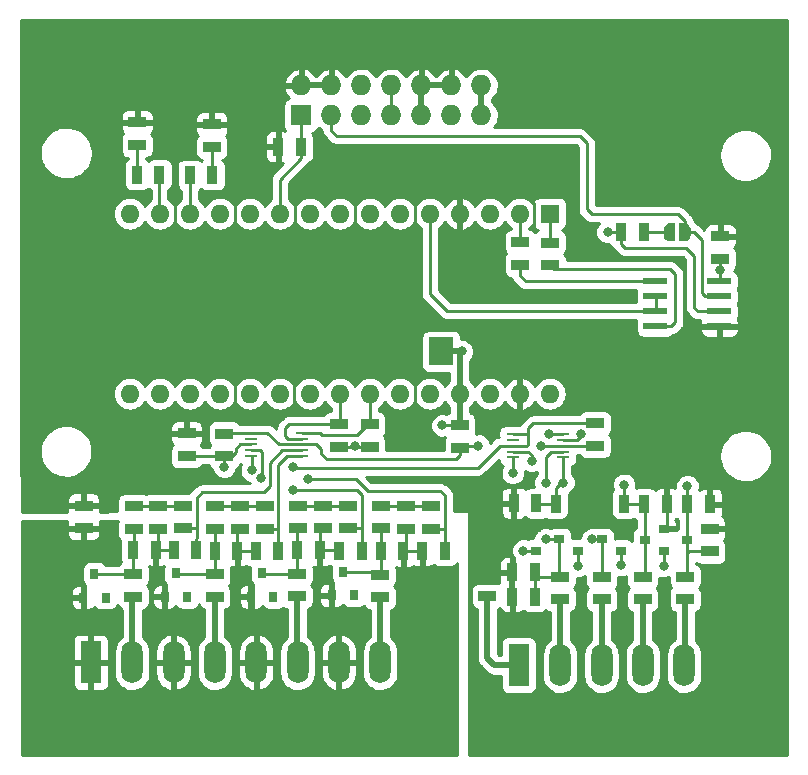
<source format=gbr>
G04 #@! TF.GenerationSoftware,KiCad,Pcbnew,5.99.0-unknown-c3175b4~86~ubuntu16.04.1*
G04 #@! TF.CreationDate,2019-12-02T17:53:17+01:00*
G04 #@! TF.ProjectId,IntAna,496e7441-6e61-42e6-9b69-6361645f7063,rev?*
G04 #@! TF.SameCoordinates,Original*
G04 #@! TF.FileFunction,Copper,L1,Top*
G04 #@! TF.FilePolarity,Positive*
%FSLAX46Y46*%
G04 Gerber Fmt 4.6, Leading zero omitted, Abs format (unit mm)*
G04 Created by KiCad (PCBNEW 5.99.0-unknown-c3175b4~86~ubuntu16.04.1) date 2019-12-02 17:53:17*
%MOMM*%
%LPD*%
G04 APERTURE LIST*
%ADD10R,0.970000X1.500000*%
%ADD11R,2.060000X2.400000*%
%ADD12R,1.500000X0.970000*%
%ADD13R,2.000000X0.600000*%
%ADD14O,1.727200X1.727200*%
%ADD15R,1.727200X1.727200*%
%ADD16R,1.100000X0.250000*%
%ADD17R,0.500000X1.500000*%
%ADD18C,0.100000*%
%ADD19C,1.000000*%
%ADD20O,1.800000X3.600000*%
%ADD21R,1.800000X3.600000*%
%ADD22R,0.900000X0.800000*%
%ADD23R,0.800000X0.900000*%
%ADD24O,1.600000X1.600000*%
%ADD25R,1.600000X1.600000*%
%ADD26C,0.800000*%
%ADD27C,0.250000*%
%ADD28C,0.500000*%
%ADD29C,0.254000*%
G04 APERTURE END LIST*
D10*
X138255000Y-80975000D03*
X136345000Y-80975000D03*
D11*
X145154000Y-98298000D03*
X150114000Y-98298000D03*
D12*
X156810000Y-89050000D03*
X156810000Y-90960000D03*
X159350000Y-89085000D03*
X159350000Y-90995000D03*
D13*
X173685000Y-92365000D03*
X173685000Y-93635000D03*
X173685000Y-94905000D03*
X173685000Y-96175000D03*
X168235000Y-96175000D03*
X168235000Y-94905000D03*
X168235000Y-93635000D03*
X168235000Y-92365000D03*
D14*
X153510000Y-75770000D03*
X153510000Y-78310000D03*
X150970000Y-75770000D03*
X150970000Y-78310000D03*
X148430000Y-75770000D03*
X148430000Y-78310000D03*
X145890000Y-75770000D03*
X145890000Y-78310000D03*
X143350000Y-75770000D03*
X143350000Y-78310000D03*
X140810000Y-75770000D03*
X140810000Y-78310000D03*
X138270000Y-75770000D03*
D15*
X138270000Y-78310000D03*
D16*
X160470000Y-105270000D03*
X160470000Y-105770000D03*
X160470000Y-106270000D03*
X160470000Y-106770000D03*
X160470000Y-107270000D03*
X156170000Y-107270000D03*
X156170000Y-106770000D03*
X156170000Y-106270000D03*
X156170000Y-105770000D03*
X156170000Y-105270000D03*
X138370000Y-105170000D03*
X138370000Y-105670000D03*
X138370000Y-106170000D03*
X138370000Y-106670000D03*
X138370000Y-107170000D03*
X134070000Y-107170000D03*
X134070000Y-106670000D03*
X134070000Y-106170000D03*
X134070000Y-105670000D03*
X134070000Y-105170000D03*
D12*
X154030000Y-118990000D03*
X154030000Y-117080000D03*
D10*
X165380000Y-88180000D03*
X167290000Y-88180000D03*
D12*
X130720000Y-80970000D03*
X130720000Y-79060000D03*
X124390000Y-80820000D03*
X124390000Y-78910000D03*
X144100000Y-104455000D03*
X144100000Y-106365000D03*
X141510000Y-106355000D03*
X141510000Y-104445000D03*
X119870000Y-113255000D03*
X119870000Y-111345000D03*
X124060000Y-119060000D03*
X124060000Y-117150000D03*
X130980000Y-119045000D03*
X130980000Y-117135000D03*
X137940000Y-119010000D03*
X137940000Y-117100000D03*
X144970000Y-119110000D03*
X144970000Y-117200000D03*
X128270000Y-113275000D03*
X128270000Y-111365000D03*
X135200000Y-113300000D03*
X135200000Y-111390000D03*
X142230000Y-113270000D03*
X142230000Y-111360000D03*
X149280000Y-113290000D03*
X149280000Y-111380000D03*
D10*
X156140000Y-119050000D03*
X158050000Y-119050000D03*
X161725000Y-111180000D03*
X159815000Y-111180000D03*
X169220000Y-111190000D03*
X167310000Y-111190000D03*
X172890000Y-111220000D03*
X170980000Y-111220000D03*
D12*
X124110000Y-113295000D03*
X124110000Y-111385000D03*
X130990000Y-113300000D03*
X130990000Y-111390000D03*
X138000000Y-113280000D03*
X138000000Y-111370000D03*
X145070000Y-113280000D03*
X145070000Y-111370000D03*
X160210000Y-119260000D03*
X160210000Y-117350000D03*
X163740000Y-119290000D03*
X163740000Y-117380000D03*
X167200000Y-119280000D03*
X167200000Y-117370000D03*
X170780000Y-119260000D03*
X170780000Y-117350000D03*
D10*
X125960000Y-115120000D03*
X124050000Y-115120000D03*
X132860000Y-115180000D03*
X130950000Y-115180000D03*
X139870000Y-115140000D03*
X137960000Y-115140000D03*
X146930000Y-115200000D03*
X145020000Y-115200000D03*
D12*
X128590000Y-107150000D03*
X128590000Y-105240000D03*
X151720000Y-106470000D03*
X151720000Y-104560000D03*
D17*
X170510000Y-88210000D03*
X169710000Y-88210000D03*
D18*
G36*
X169600867Y-87480254D02*
G01*
X169730321Y-87539373D01*
X169837876Y-87632570D01*
X169914817Y-87752292D01*
X169960001Y-87960000D01*
X169960001Y-88460000D01*
X169939747Y-88600866D01*
X169880628Y-88730320D01*
X169787431Y-88837875D01*
X169667709Y-88914816D01*
X169460001Y-88960000D01*
X169459999Y-88960000D01*
X169319133Y-88939746D01*
X169189679Y-88880627D01*
X169082124Y-88787430D01*
X169005183Y-88667708D01*
X168959999Y-88460000D01*
X168959999Y-87960000D01*
X168980253Y-87819134D01*
X169039372Y-87689680D01*
X169132569Y-87582125D01*
X169252291Y-87505184D01*
X169459999Y-87460000D01*
X169460001Y-87460000D01*
X169600867Y-87480254D01*
X169600867Y-87480254D01*
G37*
D19*
X169460000Y-88210000D03*
D18*
G36*
X170900867Y-87480254D02*
G01*
X171030321Y-87539373D01*
X171137876Y-87632570D01*
X171214817Y-87752292D01*
X171260001Y-87960000D01*
X171260001Y-88460000D01*
X171239747Y-88600866D01*
X171180628Y-88730320D01*
X171087431Y-88837875D01*
X170967709Y-88914816D01*
X170760001Y-88960000D01*
X170759999Y-88960000D01*
X170619133Y-88939746D01*
X170489679Y-88880627D01*
X170382124Y-88787430D01*
X170305183Y-88667708D01*
X170259999Y-88460000D01*
X170259999Y-87960000D01*
X170280253Y-87819134D01*
X170339372Y-87689680D01*
X170432569Y-87582125D01*
X170552291Y-87505184D01*
X170759999Y-87460000D01*
X170760001Y-87460000D01*
X170900867Y-87480254D01*
X170900867Y-87480254D01*
G37*
D19*
X170760000Y-88210000D03*
D20*
X170710000Y-124860000D03*
X167210000Y-124860000D03*
X163710000Y-124860000D03*
X160210000Y-124860000D03*
D21*
X156710000Y-124860000D03*
D20*
X144970000Y-124620000D03*
X141470000Y-124620000D03*
X137970000Y-124620000D03*
X134470000Y-124620000D03*
X130970000Y-124620000D03*
X127470000Y-124620000D03*
X123970000Y-124620000D03*
D21*
X120470000Y-124620000D03*
D10*
X128855000Y-83360000D03*
X130765000Y-83360000D03*
X126280000Y-83320000D03*
X124370000Y-83320000D03*
D22*
X160140000Y-114200000D03*
X158140000Y-115150000D03*
X158140000Y-113250000D03*
X163730000Y-114200000D03*
X161730000Y-115150000D03*
X161730000Y-113250000D03*
X167350000Y-114220000D03*
X165350000Y-115170000D03*
X165350000Y-113270000D03*
X170980000Y-114260000D03*
X168980000Y-115210000D03*
X168980000Y-113310000D03*
D23*
X120770000Y-117130000D03*
X121720000Y-119130000D03*
X119820000Y-119130000D03*
X127660000Y-117080000D03*
X128610000Y-119080000D03*
X126710000Y-119080000D03*
X134980000Y-117080000D03*
X135930000Y-119080000D03*
X134030000Y-119080000D03*
X141810000Y-116950000D03*
X142760000Y-118950000D03*
X140860000Y-118950000D03*
D12*
X173780000Y-88555000D03*
X173780000Y-90465000D03*
X163170000Y-104385000D03*
X163170000Y-106295000D03*
X131760000Y-107175000D03*
X131760000Y-105265000D03*
D10*
X127490000Y-115120000D03*
X129400000Y-115120000D03*
X134435000Y-115180000D03*
X136345000Y-115180000D03*
X141500000Y-115150000D03*
X143410000Y-115150000D03*
X148530000Y-115170000D03*
X150440000Y-115170000D03*
X156140000Y-117000000D03*
X158050000Y-117000000D03*
X156290000Y-111140000D03*
X158200000Y-111140000D03*
X163710000Y-111180000D03*
X165620000Y-111180000D03*
D12*
X172890000Y-113305000D03*
X172890000Y-115215000D03*
X126190000Y-113295000D03*
X126190000Y-111385000D03*
X133090000Y-113300000D03*
X133090000Y-111390000D03*
X140120000Y-113280000D03*
X140120000Y-111370000D03*
X147140000Y-113290000D03*
X147140000Y-111380000D03*
D24*
X123760000Y-101870000D03*
X123760000Y-86630000D03*
X159320000Y-101870000D03*
X126300000Y-86630000D03*
X156780000Y-101870000D03*
X128840000Y-86630000D03*
X154240000Y-101870000D03*
X131380000Y-86630000D03*
X151700000Y-101870000D03*
X133920000Y-86630000D03*
X149160000Y-101870000D03*
X136460000Y-86630000D03*
X146620000Y-101870000D03*
X139000000Y-86630000D03*
X144080000Y-101870000D03*
X141540000Y-86630000D03*
X141540000Y-101870000D03*
X144080000Y-86630000D03*
X139000000Y-101870000D03*
X146620000Y-86630000D03*
X136460000Y-101870000D03*
X149160000Y-86630000D03*
X133920000Y-101870000D03*
X151700000Y-86630000D03*
X131380000Y-101870000D03*
X154240000Y-86630000D03*
X128840000Y-101870000D03*
X156780000Y-86630000D03*
X126300000Y-101870000D03*
D25*
X159320000Y-86630000D03*
D26*
X153260000Y-106270000D03*
X158620000Y-106270000D03*
X157780000Y-107530000D03*
X156200000Y-108590000D03*
X170980000Y-109690000D03*
X165620000Y-109590000D03*
X160470000Y-109400000D03*
X162920000Y-114200000D03*
X158980000Y-114190000D03*
X158980000Y-109400000D03*
X142800000Y-106330000D03*
X157100000Y-115150000D03*
X161730000Y-116440000D03*
X165350000Y-116400000D03*
X168980000Y-116470000D03*
X173780000Y-91420000D03*
X148390000Y-81180000D03*
X150240000Y-104560000D03*
X138820000Y-109100000D03*
X134100000Y-108370000D03*
X137580000Y-110030000D03*
X134890000Y-109010000D03*
X137610000Y-108080000D03*
X131760000Y-108070000D03*
X161930000Y-105280000D03*
X159290000Y-105270000D03*
X164220000Y-88190000D03*
X151892000Y-98298000D03*
D27*
X156810000Y-90960000D02*
X156810000Y-91890000D01*
X156810000Y-91890000D02*
X157280000Y-92360000D01*
X157280000Y-92360000D02*
X168230000Y-92360000D01*
X168230000Y-92360000D02*
X168235000Y-92365000D01*
X173780000Y-90465000D02*
X173780000Y-92170000D01*
X173780000Y-92170000D02*
X173585000Y-92365000D01*
X138270000Y-81950000D02*
X136460000Y-83760000D01*
X136460000Y-83760000D02*
X136460000Y-86630000D01*
X138270000Y-78310000D02*
X138270000Y-81950000D01*
X173590000Y-92360000D02*
X173585000Y-92365000D01*
X169960000Y-91750000D02*
X169540000Y-91330000D01*
X169625000Y-96175000D02*
X169960000Y-95840000D01*
X169960000Y-95840000D02*
X169960000Y-91750000D01*
X168335000Y-96175000D02*
X169625000Y-96175000D01*
X171540000Y-94610000D02*
X171540000Y-90220000D01*
X173585000Y-94905000D02*
X171835000Y-94905000D01*
X171835000Y-94905000D02*
X171540000Y-94610000D01*
X172180000Y-93350000D02*
X172180000Y-88820000D01*
X173585000Y-93635000D02*
X172465000Y-93635000D01*
X172465000Y-93635000D02*
X172180000Y-93350000D01*
X149160000Y-86630000D02*
X149160000Y-93440000D01*
X149160000Y-93440000D02*
X150620000Y-94900000D01*
X150620000Y-94900000D02*
X168330000Y-94900000D01*
X168330000Y-94900000D02*
X168335000Y-94905000D01*
X168335000Y-93635000D02*
X168335000Y-94905000D01*
X160470000Y-106270000D02*
X162465000Y-106270000D01*
X162465000Y-106270000D02*
X162480000Y-106285000D01*
X153260000Y-106270000D02*
X151920000Y-106270000D01*
X151920000Y-106270000D02*
X151720000Y-106470000D01*
X158850000Y-106270000D02*
X158620000Y-106270000D01*
X157520000Y-104770000D02*
X157520000Y-105350000D01*
X156170000Y-105270000D02*
X157440000Y-105270000D01*
X157520000Y-105350000D02*
X157520000Y-105640000D01*
X157440000Y-105270000D02*
X157520000Y-105350000D01*
X157520000Y-105500000D02*
X157520000Y-105640000D01*
X157915000Y-104375000D02*
X157520000Y-104770000D01*
X157520000Y-105640000D02*
X157520000Y-106110000D01*
X162480000Y-104375000D02*
X157915000Y-104375000D01*
X160470000Y-106270000D02*
X158850000Y-106270000D01*
X157780000Y-107090000D02*
X157780000Y-107530000D01*
X157460000Y-106770000D02*
X157780000Y-107090000D01*
X157200000Y-106770000D02*
X157460000Y-106770000D01*
X156170000Y-107270000D02*
X156170000Y-108560000D01*
X156170000Y-108560000D02*
X156200000Y-108590000D01*
X156170000Y-106770000D02*
X157200000Y-106770000D01*
X170980000Y-111220000D02*
X170980000Y-109690000D01*
X165620000Y-111180000D02*
X165620000Y-109590000D01*
X160310000Y-109400000D02*
X159815000Y-109895000D01*
X159815000Y-109895000D02*
X159815000Y-111180000D01*
X160470000Y-109400000D02*
X160310000Y-109400000D01*
X160470000Y-107270000D02*
X160470000Y-109400000D01*
X163730000Y-114200000D02*
X162920000Y-114200000D01*
X160140000Y-114200000D02*
X158990000Y-114200000D01*
X158990000Y-114200000D02*
X158980000Y-114190000D01*
X158980000Y-107200000D02*
X158980000Y-109400000D01*
X159410000Y-106770000D02*
X158980000Y-107200000D01*
X160470000Y-106770000D02*
X159410000Y-106770000D01*
X160440000Y-107300000D02*
X160470000Y-107270000D01*
X169220000Y-111190000D02*
X169220000Y-113070000D01*
X169220000Y-113070000D02*
X168980000Y-113310000D01*
X157250000Y-115150000D02*
X157100000Y-115150000D01*
X158140000Y-115150000D02*
X157250000Y-115150000D01*
X161730000Y-115150000D02*
X161730000Y-116440000D01*
X165350000Y-115170000D02*
X165350000Y-116400000D01*
X168980000Y-115210000D02*
X168980000Y-116470000D01*
X169710000Y-88210000D02*
X167320000Y-88210000D01*
X167320000Y-88210000D02*
X167290000Y-88180000D01*
X151720000Y-104560000D02*
X150240000Y-104560000D01*
X147900000Y-101080000D02*
X147900000Y-103440000D01*
D28*
X151700000Y-101870000D02*
X151700000Y-104540000D01*
D27*
X151700000Y-104540000D02*
X151720000Y-104560000D01*
X151740000Y-106490000D02*
X151720000Y-106470000D01*
X157520000Y-106110000D02*
X157360000Y-106270000D01*
X157360000Y-106270000D02*
X156170000Y-106270000D01*
X141510000Y-106355000D02*
X144090000Y-106355000D01*
X144090000Y-106355000D02*
X144100000Y-106365000D01*
X162460000Y-80650000D02*
X161880000Y-80070000D01*
X162460000Y-86270000D02*
X162460000Y-80650000D01*
X162870000Y-86680000D02*
X162460000Y-86270000D01*
X150930000Y-76040000D02*
X150930000Y-75810000D01*
X167310000Y-88530000D02*
X167290000Y-88510000D01*
X140770000Y-75810000D02*
X140770000Y-75940000D01*
D28*
X154620000Y-124860000D02*
X154030000Y-124270000D01*
X154030000Y-124270000D02*
X154030000Y-118990000D01*
X156710000Y-124860000D02*
X154620000Y-124860000D01*
D27*
X170980000Y-114260000D02*
X170980000Y-115320000D01*
X172890000Y-115215000D02*
X171085000Y-115215000D01*
X171085000Y-115215000D02*
X170980000Y-115320000D01*
X170980000Y-111220000D02*
X170980000Y-114260000D01*
X165620000Y-111180000D02*
X167300000Y-111180000D01*
X167300000Y-111180000D02*
X167310000Y-111190000D01*
X167350000Y-114220000D02*
X167350000Y-111230000D01*
X167350000Y-111230000D02*
X167310000Y-111190000D01*
X163730000Y-117370000D02*
X163710000Y-117390000D01*
X159815000Y-111180000D02*
X158240000Y-111180000D01*
X158240000Y-111180000D02*
X158200000Y-111140000D01*
X160210000Y-119410000D02*
X160260000Y-119360000D01*
X160140000Y-117330000D02*
X160260000Y-117450000D01*
X158050000Y-117000000D02*
X158050000Y-119050000D01*
X124390000Y-80820000D02*
X124390000Y-83300000D01*
X124390000Y-83300000D02*
X124370000Y-83320000D01*
X130720000Y-80970000D02*
X130720000Y-83315000D01*
X130720000Y-83315000D02*
X130765000Y-83360000D01*
X128855000Y-83360000D02*
X128855000Y-86615000D01*
X128855000Y-86615000D02*
X128840000Y-86630000D01*
X126280000Y-83320000D02*
X126280000Y-86610000D01*
X126280000Y-86610000D02*
X126300000Y-86630000D01*
X147160000Y-111380000D02*
X147140000Y-111400000D01*
X134080000Y-108350000D02*
X134080000Y-107180000D01*
X134080000Y-107180000D02*
X134070000Y-107170000D01*
X134100000Y-108370000D02*
X134080000Y-108350000D01*
X150440000Y-115170000D02*
X150440000Y-113270000D01*
X134070000Y-105170000D02*
X131855000Y-105170000D01*
X131855000Y-105170000D02*
X131760000Y-105265000D01*
X147170000Y-111430000D02*
X147140000Y-111400000D01*
X145060000Y-115160000D02*
X145020000Y-115200000D01*
X136400000Y-106170000D02*
X135400000Y-105170000D01*
X135400000Y-105170000D02*
X134070000Y-105170000D01*
X138370000Y-106170000D02*
X136400000Y-106170000D01*
X144080000Y-101870000D02*
X144080000Y-104435000D01*
X144080000Y-104435000D02*
X144100000Y-104455000D01*
X141540000Y-101870000D02*
X141540000Y-104415000D01*
X141540000Y-104415000D02*
X141510000Y-104445000D01*
X140050000Y-105360000D02*
X139860000Y-105170000D01*
X139860000Y-105170000D02*
X138370000Y-105170000D01*
X143020000Y-105360000D02*
X140050000Y-105360000D01*
X143925000Y-104455000D02*
X143020000Y-105360000D01*
X144100000Y-104455000D02*
X143925000Y-104455000D01*
X136930000Y-105420000D02*
X137180000Y-105670000D01*
X137180000Y-105670000D02*
X138370000Y-105670000D01*
X136930000Y-104750000D02*
X136930000Y-105420000D01*
X137235000Y-104445000D02*
X136930000Y-104750000D01*
X141510000Y-104445000D02*
X137235000Y-104445000D01*
X134980000Y-106840000D02*
X134980000Y-108920000D01*
X134980000Y-108920000D02*
X134890000Y-109010000D01*
X134810000Y-106670000D02*
X134980000Y-106840000D01*
X134070000Y-106670000D02*
X134810000Y-106670000D01*
X129890000Y-110220000D02*
X129430000Y-110680000D01*
X129430000Y-110680000D02*
X129430000Y-113250000D01*
X135110000Y-110220000D02*
X129890000Y-110220000D01*
X135620000Y-109710000D02*
X135110000Y-110220000D01*
X135620000Y-107730000D02*
X135620000Y-109710000D01*
X136680000Y-106670000D02*
X135620000Y-107730000D01*
X138370000Y-106670000D02*
X136680000Y-106670000D01*
X138370000Y-107170000D02*
X137090000Y-107170000D01*
X137090000Y-107170000D02*
X136345000Y-107915000D01*
X136345000Y-107915000D02*
X136345000Y-113355000D01*
X128270000Y-111365000D02*
X126210000Y-111365000D01*
X126210000Y-111365000D02*
X126190000Y-111385000D01*
X138010000Y-115090000D02*
X137960000Y-115140000D01*
X138020000Y-111420000D02*
X138010000Y-111430000D01*
X128270000Y-113275000D02*
X129405000Y-113275000D01*
X129405000Y-113275000D02*
X129430000Y-113250000D01*
X129430000Y-113250000D02*
X129400000Y-115120000D01*
X136345000Y-115180000D02*
X136345000Y-113355000D01*
X132860000Y-115180000D02*
X132860000Y-113585000D01*
X132860000Y-113585000D02*
X133110000Y-113335000D01*
X133125000Y-111410000D02*
X133110000Y-111425000D01*
X133100000Y-111435000D02*
X133110000Y-111425000D01*
X130950000Y-113395000D02*
X131000000Y-113345000D01*
X126205000Y-111400000D02*
X126190000Y-111385000D01*
X124060000Y-117150000D02*
X120790000Y-117150000D01*
X120790000Y-117150000D02*
X120770000Y-117130000D01*
X126630000Y-120470000D02*
X126715000Y-120555000D01*
X127635000Y-117135000D02*
X127580000Y-117080000D01*
X137940000Y-117100000D02*
X135000000Y-117100000D01*
X135000000Y-117100000D02*
X134980000Y-117080000D01*
X124110000Y-111385000D02*
X126190000Y-111385000D01*
X126190000Y-113295000D02*
X126190000Y-114890000D01*
X126190000Y-114890000D02*
X125960000Y-115120000D01*
X124110000Y-113295000D02*
X124110000Y-115060000D01*
X124110000Y-115060000D02*
X124050000Y-115120000D01*
X124050000Y-115120000D02*
X124050000Y-117140000D01*
X124050000Y-117140000D02*
X124060000Y-117150000D01*
X124080000Y-115090000D02*
X124050000Y-115120000D01*
X137940000Y-117100000D02*
X138370000Y-117100000D01*
X137940000Y-117100000D02*
X137940000Y-115160000D01*
X137940000Y-115160000D02*
X137960000Y-115140000D01*
X137990000Y-115110000D02*
X137960000Y-115140000D01*
X136390000Y-115135000D02*
X136345000Y-115180000D01*
X127490000Y-115120000D02*
X125960000Y-115120000D01*
X129470000Y-115050000D02*
X129400000Y-115120000D01*
X130950000Y-115180000D02*
X130950000Y-117105000D01*
X130950000Y-117105000D02*
X130980000Y-117135000D01*
X130985000Y-115145000D02*
X130950000Y-115180000D01*
X132860000Y-115180000D02*
X134435000Y-115180000D01*
X143390000Y-115130000D02*
X143410000Y-115150000D01*
X139870000Y-115140000D02*
X141490000Y-115140000D01*
X141490000Y-115140000D02*
X141500000Y-115150000D01*
X150475000Y-115135000D02*
X150440000Y-115170000D01*
X145020000Y-115200000D02*
X145020000Y-117150000D01*
X145020000Y-117150000D02*
X144970000Y-117200000D01*
X141810000Y-116950000D02*
X144720000Y-116950000D01*
X144720000Y-116950000D02*
X144970000Y-117200000D01*
X148530000Y-115170000D02*
X146960000Y-115170000D01*
X146960000Y-115170000D02*
X146930000Y-115200000D01*
D28*
X144970000Y-119110000D02*
X144970000Y-124620000D01*
X137940000Y-119010000D02*
X137940000Y-124590000D01*
D27*
X137940000Y-124590000D02*
X137970000Y-124620000D01*
D28*
X130970000Y-124620000D02*
X130970000Y-119055000D01*
D27*
X130970000Y-119055000D02*
X130980000Y-119045000D01*
D28*
X123970000Y-124620000D02*
X123970000Y-119150000D01*
D27*
X123970000Y-119150000D02*
X124060000Y-119060000D01*
X156170000Y-106270000D02*
X155080000Y-106270000D01*
X137680000Y-108150000D02*
X137610000Y-108080000D01*
X131760000Y-107175000D02*
X131760000Y-108070000D01*
X128615000Y-107175000D02*
X128590000Y-107150000D01*
X131760000Y-107175000D02*
X128615000Y-107175000D01*
X131760000Y-107175000D02*
X132405000Y-107175000D01*
X132405000Y-107175000D02*
X132780000Y-106800000D01*
X132780000Y-106530000D02*
X133140000Y-106170000D01*
X132780000Y-106800000D02*
X132780000Y-106530000D01*
X133140000Y-106170000D02*
X134070000Y-106170000D01*
X137740000Y-85820000D02*
X137740000Y-87580000D01*
X142840000Y-85880000D02*
X142840000Y-87480000D01*
X127600000Y-85810000D02*
X127600000Y-87440000D01*
X160470000Y-105770000D02*
X161620000Y-105770000D01*
X161620000Y-105770000D02*
X161960000Y-105430000D01*
X161960000Y-105310000D02*
X161930000Y-105280000D01*
X161960000Y-105430000D02*
X161960000Y-105310000D01*
X160470000Y-105270000D02*
X159290000Y-105270000D01*
X151350000Y-107430000D02*
X151720000Y-107060000D01*
X140430000Y-107430000D02*
X151350000Y-107430000D01*
X139960000Y-106560000D02*
X139960000Y-106960000D01*
X139960000Y-106960000D02*
X140430000Y-107430000D01*
X151720000Y-107060000D02*
X151720000Y-106470000D01*
X138370000Y-106170000D02*
X139570000Y-106170000D01*
X139570000Y-106170000D02*
X139960000Y-106560000D01*
X155080000Y-106270000D02*
X155080000Y-106300000D01*
X155080000Y-106300000D02*
X153230000Y-108150000D01*
X153230000Y-108150000D02*
X137680000Y-108150000D01*
X153240000Y-108150000D02*
X153230000Y-108150000D01*
X150440000Y-110670000D02*
X150440000Y-113270000D01*
X150440000Y-110440000D02*
X150440000Y-110670000D01*
X138820000Y-109100000D02*
X142910000Y-109100000D01*
X142910000Y-109100000D02*
X143910000Y-110100000D01*
X143910000Y-110100000D02*
X150030000Y-110100000D01*
X150030000Y-110100000D02*
X150440000Y-110440000D01*
D28*
X156140000Y-117000000D02*
X156140000Y-119050000D01*
D27*
X156060000Y-117080000D02*
X156140000Y-117000000D01*
D28*
X154030000Y-117080000D02*
X156060000Y-117080000D01*
D27*
X137710000Y-101110000D02*
X137710000Y-103050000D01*
X132660000Y-101180000D02*
X132660000Y-102740000D01*
X119840000Y-119110000D02*
X119820000Y-119130000D01*
X149280000Y-111380000D02*
X147140000Y-111380000D01*
X145080000Y-111380000D02*
X145070000Y-111370000D01*
X147140000Y-111380000D02*
X145080000Y-111380000D01*
X147140000Y-114990000D02*
X146930000Y-115200000D01*
X147140000Y-113290000D02*
X147140000Y-114990000D01*
X145070000Y-115150000D02*
X145020000Y-115200000D01*
X145070000Y-113280000D02*
X145070000Y-115150000D01*
X150420000Y-113290000D02*
X150440000Y-113270000D01*
X149280000Y-113290000D02*
X150420000Y-113290000D01*
X143020000Y-110030000D02*
X137580000Y-110030000D01*
X143410000Y-110420000D02*
X143020000Y-110030000D01*
X143330000Y-113270000D02*
X143410000Y-113190000D01*
X142230000Y-113270000D02*
X143330000Y-113270000D01*
X143410000Y-113190000D02*
X143410000Y-110420000D01*
X143410000Y-115150000D02*
X143410000Y-113190000D01*
X139870000Y-113530000D02*
X140120000Y-113280000D01*
X139870000Y-115140000D02*
X139870000Y-113530000D01*
X140130000Y-111360000D02*
X140120000Y-111370000D01*
X142230000Y-111360000D02*
X140130000Y-111360000D01*
X140120000Y-111370000D02*
X138000000Y-111370000D01*
X137960000Y-113320000D02*
X138000000Y-113280000D01*
X137960000Y-115140000D02*
X137960000Y-113320000D01*
X136290000Y-113300000D02*
X136345000Y-113355000D01*
X135200000Y-113300000D02*
X136290000Y-113300000D01*
X135200000Y-111390000D02*
X133090000Y-111390000D01*
X133090000Y-111390000D02*
X130990000Y-111390000D01*
X130990000Y-115140000D02*
X130950000Y-115180000D01*
X130990000Y-113300000D02*
X130990000Y-115140000D01*
X127715000Y-117135000D02*
X127660000Y-117080000D01*
X130980000Y-117135000D02*
X127715000Y-117135000D01*
X170960000Y-117170000D02*
X170780000Y-117350000D01*
X170960000Y-115440000D02*
X170960000Y-117170000D01*
X167350000Y-117220000D02*
X167200000Y-117370000D01*
X167350000Y-114220000D02*
X167350000Y-117220000D01*
X163730000Y-117370000D02*
X163740000Y-117380000D01*
X163730000Y-114200000D02*
X163730000Y-117370000D01*
X160140000Y-117280000D02*
X160210000Y-117350000D01*
X160140000Y-114200000D02*
X160140000Y-117280000D01*
X158400000Y-117350000D02*
X158050000Y-117000000D01*
X160210000Y-117350000D02*
X158400000Y-117350000D01*
D28*
X170780000Y-119260000D02*
X170780000Y-124790000D01*
D27*
X167200000Y-124850000D02*
X167210000Y-124860000D01*
D28*
X167200000Y-119280000D02*
X167200000Y-124850000D01*
D27*
X163740000Y-124830000D02*
X163710000Y-124860000D01*
D28*
X163740000Y-119290000D02*
X163740000Y-124830000D01*
X160210000Y-119260000D02*
X160210000Y-124860000D01*
D27*
X170760000Y-87230000D02*
X170210000Y-86680000D01*
X170760000Y-88210000D02*
X170760000Y-87230000D01*
X170210000Y-86680000D02*
X162870000Y-86680000D01*
X171570000Y-88210000D02*
X172180000Y-88820000D01*
X170760000Y-88210000D02*
X171570000Y-88210000D01*
X164230000Y-88180000D02*
X164220000Y-88190000D01*
X165380000Y-88180000D02*
X164230000Y-88180000D01*
X165380000Y-89230000D02*
X165380000Y-88180000D01*
X165710000Y-89560000D02*
X165380000Y-89230000D01*
X170880000Y-89560000D02*
X165710000Y-89560000D01*
X171540000Y-90220000D02*
X170880000Y-89560000D01*
X145890000Y-75770000D02*
X145890000Y-78310000D01*
D28*
X148430000Y-75770000D02*
X148430000Y-78310000D01*
X148430000Y-75770000D02*
X150970000Y-75770000D01*
D27*
X152760000Y-80070000D02*
X141270000Y-80070000D01*
X161880000Y-80070000D02*
X152760000Y-80070000D01*
X152760000Y-80070000D02*
X152580000Y-80070000D01*
X140810000Y-79610000D02*
X140810000Y-78310000D01*
X141270000Y-80070000D02*
X140810000Y-79610000D01*
D28*
X153510000Y-75770000D02*
X153510000Y-78310000D01*
D27*
X147920000Y-85980000D02*
X147920000Y-87420000D01*
X132680000Y-85900000D02*
X132680000Y-87400000D01*
X157950000Y-85740000D02*
X157950000Y-87850000D01*
D28*
X138270000Y-75770000D02*
X140810000Y-75770000D01*
D27*
X156780000Y-89020000D02*
X156810000Y-89050000D01*
X156780000Y-86630000D02*
X156780000Y-89020000D01*
X159320000Y-89055000D02*
X159350000Y-89085000D01*
X159320000Y-86630000D02*
X159320000Y-89055000D01*
X159685000Y-91330000D02*
X159350000Y-90995000D01*
X169540000Y-91330000D02*
X159685000Y-91330000D01*
X151700000Y-98490000D02*
X151892000Y-98298000D01*
D28*
X151700000Y-101870000D02*
X151700000Y-98490000D01*
X151892000Y-98298000D02*
X150114000Y-98298000D01*
D29*
G36*
X179451941Y-132462039D02*
G01*
X152524965Y-132463668D01*
X152508650Y-118493976D01*
X152638163Y-118493976D01*
X152638163Y-119491588D01*
X152718795Y-119792512D01*
X152866185Y-119968165D01*
X153059814Y-120079956D01*
X153146001Y-120095153D01*
X153146000Y-124170970D01*
X153139798Y-124198377D01*
X153146000Y-124298339D01*
X153146000Y-124333399D01*
X153149837Y-124360190D01*
X153155477Y-124451105D01*
X153167709Y-124484986D01*
X153172818Y-124520656D01*
X153210529Y-124603601D01*
X153241592Y-124689645D01*
X153262498Y-124717898D01*
X153277623Y-124751163D01*
X153344822Y-124829152D01*
X153361421Y-124851585D01*
X153381147Y-124871310D01*
X153442911Y-124942992D01*
X153471095Y-124961259D01*
X153924890Y-125415054D01*
X153939887Y-125438823D01*
X154014970Y-125505134D01*
X154039747Y-125529912D01*
X154061399Y-125546139D01*
X154129680Y-125606442D01*
X154162288Y-125621752D01*
X154191121Y-125643361D01*
X154276432Y-125675342D01*
X154359244Y-125714222D01*
X154394006Y-125719418D01*
X154428224Y-125732245D01*
X154530885Y-125739875D01*
X154558487Y-125744000D01*
X154586395Y-125744000D01*
X154680742Y-125751011D01*
X154713586Y-125744000D01*
X155168163Y-125744000D01*
X155168163Y-126676588D01*
X155248795Y-126977512D01*
X155396185Y-127153165D01*
X155589814Y-127264956D01*
X155798976Y-127301837D01*
X157626588Y-127301837D01*
X157927512Y-127221205D01*
X158103165Y-127073815D01*
X158214956Y-126880186D01*
X158251837Y-126671024D01*
X158251837Y-123043412D01*
X158171205Y-122742489D01*
X158023815Y-122566835D01*
X157830186Y-122455044D01*
X157621024Y-122418163D01*
X155793412Y-122418163D01*
X155492489Y-122498795D01*
X155316835Y-122646185D01*
X155205044Y-122839814D01*
X155168163Y-123048976D01*
X155168163Y-123976000D01*
X154986165Y-123976000D01*
X154914000Y-123903836D01*
X154914000Y-120085377D01*
X155073717Y-120042581D01*
X155093795Y-120117512D01*
X155241185Y-120293165D01*
X155434814Y-120404956D01*
X155643976Y-120441837D01*
X156012000Y-120441837D01*
X156012000Y-118922000D01*
X156268000Y-118922000D01*
X156268000Y-120441837D01*
X156641588Y-120441837D01*
X156942512Y-120361205D01*
X157098470Y-120230341D01*
X157151185Y-120293165D01*
X157344814Y-120404956D01*
X157553976Y-120441837D01*
X158551588Y-120441837D01*
X158852512Y-120361205D01*
X159026750Y-120215003D01*
X159046185Y-120238165D01*
X159239814Y-120349956D01*
X159326000Y-120365153D01*
X159326001Y-122702052D01*
X159302907Y-122716065D01*
X159106286Y-122886686D01*
X158941223Y-123087994D01*
X158812438Y-123314236D01*
X158722591Y-123561760D01*
X158676000Y-123913283D01*
X158676000Y-125825324D01*
X158692468Y-126019397D01*
X158757869Y-126271377D01*
X158864791Y-126508734D01*
X159010177Y-126724684D01*
X159189869Y-126913050D01*
X159398730Y-127068446D01*
X159630787Y-127186430D01*
X159879407Y-127263629D01*
X160137478Y-127297833D01*
X160397623Y-127288067D01*
X160652404Y-127234608D01*
X160894535Y-127138986D01*
X161117093Y-127003935D01*
X161313714Y-126833316D01*
X161478777Y-126632007D01*
X161607562Y-126405765D01*
X161697409Y-126158241D01*
X161744000Y-125806718D01*
X161744000Y-123894676D01*
X161727533Y-123700603D01*
X161662132Y-123448623D01*
X161555210Y-123211266D01*
X161409824Y-122995316D01*
X161230131Y-122806950D01*
X161094000Y-122705667D01*
X161094000Y-120355377D01*
X161277512Y-120306205D01*
X161453165Y-120158815D01*
X161564956Y-119965186D01*
X161601837Y-119756024D01*
X161601837Y-118758412D01*
X161521205Y-118457489D01*
X161390341Y-118301531D01*
X161453165Y-118248815D01*
X161564956Y-118055186D01*
X161601837Y-117846024D01*
X161601837Y-117474000D01*
X161866128Y-117474000D01*
X162129109Y-117403534D01*
X162348163Y-117277064D01*
X162348163Y-117881588D01*
X162428795Y-118182512D01*
X162559659Y-118338470D01*
X162496835Y-118391185D01*
X162385044Y-118584814D01*
X162348163Y-118793976D01*
X162348163Y-119791588D01*
X162428795Y-120092512D01*
X162576185Y-120268165D01*
X162769814Y-120379956D01*
X162856000Y-120395153D01*
X162856001Y-122683847D01*
X162802907Y-122716066D01*
X162606286Y-122886686D01*
X162441223Y-123087994D01*
X162312438Y-123314236D01*
X162222591Y-123561760D01*
X162176000Y-123913283D01*
X162176000Y-125825324D01*
X162192468Y-126019397D01*
X162257869Y-126271377D01*
X162364791Y-126508734D01*
X162510177Y-126724684D01*
X162689869Y-126913050D01*
X162898730Y-127068446D01*
X163130787Y-127186430D01*
X163379407Y-127263629D01*
X163637478Y-127297833D01*
X163897623Y-127288067D01*
X164152404Y-127234608D01*
X164394535Y-127138986D01*
X164617093Y-127003935D01*
X164813714Y-126833316D01*
X164978777Y-126632007D01*
X165107562Y-126405765D01*
X165197409Y-126158241D01*
X165244000Y-125806718D01*
X165244000Y-123894676D01*
X165227533Y-123700603D01*
X165162132Y-123448623D01*
X165055210Y-123211266D01*
X164909824Y-122995316D01*
X164730131Y-122806950D01*
X164624000Y-122727987D01*
X164624000Y-120385377D01*
X164807512Y-120336205D01*
X164983165Y-120188815D01*
X165094956Y-119995186D01*
X165131837Y-119786024D01*
X165131837Y-118788412D01*
X165051205Y-118487489D01*
X164920341Y-118331531D01*
X164983165Y-118278815D01*
X165094956Y-118085186D01*
X165131837Y-117876024D01*
X165131837Y-117412019D01*
X165213872Y-117434000D01*
X165486128Y-117434000D01*
X165749109Y-117363534D01*
X165808163Y-117329439D01*
X165808163Y-117871588D01*
X165888795Y-118172512D01*
X166019659Y-118328470D01*
X165956835Y-118381185D01*
X165845044Y-118574814D01*
X165808163Y-118783976D01*
X165808163Y-119781588D01*
X165888795Y-120082512D01*
X166036185Y-120258165D01*
X166229814Y-120369956D01*
X166316000Y-120385153D01*
X166316001Y-122708120D01*
X166302907Y-122716065D01*
X166106286Y-122886686D01*
X165941223Y-123087994D01*
X165812438Y-123314236D01*
X165722591Y-123561760D01*
X165676000Y-123913283D01*
X165676000Y-125825324D01*
X165692468Y-126019397D01*
X165757869Y-126271377D01*
X165864791Y-126508734D01*
X166010177Y-126724684D01*
X166189869Y-126913050D01*
X166398730Y-127068446D01*
X166630787Y-127186430D01*
X166879407Y-127263629D01*
X167137478Y-127297833D01*
X167397623Y-127288067D01*
X167652404Y-127234608D01*
X167894535Y-127138986D01*
X168117093Y-127003935D01*
X168313714Y-126833316D01*
X168478777Y-126632007D01*
X168607562Y-126405765D01*
X168697409Y-126158241D01*
X168744000Y-125806718D01*
X168744000Y-123894676D01*
X168727533Y-123700603D01*
X168662132Y-123448623D01*
X168555210Y-123211266D01*
X168409824Y-122995316D01*
X168230131Y-122806950D01*
X168084000Y-122698226D01*
X168084000Y-120375377D01*
X168267512Y-120326205D01*
X168443165Y-120178815D01*
X168554956Y-119985186D01*
X168591837Y-119776024D01*
X168591837Y-118778412D01*
X168511205Y-118477489D01*
X168380341Y-118321531D01*
X168443165Y-118268815D01*
X168554956Y-118075186D01*
X168591837Y-117866024D01*
X168591837Y-117436467D01*
X168843872Y-117504000D01*
X169116128Y-117504000D01*
X169379109Y-117433534D01*
X169388163Y-117428307D01*
X169388163Y-117851588D01*
X169468795Y-118152512D01*
X169599659Y-118308470D01*
X169536835Y-118361185D01*
X169425044Y-118554814D01*
X169388163Y-118763976D01*
X169388163Y-119761588D01*
X169468795Y-120062512D01*
X169616185Y-120238165D01*
X169809814Y-120349956D01*
X169896000Y-120365153D01*
X169896001Y-122659575D01*
X169802907Y-122716065D01*
X169606286Y-122886686D01*
X169441223Y-123087994D01*
X169312438Y-123314236D01*
X169222591Y-123561760D01*
X169176000Y-123913283D01*
X169176000Y-125825324D01*
X169192468Y-126019397D01*
X169257869Y-126271377D01*
X169364791Y-126508734D01*
X169510177Y-126724684D01*
X169689869Y-126913050D01*
X169898730Y-127068446D01*
X170130787Y-127186430D01*
X170379407Y-127263629D01*
X170637478Y-127297833D01*
X170897623Y-127288067D01*
X171152404Y-127234608D01*
X171394535Y-127138986D01*
X171617093Y-127003935D01*
X171813714Y-126833316D01*
X171978777Y-126632007D01*
X172107562Y-126405765D01*
X172197409Y-126158241D01*
X172244000Y-125806718D01*
X172244000Y-123894676D01*
X172227533Y-123700603D01*
X172162132Y-123448623D01*
X172055210Y-123211266D01*
X171909824Y-122995316D01*
X171730131Y-122806950D01*
X171664000Y-122757747D01*
X171664000Y-120355377D01*
X171847512Y-120306205D01*
X172023165Y-120158815D01*
X172134956Y-119965186D01*
X172171837Y-119756024D01*
X172171837Y-118758412D01*
X172091205Y-118457489D01*
X171960341Y-118301531D01*
X172023165Y-118248815D01*
X172134956Y-118055186D01*
X172171837Y-117846024D01*
X172171837Y-116848412D01*
X172091205Y-116547489D01*
X171943815Y-116371835D01*
X171750186Y-116260044D01*
X171719000Y-116254545D01*
X171719000Y-116184602D01*
X171726185Y-116193165D01*
X171919814Y-116304956D01*
X172128976Y-116341837D01*
X173656588Y-116341837D01*
X173957512Y-116261205D01*
X174133165Y-116113815D01*
X174244956Y-115920186D01*
X174281837Y-115711024D01*
X174281837Y-114713412D01*
X174201205Y-114412489D01*
X174070341Y-114256531D01*
X174133165Y-114203815D01*
X174244956Y-114010186D01*
X174281837Y-113801024D01*
X174281837Y-113433000D01*
X172762000Y-113433000D01*
X172762000Y-113177000D01*
X174281837Y-113177000D01*
X174281837Y-112803412D01*
X174201205Y-112502489D01*
X174053815Y-112326835D01*
X173939250Y-112260691D01*
X173979956Y-112190186D01*
X174016837Y-111981024D01*
X174016837Y-111348000D01*
X172762000Y-111348000D01*
X172762000Y-109828163D01*
X173018000Y-109828163D01*
X173018000Y-111092000D01*
X174016837Y-111092000D01*
X174016837Y-110453412D01*
X173936205Y-110152489D01*
X173788815Y-109976835D01*
X173595186Y-109865044D01*
X173386024Y-109828163D01*
X173018000Y-109828163D01*
X172762000Y-109828163D01*
X172388412Y-109828163D01*
X172087489Y-109908795D01*
X171964109Y-110012323D01*
X172014000Y-109826128D01*
X172014000Y-109553872D01*
X171943534Y-109290891D01*
X171807406Y-109055109D01*
X171614891Y-108862594D01*
X171379109Y-108726466D01*
X171116128Y-108656000D01*
X170843872Y-108656000D01*
X170580891Y-108726466D01*
X170345109Y-108862594D01*
X170152594Y-109055109D01*
X170016466Y-109290891D01*
X169946000Y-109553872D01*
X169946000Y-109826128D01*
X169952636Y-109850892D01*
X169925186Y-109835044D01*
X169716024Y-109798163D01*
X169348000Y-109798163D01*
X169348000Y-111318000D01*
X169092000Y-111318000D01*
X169092000Y-109798163D01*
X168718412Y-109798163D01*
X168417489Y-109878795D01*
X168261530Y-110009659D01*
X168208815Y-109946835D01*
X168015186Y-109835044D01*
X167806024Y-109798163D01*
X166808412Y-109798163D01*
X166621261Y-109848310D01*
X166654000Y-109726128D01*
X166654000Y-109453872D01*
X166583534Y-109190891D01*
X166447406Y-108955109D01*
X166254891Y-108762594D01*
X166019109Y-108626466D01*
X165756128Y-108556000D01*
X165483872Y-108556000D01*
X165220891Y-108626466D01*
X164985109Y-108762594D01*
X164792594Y-108955109D01*
X164656466Y-109190891D01*
X164586000Y-109453872D01*
X164586000Y-109726128D01*
X164656466Y-109989109D01*
X164662222Y-109999079D01*
X164641835Y-110016185D01*
X164530044Y-110209814D01*
X164493163Y-110418976D01*
X164493163Y-111946588D01*
X164573795Y-112247512D01*
X164721185Y-112423165D01*
X164914814Y-112534956D01*
X165123976Y-112571837D01*
X166121588Y-112571837D01*
X166422512Y-112491205D01*
X166458871Y-112460696D01*
X166591001Y-112536982D01*
X166591000Y-113256514D01*
X166582489Y-113258795D01*
X166406835Y-113406185D01*
X166295044Y-113599814D01*
X166258163Y-113808976D01*
X166258163Y-114329687D01*
X166213815Y-114276835D01*
X166020186Y-114165044D01*
X165811024Y-114128163D01*
X164883412Y-114128163D01*
X164821837Y-114144662D01*
X164821837Y-113783412D01*
X164741205Y-113482489D01*
X164593815Y-113306835D01*
X164400186Y-113195044D01*
X164191024Y-113158163D01*
X163263412Y-113158163D01*
X163145146Y-113189852D01*
X163056128Y-113166000D01*
X162783872Y-113166000D01*
X162520891Y-113236466D01*
X162285109Y-113372594D01*
X162092594Y-113565109D01*
X161956466Y-113800891D01*
X161886000Y-114063872D01*
X161886000Y-114108163D01*
X161263412Y-114108163D01*
X161231837Y-114116623D01*
X161231837Y-113783412D01*
X161151205Y-113482489D01*
X161003815Y-113306835D01*
X160810186Y-113195044D01*
X160601024Y-113158163D01*
X159673412Y-113158163D01*
X159391596Y-113233675D01*
X159379109Y-113226466D01*
X159116128Y-113156000D01*
X158843872Y-113156000D01*
X158580891Y-113226466D01*
X158345109Y-113362594D01*
X158152594Y-113555109D01*
X158016466Y-113790891D01*
X157946000Y-114053872D01*
X157946000Y-114108163D01*
X157673412Y-114108163D01*
X157440146Y-114170666D01*
X157236128Y-114116000D01*
X156963872Y-114116000D01*
X156700891Y-114186466D01*
X156465109Y-114322594D01*
X156272594Y-114515109D01*
X156136466Y-114750891D01*
X156066000Y-115013872D01*
X156066000Y-115286128D01*
X156136466Y-115549109D01*
X156268000Y-115776934D01*
X156268000Y-117128000D01*
X155013163Y-117128000D01*
X155013163Y-117766588D01*
X155057841Y-117933331D01*
X155000186Y-117900044D01*
X154791024Y-117863163D01*
X153263412Y-117863163D01*
X152962489Y-117943795D01*
X152786835Y-118091185D01*
X152675044Y-118284814D01*
X152638163Y-118493976D01*
X152508650Y-118493976D01*
X152506016Y-116238976D01*
X155013163Y-116238976D01*
X155013163Y-116872000D01*
X156012000Y-116872000D01*
X156012000Y-115608163D01*
X155638412Y-115608163D01*
X155337489Y-115688795D01*
X155161835Y-115836185D01*
X155050044Y-116029814D01*
X155013163Y-116238976D01*
X152506016Y-116238976D01*
X152500853Y-111818885D01*
X151199000Y-111820072D01*
X151199000Y-111268000D01*
X155163163Y-111268000D01*
X155163163Y-111906588D01*
X155243795Y-112207512D01*
X155391185Y-112383165D01*
X155584814Y-112494956D01*
X155793976Y-112531837D01*
X156162000Y-112531837D01*
X156162000Y-111268000D01*
X155163163Y-111268000D01*
X151199000Y-111268000D01*
X151199000Y-110524245D01*
X151206886Y-110489159D01*
X151199000Y-110404663D01*
X151199000Y-110380268D01*
X151198796Y-110378976D01*
X155163163Y-110378976D01*
X155163163Y-111012000D01*
X156162000Y-111012000D01*
X156162000Y-109748163D01*
X155788412Y-109748163D01*
X155487489Y-109828795D01*
X155311835Y-109976185D01*
X155200044Y-110169814D01*
X155163163Y-110378976D01*
X151198796Y-110378976D01*
X151193456Y-110345265D01*
X151184543Y-110249772D01*
X151174728Y-110227017D01*
X151170850Y-110202533D01*
X151127299Y-110117059D01*
X151089319Y-110029007D01*
X151072953Y-110010398D01*
X151061698Y-109988310D01*
X150993875Y-109920488D01*
X150970476Y-109893884D01*
X150951702Y-109878314D01*
X150891688Y-109818302D01*
X150859642Y-109801973D01*
X150541704Y-109538317D01*
X150481690Y-109478302D01*
X150396237Y-109434762D01*
X150313735Y-109385839D01*
X150289553Y-109380403D01*
X150267466Y-109369150D01*
X150172727Y-109354145D01*
X150079159Y-109333114D01*
X149994663Y-109341000D01*
X144224389Y-109341000D01*
X143792388Y-108909000D01*
X153300244Y-108909000D01*
X153300250Y-108908999D01*
X153350214Y-108908999D01*
X153398217Y-108893402D01*
X153477468Y-108880850D01*
X153548956Y-108844424D01*
X153578872Y-108834705D01*
X153604321Y-108816215D01*
X153691690Y-108771698D01*
X153861698Y-108601690D01*
X153872088Y-108581298D01*
X154991611Y-107461776D01*
X155058795Y-107712512D01*
X155206185Y-107888165D01*
X155359980Y-107976958D01*
X155236466Y-108190891D01*
X155166000Y-108453872D01*
X155166000Y-108726128D01*
X155236466Y-108989109D01*
X155372594Y-109224891D01*
X155565109Y-109417406D01*
X155800891Y-109553534D01*
X156063872Y-109624000D01*
X156336128Y-109624000D01*
X156599109Y-109553534D01*
X156834891Y-109417406D01*
X157027406Y-109224891D01*
X157163534Y-108989109D01*
X157234000Y-108726128D01*
X157234000Y-108453872D01*
X157219689Y-108400465D01*
X157380891Y-108493534D01*
X157643872Y-108564000D01*
X157916128Y-108564000D01*
X158179109Y-108493534D01*
X158221000Y-108469348D01*
X158221001Y-108696703D01*
X158152594Y-108765109D01*
X158016466Y-109000891D01*
X157946000Y-109263872D01*
X157946000Y-109536128D01*
X158002815Y-109748163D01*
X157698412Y-109748163D01*
X157397489Y-109828795D01*
X157241530Y-109959659D01*
X157188815Y-109896835D01*
X156995186Y-109785044D01*
X156786024Y-109748163D01*
X156418000Y-109748163D01*
X156418000Y-112531837D01*
X156791588Y-112531837D01*
X157092512Y-112451205D01*
X157248470Y-112320341D01*
X157301185Y-112383165D01*
X157494814Y-112494956D01*
X157703976Y-112531837D01*
X158701588Y-112531837D01*
X158976721Y-112458116D01*
X159109814Y-112534956D01*
X159318976Y-112571837D01*
X160316588Y-112571837D01*
X160617512Y-112491205D01*
X160793165Y-112343815D01*
X160904956Y-112150186D01*
X160941837Y-111941024D01*
X160941837Y-110413412D01*
X160920519Y-110333852D01*
X161104891Y-110227406D01*
X161297406Y-110034891D01*
X161433534Y-109799109D01*
X161504000Y-109536128D01*
X161504000Y-109263872D01*
X161433534Y-109000891D01*
X161297406Y-108765109D01*
X161229000Y-108696704D01*
X161229000Y-107985281D01*
X161337512Y-107956205D01*
X161513165Y-107808815D01*
X161624956Y-107615186D01*
X161661837Y-107406024D01*
X161661837Y-107128412D01*
X161638187Y-107040148D01*
X161640153Y-107029000D01*
X161840437Y-107029000D01*
X161858795Y-107097512D01*
X162006185Y-107273165D01*
X162199814Y-107384956D01*
X162408976Y-107421837D01*
X163936588Y-107421837D01*
X164237512Y-107341205D01*
X164311766Y-107278898D01*
X173684496Y-107278898D01*
X173722672Y-107581098D01*
X173801510Y-107875321D01*
X173919547Y-108156122D01*
X174074602Y-108418307D01*
X174263805Y-108657021D01*
X174483655Y-108867849D01*
X174730083Y-109046890D01*
X174998530Y-109190830D01*
X175284028Y-109297006D01*
X175581294Y-109363452D01*
X175884828Y-109388941D01*
X176189012Y-109373000D01*
X176488220Y-109315923D01*
X176776911Y-109218767D01*
X177049747Y-109083330D01*
X177301678Y-108912119D01*
X177528041Y-108708300D01*
X177724649Y-108475646D01*
X177887863Y-108218463D01*
X178014663Y-107941507D01*
X178102702Y-107649906D01*
X178150456Y-107348399D01*
X178154122Y-106998356D01*
X178112692Y-106695916D01*
X178030780Y-106402534D01*
X177909808Y-106122984D01*
X177752015Y-105862438D01*
X177560323Y-105625718D01*
X177338277Y-105417204D01*
X177089988Y-105240753D01*
X176820049Y-105099633D01*
X176533454Y-104996452D01*
X176235509Y-104933121D01*
X175931724Y-104910813D01*
X175627723Y-104929939D01*
X175329131Y-104990147D01*
X175041472Y-105090319D01*
X174770070Y-105228606D01*
X174519946Y-105402446D01*
X174295729Y-105608624D01*
X174101568Y-105843324D01*
X173941057Y-106102203D01*
X173817163Y-106380471D01*
X173732183Y-106672979D01*
X173687685Y-106974313D01*
X173684496Y-107278898D01*
X164311766Y-107278898D01*
X164413165Y-107193815D01*
X164524956Y-107000186D01*
X164561837Y-106791024D01*
X164561837Y-105793412D01*
X164481205Y-105492489D01*
X164350341Y-105336531D01*
X164413165Y-105283815D01*
X164524956Y-105090186D01*
X164561837Y-104881024D01*
X164561837Y-103883412D01*
X164481205Y-103582489D01*
X164333815Y-103406835D01*
X164140186Y-103295044D01*
X163931024Y-103258163D01*
X162403412Y-103258163D01*
X162102489Y-103338795D01*
X161926835Y-103486185D01*
X161851887Y-103616000D01*
X157854756Y-103616000D01*
X157854750Y-103616001D01*
X157794786Y-103616001D01*
X157737275Y-103634688D01*
X157677532Y-103644150D01*
X157623642Y-103671609D01*
X157566125Y-103690297D01*
X157517197Y-103725845D01*
X157463310Y-103753303D01*
X157292955Y-103923657D01*
X157292953Y-103923661D01*
X157068661Y-104147953D01*
X157068657Y-104147955D01*
X156898302Y-104318311D01*
X156870846Y-104372197D01*
X156835297Y-104421126D01*
X156816609Y-104478643D01*
X156800122Y-104511000D01*
X156775471Y-104511000D01*
X156731024Y-104503163D01*
X155603412Y-104503163D01*
X155302489Y-104583795D01*
X155126835Y-104731185D01*
X155015044Y-104924814D01*
X154978163Y-105133976D01*
X154978163Y-105411588D01*
X155001812Y-105499851D01*
X154999260Y-105514327D01*
X154909963Y-105528470D01*
X154842533Y-105539150D01*
X154628310Y-105648302D01*
X154458302Y-105818310D01*
X154427137Y-105879476D01*
X154268375Y-106038238D01*
X154223534Y-105870891D01*
X154087406Y-105635109D01*
X153894891Y-105442594D01*
X153659109Y-105306466D01*
X153396128Y-105236000D01*
X153123872Y-105236000D01*
X153077932Y-105248310D01*
X153111837Y-105056024D01*
X153111837Y-104058412D01*
X153031205Y-103757489D01*
X152883815Y-103581835D01*
X152690186Y-103470044D01*
X152584000Y-103451320D01*
X152584000Y-103001606D01*
X152625278Y-102972703D01*
X152802703Y-102795279D01*
X152946624Y-102589739D01*
X152970000Y-102539609D01*
X152993376Y-102589739D01*
X153137297Y-102795279D01*
X153314721Y-102972703D01*
X153520261Y-103116624D01*
X153747670Y-103222667D01*
X153990038Y-103287609D01*
X154177394Y-103304000D01*
X154302606Y-103304000D01*
X154489962Y-103287609D01*
X154732330Y-103222667D01*
X154959739Y-103116624D01*
X155165279Y-102972703D01*
X155342703Y-102795279D01*
X155486624Y-102589739D01*
X155510000Y-102539609D01*
X155533376Y-102589739D01*
X155677297Y-102795279D01*
X155854721Y-102972703D01*
X156060261Y-103116624D01*
X156287670Y-103222667D01*
X156652000Y-103320288D01*
X156908000Y-103320288D01*
X157272330Y-103222667D01*
X157499739Y-103116624D01*
X157705279Y-102972703D01*
X157882703Y-102795279D01*
X158026624Y-102589739D01*
X158050000Y-102539609D01*
X158073376Y-102589739D01*
X158217297Y-102795279D01*
X158394721Y-102972703D01*
X158600261Y-103116624D01*
X158827670Y-103222667D01*
X159070038Y-103287609D01*
X159257394Y-103304000D01*
X159382606Y-103304000D01*
X159569962Y-103287609D01*
X159812330Y-103222667D01*
X160039739Y-103116624D01*
X160245279Y-102972703D01*
X160422703Y-102795279D01*
X160566624Y-102589739D01*
X160672667Y-102362330D01*
X160737609Y-102119962D01*
X160759477Y-101870000D01*
X160737609Y-101620038D01*
X160672667Y-101377670D01*
X160566624Y-101150261D01*
X160422703Y-100944721D01*
X160245279Y-100767297D01*
X160039739Y-100623376D01*
X159812330Y-100517333D01*
X159569962Y-100452391D01*
X159382606Y-100436000D01*
X159257394Y-100436000D01*
X159070038Y-100452391D01*
X158827670Y-100517333D01*
X158600261Y-100623376D01*
X158394721Y-100767297D01*
X158217297Y-100944721D01*
X158073376Y-101150261D01*
X158050000Y-101200391D01*
X158026624Y-101150261D01*
X157882703Y-100944721D01*
X157705279Y-100767297D01*
X157499739Y-100623376D01*
X157272330Y-100517333D01*
X156908000Y-100419712D01*
X156908000Y-103320288D01*
X156652000Y-103320288D01*
X156652000Y-100419712D01*
X156287670Y-100517333D01*
X156060261Y-100623376D01*
X155854721Y-100767297D01*
X155677297Y-100944721D01*
X155533376Y-101150261D01*
X155510000Y-101200391D01*
X155486624Y-101150261D01*
X155342703Y-100944721D01*
X155165279Y-100767297D01*
X154959739Y-100623376D01*
X154732330Y-100517333D01*
X154489962Y-100452391D01*
X154302606Y-100436000D01*
X154177394Y-100436000D01*
X153990038Y-100452391D01*
X153747670Y-100517333D01*
X153520261Y-100623376D01*
X153314721Y-100767297D01*
X153137297Y-100944721D01*
X152993376Y-101150261D01*
X152970000Y-101200391D01*
X152946624Y-101150261D01*
X152802703Y-100944721D01*
X152625278Y-100767297D01*
X152584000Y-100738394D01*
X152584000Y-99068296D01*
X152719406Y-98932891D01*
X152855534Y-98697109D01*
X152926000Y-98434128D01*
X152926000Y-98161872D01*
X152855534Y-97898891D01*
X152719406Y-97663109D01*
X152526891Y-97470594D01*
X152291109Y-97334466D01*
X152028128Y-97264000D01*
X151785837Y-97264000D01*
X151785837Y-97081412D01*
X151705205Y-96780489D01*
X151557815Y-96604835D01*
X151364186Y-96493044D01*
X151155024Y-96456163D01*
X149067412Y-96456163D01*
X148766489Y-96536795D01*
X148590835Y-96684185D01*
X148479044Y-96877814D01*
X148442163Y-97086976D01*
X148442163Y-99514588D01*
X148522795Y-99815512D01*
X148670185Y-99991165D01*
X148863814Y-100102956D01*
X149072976Y-100139837D01*
X150816001Y-100139837D01*
X150816000Y-100738393D01*
X150774721Y-100767297D01*
X150597297Y-100944721D01*
X150453376Y-101150261D01*
X150430000Y-101200391D01*
X150406624Y-101150261D01*
X150262703Y-100944721D01*
X150085279Y-100767297D01*
X149879739Y-100623376D01*
X149652330Y-100517333D01*
X149409962Y-100452391D01*
X149222606Y-100436000D01*
X149097394Y-100436000D01*
X148910038Y-100452391D01*
X148667670Y-100517333D01*
X148440261Y-100623376D01*
X148234721Y-100767297D01*
X148057297Y-100944721D01*
X147913376Y-101150261D01*
X147890000Y-101200391D01*
X147866624Y-101150261D01*
X147722703Y-100944721D01*
X147545279Y-100767297D01*
X147339739Y-100623376D01*
X147112330Y-100517333D01*
X146869962Y-100452391D01*
X146682606Y-100436000D01*
X146557394Y-100436000D01*
X146370038Y-100452391D01*
X146127670Y-100517333D01*
X145900261Y-100623376D01*
X145694721Y-100767297D01*
X145517297Y-100944721D01*
X145373376Y-101150261D01*
X145350000Y-101200391D01*
X145326624Y-101150261D01*
X145182703Y-100944721D01*
X145005279Y-100767297D01*
X144799739Y-100623376D01*
X144572330Y-100517333D01*
X144329962Y-100452391D01*
X144142606Y-100436000D01*
X144017394Y-100436000D01*
X143830038Y-100452391D01*
X143587670Y-100517333D01*
X143360261Y-100623376D01*
X143154721Y-100767297D01*
X142977297Y-100944721D01*
X142833376Y-101150261D01*
X142810000Y-101200391D01*
X142786624Y-101150261D01*
X142642703Y-100944721D01*
X142465279Y-100767297D01*
X142259739Y-100623376D01*
X142032330Y-100517333D01*
X141789962Y-100452391D01*
X141602606Y-100436000D01*
X141477394Y-100436000D01*
X141290038Y-100452391D01*
X141047670Y-100517333D01*
X140820261Y-100623376D01*
X140614721Y-100767297D01*
X140437297Y-100944721D01*
X140293376Y-101150261D01*
X140270000Y-101200391D01*
X140246624Y-101150261D01*
X140102703Y-100944721D01*
X139925279Y-100767297D01*
X139719739Y-100623376D01*
X139492330Y-100517333D01*
X139249962Y-100452391D01*
X139062606Y-100436000D01*
X138937394Y-100436000D01*
X138750038Y-100452391D01*
X138507670Y-100517333D01*
X138280261Y-100623376D01*
X138074721Y-100767297D01*
X137897297Y-100944721D01*
X137753376Y-101150261D01*
X137730000Y-101200391D01*
X137706624Y-101150261D01*
X137562703Y-100944721D01*
X137385279Y-100767297D01*
X137179739Y-100623376D01*
X136952330Y-100517333D01*
X136709962Y-100452391D01*
X136522606Y-100436000D01*
X136397394Y-100436000D01*
X136210038Y-100452391D01*
X135967670Y-100517333D01*
X135740261Y-100623376D01*
X135534721Y-100767297D01*
X135357297Y-100944721D01*
X135213376Y-101150261D01*
X135190000Y-101200391D01*
X135166624Y-101150261D01*
X135022703Y-100944721D01*
X134845279Y-100767297D01*
X134639739Y-100623376D01*
X134412330Y-100517333D01*
X134169962Y-100452391D01*
X133982606Y-100436000D01*
X133857394Y-100436000D01*
X133670038Y-100452391D01*
X133427670Y-100517333D01*
X133200261Y-100623376D01*
X132994721Y-100767297D01*
X132817297Y-100944721D01*
X132673376Y-101150261D01*
X132650000Y-101200391D01*
X132626624Y-101150261D01*
X132482703Y-100944721D01*
X132305279Y-100767297D01*
X132099739Y-100623376D01*
X131872330Y-100517333D01*
X131629962Y-100452391D01*
X131442606Y-100436000D01*
X131317394Y-100436000D01*
X131130038Y-100452391D01*
X130887670Y-100517333D01*
X130660261Y-100623376D01*
X130454721Y-100767297D01*
X130277297Y-100944721D01*
X130133376Y-101150261D01*
X130110000Y-101200391D01*
X130086624Y-101150261D01*
X129942703Y-100944721D01*
X129765279Y-100767297D01*
X129559739Y-100623376D01*
X129332330Y-100517333D01*
X129089962Y-100452391D01*
X128902606Y-100436000D01*
X128777394Y-100436000D01*
X128590038Y-100452391D01*
X128347670Y-100517333D01*
X128120261Y-100623376D01*
X127914721Y-100767297D01*
X127737297Y-100944721D01*
X127593376Y-101150261D01*
X127570000Y-101200391D01*
X127546624Y-101150261D01*
X127402703Y-100944721D01*
X127225279Y-100767297D01*
X127019739Y-100623376D01*
X126792330Y-100517333D01*
X126549962Y-100452391D01*
X126362606Y-100436000D01*
X126237394Y-100436000D01*
X126050038Y-100452391D01*
X125807670Y-100517333D01*
X125580261Y-100623376D01*
X125374721Y-100767297D01*
X125197297Y-100944721D01*
X125053376Y-101150261D01*
X125030000Y-101200391D01*
X125006624Y-101150261D01*
X124862703Y-100944721D01*
X124685279Y-100767297D01*
X124479739Y-100623376D01*
X124252330Y-100517333D01*
X124009962Y-100452391D01*
X123822606Y-100436000D01*
X123697394Y-100436000D01*
X123510038Y-100452391D01*
X123267670Y-100517333D01*
X123040261Y-100623376D01*
X122834721Y-100767297D01*
X122657297Y-100944721D01*
X122513376Y-101150261D01*
X122407333Y-101377670D01*
X122342391Y-101620038D01*
X122320523Y-101870000D01*
X122342391Y-102119962D01*
X122407333Y-102362330D01*
X122513376Y-102589739D01*
X122657297Y-102795279D01*
X122834721Y-102972703D01*
X123040261Y-103116624D01*
X123267670Y-103222667D01*
X123510038Y-103287609D01*
X123697394Y-103304000D01*
X123822606Y-103304000D01*
X124009962Y-103287609D01*
X124252330Y-103222667D01*
X124479739Y-103116624D01*
X124685279Y-102972703D01*
X124862703Y-102795279D01*
X125006624Y-102589739D01*
X125030000Y-102539609D01*
X125053376Y-102589739D01*
X125197297Y-102795279D01*
X125374721Y-102972703D01*
X125580261Y-103116624D01*
X125807670Y-103222667D01*
X126050038Y-103287609D01*
X126237394Y-103304000D01*
X126362606Y-103304000D01*
X126549962Y-103287609D01*
X126792330Y-103222667D01*
X127019739Y-103116624D01*
X127225279Y-102972703D01*
X127402703Y-102795279D01*
X127546624Y-102589739D01*
X127570000Y-102539609D01*
X127593376Y-102589739D01*
X127737297Y-102795279D01*
X127914721Y-102972703D01*
X128120261Y-103116624D01*
X128347670Y-103222667D01*
X128590038Y-103287609D01*
X128777394Y-103304000D01*
X128902606Y-103304000D01*
X129089962Y-103287609D01*
X129332330Y-103222667D01*
X129559739Y-103116624D01*
X129765279Y-102972703D01*
X129942703Y-102795279D01*
X130086624Y-102589739D01*
X130110000Y-102539609D01*
X130133376Y-102589739D01*
X130277297Y-102795279D01*
X130454721Y-102972703D01*
X130660261Y-103116624D01*
X130887670Y-103222667D01*
X131130038Y-103287609D01*
X131317394Y-103304000D01*
X131442606Y-103304000D01*
X131629962Y-103287609D01*
X131872330Y-103222667D01*
X132099739Y-103116624D01*
X132305279Y-102972703D01*
X132482703Y-102795279D01*
X132626624Y-102589739D01*
X132650000Y-102539609D01*
X132673376Y-102589739D01*
X132817297Y-102795279D01*
X132994721Y-102972703D01*
X133200261Y-103116624D01*
X133427670Y-103222667D01*
X133670038Y-103287609D01*
X133857394Y-103304000D01*
X133982606Y-103304000D01*
X134169962Y-103287609D01*
X134412330Y-103222667D01*
X134639739Y-103116624D01*
X134845279Y-102972703D01*
X135022703Y-102795279D01*
X135166624Y-102589739D01*
X135190000Y-102539609D01*
X135213376Y-102589739D01*
X135357297Y-102795279D01*
X135534721Y-102972703D01*
X135740261Y-103116624D01*
X135967670Y-103222667D01*
X136210038Y-103287609D01*
X136397394Y-103304000D01*
X136522606Y-103304000D01*
X136709962Y-103287609D01*
X136952330Y-103222667D01*
X137179739Y-103116624D01*
X137385279Y-102972703D01*
X137562703Y-102795279D01*
X137706624Y-102589739D01*
X137730000Y-102539609D01*
X137753376Y-102589739D01*
X137897297Y-102795279D01*
X138074721Y-102972703D01*
X138280261Y-103116624D01*
X138507670Y-103222667D01*
X138750038Y-103287609D01*
X138937394Y-103304000D01*
X139062606Y-103304000D01*
X139249962Y-103287609D01*
X139492330Y-103222667D01*
X139719739Y-103116624D01*
X139925279Y-102972703D01*
X140102703Y-102795279D01*
X140246624Y-102589739D01*
X140270000Y-102539609D01*
X140293376Y-102589739D01*
X140437297Y-102795279D01*
X140614721Y-102972703D01*
X140781000Y-103089133D01*
X140781001Y-103318163D01*
X140743412Y-103318163D01*
X140442489Y-103398795D01*
X140266835Y-103546185D01*
X140186114Y-103686000D01*
X137174756Y-103686000D01*
X137174750Y-103686001D01*
X137114786Y-103686001D01*
X137057275Y-103704688D01*
X136997532Y-103714150D01*
X136943642Y-103741609D01*
X136886125Y-103760297D01*
X136837197Y-103795845D01*
X136783310Y-103823303D01*
X136612955Y-103993657D01*
X136612953Y-103993661D01*
X136478661Y-104127953D01*
X136478657Y-104127955D01*
X136308302Y-104298311D01*
X136280846Y-104352197D01*
X136245297Y-104401126D01*
X136226609Y-104458643D01*
X136199150Y-104512533D01*
X136189688Y-104572276D01*
X136171001Y-104629787D01*
X136171001Y-104689751D01*
X136171000Y-104689757D01*
X136171000Y-104867613D01*
X136022046Y-104718659D01*
X136022045Y-104718657D01*
X135851690Y-104548303D01*
X135797801Y-104520844D01*
X135748873Y-104485296D01*
X135691359Y-104466610D01*
X135637468Y-104439150D01*
X135577726Y-104429688D01*
X135520213Y-104411001D01*
X135460250Y-104411001D01*
X135460244Y-104411000D01*
X134675471Y-104411000D01*
X134631024Y-104403163D01*
X133503412Y-104403163D01*
X133474163Y-104411000D01*
X133028001Y-104411000D01*
X132923815Y-104286835D01*
X132730186Y-104175044D01*
X132521024Y-104138163D01*
X130993412Y-104138163D01*
X130692489Y-104218795D01*
X130516835Y-104366185D01*
X130405044Y-104559814D01*
X130368163Y-104768976D01*
X130368163Y-105766588D01*
X130448795Y-106067512D01*
X130579659Y-106223470D01*
X130516835Y-106276185D01*
X130436114Y-106416000D01*
X129919562Y-106416000D01*
X129901205Y-106347489D01*
X129770341Y-106191531D01*
X129833165Y-106138815D01*
X129944956Y-105945186D01*
X129981837Y-105736024D01*
X129981837Y-105368000D01*
X127198163Y-105368000D01*
X127198163Y-105741588D01*
X127278795Y-106042512D01*
X127409659Y-106198470D01*
X127346835Y-106251185D01*
X127235044Y-106444814D01*
X127198163Y-106653976D01*
X127198163Y-107651588D01*
X127278795Y-107952512D01*
X127426185Y-108128165D01*
X127619814Y-108239956D01*
X127828976Y-108276837D01*
X129356588Y-108276837D01*
X129657512Y-108196205D01*
X129833165Y-108048815D01*
X129899453Y-107934000D01*
X130437136Y-107934000D01*
X130448795Y-107977512D01*
X130596185Y-108153165D01*
X130732969Y-108232137D01*
X130796466Y-108469109D01*
X130932594Y-108704891D01*
X131125109Y-108897406D01*
X131360891Y-109033534D01*
X131623872Y-109104000D01*
X131896128Y-109104000D01*
X132159109Y-109033534D01*
X132394891Y-108897406D01*
X132587406Y-108704891D01*
X132723534Y-108469109D01*
X132787055Y-108232045D01*
X132827512Y-108221205D01*
X133003165Y-108073815D01*
X133114956Y-107880186D01*
X133128872Y-107801263D01*
X133208018Y-107846958D01*
X133136466Y-107970891D01*
X133066000Y-108233872D01*
X133066000Y-108506128D01*
X133136466Y-108769109D01*
X133272594Y-109004891D01*
X133465109Y-109197406D01*
X133700891Y-109333534D01*
X133922098Y-109392807D01*
X133926466Y-109409109D01*
X133956425Y-109461000D01*
X129829756Y-109461000D01*
X129829750Y-109461001D01*
X129769786Y-109461001D01*
X129712275Y-109479688D01*
X129652532Y-109489150D01*
X129598642Y-109516609D01*
X129541125Y-109535297D01*
X129492196Y-109570846D01*
X129438310Y-109598302D01*
X129388531Y-109648082D01*
X128978661Y-110057953D01*
X128978657Y-110057955D01*
X128808302Y-110228311D01*
X128803282Y-110238163D01*
X127503412Y-110238163D01*
X127202489Y-110318795D01*
X127202014Y-110319193D01*
X127160187Y-110295044D01*
X126951024Y-110258163D01*
X125423412Y-110258163D01*
X125145353Y-110332669D01*
X125080186Y-110295044D01*
X124871024Y-110258163D01*
X123343412Y-110258163D01*
X123042489Y-110338795D01*
X122866835Y-110486185D01*
X122755044Y-110679814D01*
X122718163Y-110888976D01*
X122718163Y-111846049D01*
X121260717Y-111847378D01*
X121261837Y-111841024D01*
X121261837Y-111473000D01*
X118478163Y-111473000D01*
X118478163Y-111846588D01*
X118479054Y-111849915D01*
X114600544Y-111853452D01*
X114598963Y-110848976D01*
X118478163Y-110848976D01*
X118478163Y-111217000D01*
X119742000Y-111217000D01*
X119742000Y-110218163D01*
X119998000Y-110218163D01*
X119998000Y-111217000D01*
X121261837Y-111217000D01*
X121261837Y-110843412D01*
X121181205Y-110542489D01*
X121033815Y-110366835D01*
X120840186Y-110255044D01*
X120631024Y-110218163D01*
X119998000Y-110218163D01*
X119742000Y-110218163D01*
X119103412Y-110218163D01*
X118802489Y-110298795D01*
X118626835Y-110446185D01*
X118515044Y-110639814D01*
X118478163Y-110848976D01*
X114598963Y-110848976D01*
X114592711Y-106878898D01*
X116134496Y-106878898D01*
X116172672Y-107181098D01*
X116251510Y-107475321D01*
X116369547Y-107756122D01*
X116524602Y-108018307D01*
X116713805Y-108257021D01*
X116933655Y-108467849D01*
X117180083Y-108646890D01*
X117448530Y-108790830D01*
X117734028Y-108897006D01*
X118031294Y-108963452D01*
X118334828Y-108988941D01*
X118639012Y-108973000D01*
X118938220Y-108915923D01*
X119226911Y-108818767D01*
X119499747Y-108683330D01*
X119751678Y-108512119D01*
X119978041Y-108308300D01*
X120174649Y-108075646D01*
X120337863Y-107818463D01*
X120464663Y-107541507D01*
X120552702Y-107249906D01*
X120600456Y-106948399D01*
X120604122Y-106598356D01*
X120562692Y-106295916D01*
X120480780Y-106002534D01*
X120359808Y-105722984D01*
X120202015Y-105462438D01*
X120010323Y-105225718D01*
X119788277Y-105017204D01*
X119539988Y-104840753D01*
X119354870Y-104743976D01*
X127198163Y-104743976D01*
X127198163Y-105112000D01*
X128462000Y-105112000D01*
X128462000Y-104113163D01*
X128718000Y-104113163D01*
X128718000Y-105112000D01*
X129981837Y-105112000D01*
X129981837Y-104738412D01*
X129901205Y-104437489D01*
X129753815Y-104261835D01*
X129560186Y-104150044D01*
X129351024Y-104113163D01*
X128718000Y-104113163D01*
X128462000Y-104113163D01*
X127823412Y-104113163D01*
X127522489Y-104193795D01*
X127346835Y-104341185D01*
X127235044Y-104534814D01*
X127198163Y-104743976D01*
X119354870Y-104743976D01*
X119270049Y-104699633D01*
X118983454Y-104596452D01*
X118685509Y-104533121D01*
X118381724Y-104510813D01*
X118077723Y-104529939D01*
X117779131Y-104590147D01*
X117491472Y-104690319D01*
X117220070Y-104828606D01*
X116969946Y-105002446D01*
X116745729Y-105208624D01*
X116551568Y-105443324D01*
X116391057Y-105702203D01*
X116267163Y-105980471D01*
X116182183Y-106272979D01*
X116137685Y-106574313D01*
X116134496Y-106878898D01*
X114592711Y-106878898D01*
X114560825Y-86630000D01*
X122320523Y-86630000D01*
X122342391Y-86879962D01*
X122407333Y-87122330D01*
X122513376Y-87349739D01*
X122657297Y-87555279D01*
X122834721Y-87732703D01*
X123040261Y-87876624D01*
X123267670Y-87982667D01*
X123510038Y-88047609D01*
X123697394Y-88064000D01*
X123822606Y-88064000D01*
X124009962Y-88047609D01*
X124252330Y-87982667D01*
X124479739Y-87876624D01*
X124685279Y-87732703D01*
X124862703Y-87555279D01*
X125006624Y-87349739D01*
X125030000Y-87299609D01*
X125053376Y-87349739D01*
X125197297Y-87555279D01*
X125374721Y-87732703D01*
X125580261Y-87876624D01*
X125807670Y-87982667D01*
X126050038Y-88047609D01*
X126237394Y-88064000D01*
X126362606Y-88064000D01*
X126549962Y-88047609D01*
X126792330Y-87982667D01*
X127019739Y-87876624D01*
X127225279Y-87732703D01*
X127402703Y-87555279D01*
X127546624Y-87349739D01*
X127570000Y-87299609D01*
X127593376Y-87349739D01*
X127737297Y-87555279D01*
X127914721Y-87732703D01*
X128120261Y-87876624D01*
X128347670Y-87982667D01*
X128590038Y-88047609D01*
X128777394Y-88064000D01*
X128902606Y-88064000D01*
X129089962Y-88047609D01*
X129332330Y-87982667D01*
X129559739Y-87876624D01*
X129765279Y-87732703D01*
X129942703Y-87555279D01*
X130086624Y-87349739D01*
X130110000Y-87299609D01*
X130133376Y-87349739D01*
X130277297Y-87555279D01*
X130454721Y-87732703D01*
X130660261Y-87876624D01*
X130887670Y-87982667D01*
X131130038Y-88047609D01*
X131317394Y-88064000D01*
X131442606Y-88064000D01*
X131629962Y-88047609D01*
X131872330Y-87982667D01*
X132099739Y-87876624D01*
X132305279Y-87732703D01*
X132482703Y-87555279D01*
X132626624Y-87349739D01*
X132650000Y-87299609D01*
X132673376Y-87349739D01*
X132817297Y-87555279D01*
X132994721Y-87732703D01*
X133200261Y-87876624D01*
X133427670Y-87982667D01*
X133670038Y-88047609D01*
X133857394Y-88064000D01*
X133982606Y-88064000D01*
X134169962Y-88047609D01*
X134412330Y-87982667D01*
X134639739Y-87876624D01*
X134845279Y-87732703D01*
X135022703Y-87555279D01*
X135166624Y-87349739D01*
X135190000Y-87299609D01*
X135213376Y-87349739D01*
X135357297Y-87555279D01*
X135534721Y-87732703D01*
X135740261Y-87876624D01*
X135967670Y-87982667D01*
X136210038Y-88047609D01*
X136397394Y-88064000D01*
X136522606Y-88064000D01*
X136709962Y-88047609D01*
X136952330Y-87982667D01*
X137179739Y-87876624D01*
X137385279Y-87732703D01*
X137562703Y-87555279D01*
X137706624Y-87349739D01*
X137730000Y-87299609D01*
X137753376Y-87349739D01*
X137897297Y-87555279D01*
X138074721Y-87732703D01*
X138280261Y-87876624D01*
X138507670Y-87982667D01*
X138750038Y-88047609D01*
X138937394Y-88064000D01*
X139062606Y-88064000D01*
X139249962Y-88047609D01*
X139492330Y-87982667D01*
X139719739Y-87876624D01*
X139925279Y-87732703D01*
X140102703Y-87555279D01*
X140246624Y-87349739D01*
X140270000Y-87299609D01*
X140293376Y-87349739D01*
X140437297Y-87555279D01*
X140614721Y-87732703D01*
X140820261Y-87876624D01*
X141047670Y-87982667D01*
X141290038Y-88047609D01*
X141477394Y-88064000D01*
X141602606Y-88064000D01*
X141789962Y-88047609D01*
X142032330Y-87982667D01*
X142259739Y-87876624D01*
X142465279Y-87732703D01*
X142642703Y-87555279D01*
X142786624Y-87349739D01*
X142810000Y-87299609D01*
X142833376Y-87349739D01*
X142977297Y-87555279D01*
X143154721Y-87732703D01*
X143360261Y-87876624D01*
X143587670Y-87982667D01*
X143830038Y-88047609D01*
X144017394Y-88064000D01*
X144142606Y-88064000D01*
X144329962Y-88047609D01*
X144572330Y-87982667D01*
X144799739Y-87876624D01*
X145005279Y-87732703D01*
X145182703Y-87555279D01*
X145326624Y-87349739D01*
X145350000Y-87299609D01*
X145373376Y-87349739D01*
X145517297Y-87555279D01*
X145694721Y-87732703D01*
X145900261Y-87876624D01*
X146127670Y-87982667D01*
X146370038Y-88047609D01*
X146557394Y-88064000D01*
X146682606Y-88064000D01*
X146869962Y-88047609D01*
X147112330Y-87982667D01*
X147339739Y-87876624D01*
X147545279Y-87732703D01*
X147722703Y-87555279D01*
X147866624Y-87349739D01*
X147890000Y-87299609D01*
X147913376Y-87349739D01*
X148057297Y-87555279D01*
X148234721Y-87732703D01*
X148401000Y-87849133D01*
X148401001Y-93339743D01*
X148401001Y-93560213D01*
X148419690Y-93617732D01*
X148429151Y-93677467D01*
X148456608Y-93731355D01*
X148475297Y-93788875D01*
X148510849Y-93837806D01*
X148538303Y-93891690D01*
X148588082Y-93941468D01*
X150012414Y-95365801D01*
X150168310Y-95521698D01*
X150222196Y-95549154D01*
X150271124Y-95584703D01*
X150328648Y-95603394D01*
X150382534Y-95630850D01*
X150442267Y-95640311D01*
X150499786Y-95659000D01*
X166629306Y-95659000D01*
X166593163Y-95863976D01*
X166593163Y-96491588D01*
X166673795Y-96792512D01*
X166821185Y-96968165D01*
X167014814Y-97079956D01*
X167223976Y-97116837D01*
X169251588Y-97116837D01*
X169552512Y-97036205D01*
X169674315Y-96934000D01*
X169685244Y-96934000D01*
X169685250Y-96933999D01*
X169745213Y-96933999D01*
X169802726Y-96915312D01*
X169862468Y-96905850D01*
X169916359Y-96878390D01*
X169973873Y-96859704D01*
X170022801Y-96824156D01*
X170076690Y-96796697D01*
X170247045Y-96626343D01*
X170247046Y-96626341D01*
X170531919Y-96341469D01*
X170570388Y-96303000D01*
X172043163Y-96303000D01*
X172043163Y-96491588D01*
X172123795Y-96792512D01*
X172271185Y-96968165D01*
X172464814Y-97079956D01*
X172673976Y-97116837D01*
X173557000Y-97116837D01*
X173557000Y-96303000D01*
X173813000Y-96303000D01*
X173813000Y-97116837D01*
X174701588Y-97116837D01*
X175002512Y-97036205D01*
X175178165Y-96888815D01*
X175289956Y-96695186D01*
X175326837Y-96486024D01*
X175326837Y-96303000D01*
X173813000Y-96303000D01*
X173557000Y-96303000D01*
X172043163Y-96303000D01*
X170570388Y-96303000D01*
X170581698Y-96291690D01*
X170609157Y-96237799D01*
X170644703Y-96188874D01*
X170663392Y-96131358D01*
X170690850Y-96077467D01*
X170700310Y-96017735D01*
X170719000Y-95960214D01*
X170719000Y-91629786D01*
X170700310Y-91572265D01*
X170690850Y-91512533D01*
X170663392Y-91458642D01*
X170644703Y-91401125D01*
X170609153Y-91352195D01*
X170581698Y-91298310D01*
X170538257Y-91254869D01*
X170538251Y-91254862D01*
X170147587Y-90864199D01*
X169991690Y-90708302D01*
X169937800Y-90680844D01*
X169888873Y-90645296D01*
X169831359Y-90626610D01*
X169777468Y-90599150D01*
X169717726Y-90589688D01*
X169660213Y-90571001D01*
X169600250Y-90571001D01*
X169600244Y-90571000D01*
X160741837Y-90571000D01*
X160741837Y-90493412D01*
X160661205Y-90192489D01*
X160530341Y-90036531D01*
X160593165Y-89983815D01*
X160704956Y-89790186D01*
X160741837Y-89581024D01*
X160741837Y-88583412D01*
X160661205Y-88282489D01*
X160513815Y-88106835D01*
X160352835Y-88013894D01*
X160437512Y-87991205D01*
X160613165Y-87843815D01*
X160724956Y-87650186D01*
X160761837Y-87441024D01*
X160761837Y-85813412D01*
X160681205Y-85512489D01*
X160533815Y-85336835D01*
X160340186Y-85225044D01*
X160131024Y-85188163D01*
X158503412Y-85188163D01*
X158202489Y-85268795D01*
X158026835Y-85416185D01*
X157915044Y-85609814D01*
X157895170Y-85722525D01*
X157882703Y-85704721D01*
X157705279Y-85527297D01*
X157499739Y-85383376D01*
X157272330Y-85277333D01*
X157029962Y-85212391D01*
X156842606Y-85196000D01*
X156717394Y-85196000D01*
X156530038Y-85212391D01*
X156287670Y-85277333D01*
X156060261Y-85383376D01*
X155854721Y-85527297D01*
X155677297Y-85704721D01*
X155533376Y-85910261D01*
X155510000Y-85960391D01*
X155486624Y-85910261D01*
X155342703Y-85704721D01*
X155165279Y-85527297D01*
X154959739Y-85383376D01*
X154732330Y-85277333D01*
X154489962Y-85212391D01*
X154302606Y-85196000D01*
X154177394Y-85196000D01*
X153990038Y-85212391D01*
X153747670Y-85277333D01*
X153520261Y-85383376D01*
X153314721Y-85527297D01*
X153137297Y-85704721D01*
X152993376Y-85910261D01*
X152970000Y-85960391D01*
X152946624Y-85910261D01*
X152802703Y-85704721D01*
X152625279Y-85527297D01*
X152419739Y-85383376D01*
X152192330Y-85277333D01*
X151828000Y-85179712D01*
X151828000Y-88080288D01*
X152192330Y-87982667D01*
X152419739Y-87876624D01*
X152625279Y-87732703D01*
X152802703Y-87555279D01*
X152946624Y-87349739D01*
X152970000Y-87299609D01*
X152993376Y-87349739D01*
X153137297Y-87555279D01*
X153314721Y-87732703D01*
X153520261Y-87876624D01*
X153747670Y-87982667D01*
X153990038Y-88047609D01*
X154177394Y-88064000D01*
X154302606Y-88064000D01*
X154489962Y-88047609D01*
X154732330Y-87982667D01*
X154959739Y-87876624D01*
X155165279Y-87732703D01*
X155342703Y-87555279D01*
X155486624Y-87349739D01*
X155510000Y-87299609D01*
X155533376Y-87349739D01*
X155677297Y-87555279D01*
X155854721Y-87732703D01*
X156021000Y-87849133D01*
X156021001Y-87929168D01*
X155742489Y-88003795D01*
X155566835Y-88151185D01*
X155455044Y-88344814D01*
X155418163Y-88553976D01*
X155418163Y-89551588D01*
X155498795Y-89852512D01*
X155629659Y-90008470D01*
X155566835Y-90061185D01*
X155455044Y-90254814D01*
X155418163Y-90463976D01*
X155418163Y-91461588D01*
X155498795Y-91762512D01*
X155646185Y-91938165D01*
X155839814Y-92049956D01*
X156048976Y-92086837D01*
X156072716Y-92086837D01*
X156079151Y-92127467D01*
X156106608Y-92181355D01*
X156125297Y-92238875D01*
X156160849Y-92287806D01*
X156188303Y-92341690D01*
X156238082Y-92391468D01*
X156672414Y-92825801D01*
X156828310Y-92981698D01*
X156882196Y-93009154D01*
X156931125Y-93044703D01*
X156988642Y-93063391D01*
X157042532Y-93090850D01*
X157102275Y-93100312D01*
X157159786Y-93118999D01*
X157219750Y-93118999D01*
X157219756Y-93119000D01*
X166629306Y-93119000D01*
X166593163Y-93323976D01*
X166593163Y-93951588D01*
X166643916Y-94141000D01*
X150934387Y-94141000D01*
X149919000Y-93125614D01*
X149919000Y-87849133D01*
X150085279Y-87732703D01*
X150262703Y-87555279D01*
X150406624Y-87349739D01*
X150430000Y-87299609D01*
X150453376Y-87349739D01*
X150597297Y-87555279D01*
X150774721Y-87732703D01*
X150980261Y-87876624D01*
X151207670Y-87982667D01*
X151572000Y-88080288D01*
X151572000Y-85179712D01*
X151207670Y-85277333D01*
X150980261Y-85383376D01*
X150774721Y-85527297D01*
X150597297Y-85704721D01*
X150453376Y-85910261D01*
X150430000Y-85960391D01*
X150406624Y-85910261D01*
X150262703Y-85704721D01*
X150085279Y-85527297D01*
X149879739Y-85383376D01*
X149652330Y-85277333D01*
X149409962Y-85212391D01*
X149222606Y-85196000D01*
X149097394Y-85196000D01*
X148910038Y-85212391D01*
X148667670Y-85277333D01*
X148440261Y-85383376D01*
X148234721Y-85527297D01*
X148057297Y-85704721D01*
X147913376Y-85910261D01*
X147890000Y-85960391D01*
X147866624Y-85910261D01*
X147722703Y-85704721D01*
X147545279Y-85527297D01*
X147339739Y-85383376D01*
X147112330Y-85277333D01*
X146869962Y-85212391D01*
X146682606Y-85196000D01*
X146557394Y-85196000D01*
X146370038Y-85212391D01*
X146127670Y-85277333D01*
X145900261Y-85383376D01*
X145694721Y-85527297D01*
X145517297Y-85704721D01*
X145373376Y-85910261D01*
X145350000Y-85960391D01*
X145326624Y-85910261D01*
X145182703Y-85704721D01*
X145005279Y-85527297D01*
X144799739Y-85383376D01*
X144572330Y-85277333D01*
X144329962Y-85212391D01*
X144142606Y-85196000D01*
X144017394Y-85196000D01*
X143830038Y-85212391D01*
X143587670Y-85277333D01*
X143360261Y-85383376D01*
X143154721Y-85527297D01*
X142977297Y-85704721D01*
X142833376Y-85910261D01*
X142810000Y-85960391D01*
X142786624Y-85910261D01*
X142642703Y-85704721D01*
X142465279Y-85527297D01*
X142259739Y-85383376D01*
X142032330Y-85277333D01*
X141789962Y-85212391D01*
X141602606Y-85196000D01*
X141477394Y-85196000D01*
X141290038Y-85212391D01*
X141047670Y-85277333D01*
X140820261Y-85383376D01*
X140614721Y-85527297D01*
X140437297Y-85704721D01*
X140293376Y-85910261D01*
X140270000Y-85960391D01*
X140246624Y-85910261D01*
X140102703Y-85704721D01*
X139925279Y-85527297D01*
X139719739Y-85383376D01*
X139492330Y-85277333D01*
X139249962Y-85212391D01*
X139062606Y-85196000D01*
X138937394Y-85196000D01*
X138750038Y-85212391D01*
X138507670Y-85277333D01*
X138280261Y-85383376D01*
X138074721Y-85527297D01*
X137897297Y-85704721D01*
X137753376Y-85910261D01*
X137730000Y-85960391D01*
X137706624Y-85910261D01*
X137562703Y-85704721D01*
X137385279Y-85527297D01*
X137219000Y-85410867D01*
X137219000Y-84074387D01*
X138848251Y-82445138D01*
X138848257Y-82445131D01*
X138891698Y-82401690D01*
X138919153Y-82347805D01*
X138941281Y-82317349D01*
X139057512Y-82286205D01*
X139233165Y-82138815D01*
X139344956Y-81945186D01*
X139381837Y-81736024D01*
X139381837Y-80208412D01*
X139301205Y-79907489D01*
X139210422Y-79799297D01*
X139451112Y-79734805D01*
X139626765Y-79587415D01*
X139738556Y-79393786D01*
X139743459Y-79365982D01*
X139762153Y-79387525D01*
X139958684Y-79548671D01*
X140051000Y-79601220D01*
X140051000Y-79670243D01*
X140051001Y-79670249D01*
X140051001Y-79730213D01*
X140069688Y-79787724D01*
X140079150Y-79847467D01*
X140106609Y-79901357D01*
X140125297Y-79958874D01*
X140160846Y-80007803D01*
X140188302Y-80061689D01*
X140358657Y-80232045D01*
X140358659Y-80232046D01*
X140662413Y-80535801D01*
X140818310Y-80691698D01*
X140872196Y-80719154D01*
X140921125Y-80754703D01*
X140978642Y-80773391D01*
X141032532Y-80800850D01*
X141092275Y-80810312D01*
X141149786Y-80828999D01*
X141209750Y-80828999D01*
X141209756Y-80829000D01*
X161565613Y-80829000D01*
X161701001Y-80964389D01*
X161701000Y-86330243D01*
X161701001Y-86330249D01*
X161701001Y-86390213D01*
X161719688Y-86447724D01*
X161729150Y-86507467D01*
X161756609Y-86561357D01*
X161775297Y-86618874D01*
X161810846Y-86667803D01*
X161838302Y-86721689D01*
X162008657Y-86892045D01*
X162008659Y-86892046D01*
X162262413Y-87145801D01*
X162418310Y-87301698D01*
X162472201Y-87329157D01*
X162521126Y-87364703D01*
X162578642Y-87383392D01*
X162632533Y-87410850D01*
X162692265Y-87420310D01*
X162749786Y-87439000D01*
X163508703Y-87439000D01*
X163392594Y-87555109D01*
X163256466Y-87790891D01*
X163186000Y-88053872D01*
X163186000Y-88326128D01*
X163256466Y-88589109D01*
X163392594Y-88824891D01*
X163585109Y-89017406D01*
X163820891Y-89153534D01*
X164083872Y-89224000D01*
X164327495Y-89224000D01*
X164333795Y-89247512D01*
X164481185Y-89423165D01*
X164674814Y-89534956D01*
X164681405Y-89536118D01*
X164695297Y-89578874D01*
X164730846Y-89627803D01*
X164758302Y-89681689D01*
X164928657Y-89852045D01*
X164928661Y-89852047D01*
X165087953Y-90011339D01*
X165087955Y-90011343D01*
X165258310Y-90181697D01*
X165312197Y-90209155D01*
X165361125Y-90244703D01*
X165418642Y-90263391D01*
X165472532Y-90290850D01*
X165532275Y-90300312D01*
X165589786Y-90318999D01*
X165649750Y-90318999D01*
X165649756Y-90319000D01*
X170565613Y-90319000D01*
X170781001Y-90534389D01*
X170781000Y-94670243D01*
X170781001Y-94670249D01*
X170781001Y-94730213D01*
X170799688Y-94787724D01*
X170809150Y-94847467D01*
X170836609Y-94901357D01*
X170855297Y-94958874D01*
X170890846Y-95007803D01*
X170918302Y-95061689D01*
X171088657Y-95232045D01*
X171088661Y-95232047D01*
X171212953Y-95356339D01*
X171212955Y-95356343D01*
X171383310Y-95526697D01*
X171437197Y-95554155D01*
X171486125Y-95589703D01*
X171543642Y-95608391D01*
X171597532Y-95635850D01*
X171657275Y-95645312D01*
X171714786Y-95663999D01*
X171774750Y-95663999D01*
X171774756Y-95664000D01*
X172078424Y-95664000D01*
X172043163Y-95863976D01*
X172043163Y-96047000D01*
X175326837Y-96047000D01*
X175326837Y-95858412D01*
X175246205Y-95557489D01*
X175226873Y-95534450D01*
X175289956Y-95425186D01*
X175326837Y-95216024D01*
X175326837Y-94588412D01*
X175246205Y-94287489D01*
X175226873Y-94264450D01*
X175289956Y-94155186D01*
X175326837Y-93946024D01*
X175326837Y-93318412D01*
X175246205Y-93017489D01*
X175226873Y-92994450D01*
X175289956Y-92885186D01*
X175326837Y-92676024D01*
X175326837Y-92048412D01*
X175246205Y-91747489D01*
X175098815Y-91571835D01*
X174907139Y-91461172D01*
X175023165Y-91363815D01*
X175134956Y-91170186D01*
X175171837Y-90961024D01*
X175171837Y-89963412D01*
X175091205Y-89662489D01*
X174960341Y-89506531D01*
X175023165Y-89453815D01*
X175134956Y-89260186D01*
X175171837Y-89051024D01*
X175171837Y-88683000D01*
X173652000Y-88683000D01*
X173652000Y-87428163D01*
X173908000Y-87428163D01*
X173908000Y-88427000D01*
X175171837Y-88427000D01*
X175171837Y-88053412D01*
X175091205Y-87752489D01*
X174943815Y-87576835D01*
X174750186Y-87465044D01*
X174541024Y-87428163D01*
X173908000Y-87428163D01*
X173652000Y-87428163D01*
X173013412Y-87428163D01*
X172712489Y-87508795D01*
X172536835Y-87656185D01*
X172425044Y-87849814D01*
X172403782Y-87970395D01*
X172192046Y-87758659D01*
X172192045Y-87758657D01*
X172021690Y-87588303D01*
X171967801Y-87560844D01*
X171918873Y-87525296D01*
X171861359Y-87506610D01*
X171807468Y-87479150D01*
X171785672Y-87475698D01*
X171707449Y-87329354D01*
X171565740Y-87156681D01*
X171518999Y-87118322D01*
X171518999Y-87109786D01*
X171500312Y-87052275D01*
X171490850Y-86992532D01*
X171463391Y-86938642D01*
X171444703Y-86881125D01*
X171409154Y-86832196D01*
X171381698Y-86778310D01*
X171225801Y-86622414D01*
X170832047Y-86228661D01*
X170832045Y-86228657D01*
X170661690Y-86058303D01*
X170607801Y-86030844D01*
X170558873Y-85995296D01*
X170501359Y-85976610D01*
X170447468Y-85949150D01*
X170387726Y-85939688D01*
X170330213Y-85921001D01*
X170270250Y-85921001D01*
X170270244Y-85921000D01*
X163219000Y-85921000D01*
X163219000Y-81838898D01*
X173674496Y-81838898D01*
X173712672Y-82141098D01*
X173791510Y-82435321D01*
X173909547Y-82716122D01*
X174064602Y-82978307D01*
X174253805Y-83217021D01*
X174473655Y-83427849D01*
X174720083Y-83606890D01*
X174988530Y-83750830D01*
X175274028Y-83857006D01*
X175571294Y-83923452D01*
X175874828Y-83948941D01*
X176179012Y-83933000D01*
X176478220Y-83875923D01*
X176766911Y-83778767D01*
X177039747Y-83643330D01*
X177291678Y-83472119D01*
X177518041Y-83268300D01*
X177714649Y-83035646D01*
X177877863Y-82778463D01*
X178004663Y-82501507D01*
X178092702Y-82209906D01*
X178140456Y-81908399D01*
X178144122Y-81558356D01*
X178102692Y-81255916D01*
X178020780Y-80962534D01*
X177899808Y-80682984D01*
X177742015Y-80422438D01*
X177550323Y-80185718D01*
X177328277Y-79977204D01*
X177079988Y-79800753D01*
X176810049Y-79659633D01*
X176523454Y-79556452D01*
X176225509Y-79493121D01*
X175921724Y-79470813D01*
X175617723Y-79489939D01*
X175319131Y-79550147D01*
X175031472Y-79650319D01*
X174760070Y-79788606D01*
X174509946Y-79962446D01*
X174285729Y-80168624D01*
X174091568Y-80403324D01*
X173931057Y-80662203D01*
X173807163Y-80940471D01*
X173722183Y-81232979D01*
X173677685Y-81534313D01*
X173674496Y-81838898D01*
X163219000Y-81838898D01*
X163219000Y-80589756D01*
X163218999Y-80589750D01*
X163218999Y-80529786D01*
X163200312Y-80472275D01*
X163190850Y-80412532D01*
X163163391Y-80358642D01*
X163144703Y-80301125D01*
X163109154Y-80252196D01*
X163081698Y-80198310D01*
X162925801Y-80042414D01*
X162502047Y-79618661D01*
X162502045Y-79618657D01*
X162331690Y-79448303D01*
X162277801Y-79420844D01*
X162228873Y-79385296D01*
X162171359Y-79366610D01*
X162117468Y-79339150D01*
X162057726Y-79329688D01*
X162000213Y-79311001D01*
X161940250Y-79311001D01*
X161940244Y-79311000D01*
X154630371Y-79311000D01*
X154635690Y-79305926D01*
X154787398Y-79102021D01*
X154902583Y-78875470D01*
X154977950Y-78632750D01*
X155011343Y-78380802D01*
X155001808Y-78126829D01*
X154949618Y-77878094D01*
X154856265Y-77641708D01*
X154724419Y-77424430D01*
X154557847Y-77232475D01*
X154394000Y-77098128D01*
X154394000Y-76980263D01*
X154451793Y-76941354D01*
X154635690Y-76765926D01*
X154787398Y-76562021D01*
X154902583Y-76335470D01*
X154977950Y-76092750D01*
X155011343Y-75840802D01*
X155001808Y-75586829D01*
X154949618Y-75338094D01*
X154856265Y-75101708D01*
X154724419Y-74884430D01*
X154557847Y-74692475D01*
X154361316Y-74531329D01*
X154140442Y-74405600D01*
X153898725Y-74317861D01*
X153555729Y-74272400D01*
X153446220Y-74272400D01*
X153256758Y-74288476D01*
X153010758Y-74352325D01*
X152779033Y-74456710D01*
X152568207Y-74598645D01*
X152384310Y-74774074D01*
X152237330Y-74971625D01*
X152184419Y-74884430D01*
X152017847Y-74692475D01*
X151821316Y-74531329D01*
X151600442Y-74405600D01*
X151358725Y-74317861D01*
X151098000Y-74283304D01*
X151098000Y-75898000D01*
X150842000Y-75898000D01*
X150842000Y-74255970D01*
X150470758Y-74352325D01*
X150239033Y-74456710D01*
X150028207Y-74598645D01*
X149844310Y-74774074D01*
X149697330Y-74971625D01*
X149644419Y-74884430D01*
X149477847Y-74692475D01*
X149281316Y-74531329D01*
X149060442Y-74405600D01*
X148818725Y-74317861D01*
X148558000Y-74283304D01*
X148558000Y-75898000D01*
X148302000Y-75898000D01*
X148302000Y-74255970D01*
X147930758Y-74352325D01*
X147699033Y-74456710D01*
X147488207Y-74598645D01*
X147304310Y-74774074D01*
X147157330Y-74971625D01*
X147104419Y-74884430D01*
X146937847Y-74692475D01*
X146741316Y-74531329D01*
X146520442Y-74405600D01*
X146278725Y-74317861D01*
X145935729Y-74272400D01*
X145826220Y-74272400D01*
X145636758Y-74288476D01*
X145390758Y-74352325D01*
X145159033Y-74456710D01*
X144948207Y-74598645D01*
X144764310Y-74774074D01*
X144617330Y-74971625D01*
X144564419Y-74884430D01*
X144397847Y-74692475D01*
X144201316Y-74531329D01*
X143980442Y-74405600D01*
X143738725Y-74317861D01*
X143395729Y-74272400D01*
X143286220Y-74272400D01*
X143096758Y-74288476D01*
X142850758Y-74352325D01*
X142619033Y-74456710D01*
X142408207Y-74598645D01*
X142224310Y-74774074D01*
X142077330Y-74971625D01*
X142024419Y-74884430D01*
X141857847Y-74692475D01*
X141661316Y-74531329D01*
X141440442Y-74405600D01*
X141198725Y-74317861D01*
X140938000Y-74283304D01*
X140938000Y-75898000D01*
X140682000Y-75898000D01*
X140682000Y-74255970D01*
X140310758Y-74352325D01*
X140079033Y-74456710D01*
X139868207Y-74598645D01*
X139684310Y-74774074D01*
X139537330Y-74971625D01*
X139484419Y-74884430D01*
X139317847Y-74692475D01*
X139121316Y-74531329D01*
X138900442Y-74405600D01*
X138658725Y-74317861D01*
X138398000Y-74283304D01*
X138398000Y-75898000D01*
X136766616Y-75898000D01*
X136830382Y-76201906D01*
X136923735Y-76438292D01*
X137055581Y-76655570D01*
X137222153Y-76847525D01*
X137223957Y-76849004D01*
X137088889Y-76885195D01*
X136913235Y-77032585D01*
X136801444Y-77226214D01*
X136764563Y-77435376D01*
X136764563Y-79190188D01*
X136845195Y-79491112D01*
X136936572Y-79600011D01*
X136841024Y-79583163D01*
X136473000Y-79583163D01*
X136473000Y-82366837D01*
X136779776Y-82366837D01*
X136008661Y-83137953D01*
X136008657Y-83137955D01*
X135838302Y-83308311D01*
X135810846Y-83362197D01*
X135775297Y-83411126D01*
X135756609Y-83468643D01*
X135729150Y-83522533D01*
X135719688Y-83582276D01*
X135701001Y-83639787D01*
X135701001Y-83699751D01*
X135701000Y-83699757D01*
X135701001Y-85410866D01*
X135534721Y-85527297D01*
X135357297Y-85704721D01*
X135213376Y-85910261D01*
X135190000Y-85960391D01*
X135166624Y-85910261D01*
X135022703Y-85704721D01*
X134845279Y-85527297D01*
X134639739Y-85383376D01*
X134412330Y-85277333D01*
X134169962Y-85212391D01*
X133982606Y-85196000D01*
X133857394Y-85196000D01*
X133670038Y-85212391D01*
X133427670Y-85277333D01*
X133200261Y-85383376D01*
X132994721Y-85527297D01*
X132817297Y-85704721D01*
X132673376Y-85910261D01*
X132650000Y-85960391D01*
X132626624Y-85910261D01*
X132482703Y-85704721D01*
X132305279Y-85527297D01*
X132099739Y-85383376D01*
X131872330Y-85277333D01*
X131629962Y-85212391D01*
X131442606Y-85196000D01*
X131317394Y-85196000D01*
X131130038Y-85212391D01*
X130887670Y-85277333D01*
X130660261Y-85383376D01*
X130454721Y-85527297D01*
X130277297Y-85704721D01*
X130133376Y-85910261D01*
X130110000Y-85960391D01*
X130086624Y-85910261D01*
X129942703Y-85704721D01*
X129765279Y-85527297D01*
X129614000Y-85421370D01*
X129614000Y-84682864D01*
X129657512Y-84671205D01*
X129813470Y-84540341D01*
X129866185Y-84603165D01*
X130059814Y-84714956D01*
X130268976Y-84751837D01*
X131266588Y-84751837D01*
X131567512Y-84671205D01*
X131743165Y-84523815D01*
X131854956Y-84330186D01*
X131891837Y-84121024D01*
X131891837Y-82593412D01*
X131811205Y-82292489D01*
X131663815Y-82116835D01*
X131583978Y-82070741D01*
X131787512Y-82016205D01*
X131963165Y-81868815D01*
X132074956Y-81675186D01*
X132111837Y-81466024D01*
X132111837Y-81103000D01*
X135218163Y-81103000D01*
X135218163Y-81741588D01*
X135298795Y-82042512D01*
X135446185Y-82218165D01*
X135639814Y-82329956D01*
X135848976Y-82366837D01*
X136217000Y-82366837D01*
X136217000Y-81103000D01*
X135218163Y-81103000D01*
X132111837Y-81103000D01*
X132111837Y-80468412D01*
X132043662Y-80213976D01*
X135218163Y-80213976D01*
X135218163Y-80847000D01*
X136217000Y-80847000D01*
X136217000Y-79583163D01*
X135843412Y-79583163D01*
X135542489Y-79663795D01*
X135366835Y-79811185D01*
X135255044Y-80004814D01*
X135218163Y-80213976D01*
X132043662Y-80213976D01*
X132031205Y-80167489D01*
X131900341Y-80011531D01*
X131963165Y-79958815D01*
X132074956Y-79765186D01*
X132111837Y-79556024D01*
X132111837Y-79188000D01*
X129328163Y-79188000D01*
X129328163Y-79561588D01*
X129408795Y-79862512D01*
X129539659Y-80018470D01*
X129476835Y-80071185D01*
X129365044Y-80264814D01*
X129328163Y-80473976D01*
X129328163Y-81471588D01*
X129408795Y-81772512D01*
X129556185Y-81948165D01*
X129749814Y-82059956D01*
X129914567Y-82089006D01*
X129806530Y-82179659D01*
X129753815Y-82116835D01*
X129560186Y-82005044D01*
X129351024Y-81968163D01*
X128353412Y-81968163D01*
X128052489Y-82048795D01*
X127876835Y-82196185D01*
X127765044Y-82389814D01*
X127728163Y-82598976D01*
X127728163Y-84126588D01*
X127808795Y-84427512D01*
X127956185Y-84603165D01*
X128096000Y-84683886D01*
X128096001Y-85400364D01*
X127914721Y-85527297D01*
X127737297Y-85704721D01*
X127593376Y-85910261D01*
X127570000Y-85960391D01*
X127546624Y-85910261D01*
X127402703Y-85704721D01*
X127225279Y-85527297D01*
X127039000Y-85396863D01*
X127039000Y-84642864D01*
X127082512Y-84631205D01*
X127258165Y-84483815D01*
X127369956Y-84290186D01*
X127406837Y-84081024D01*
X127406837Y-82553412D01*
X127326205Y-82252489D01*
X127178815Y-82076835D01*
X126985186Y-81965044D01*
X126776024Y-81928163D01*
X125778412Y-81928163D01*
X125477489Y-82008795D01*
X125321530Y-82139659D01*
X125268815Y-82076835D01*
X125149000Y-82007661D01*
X125149000Y-81946837D01*
X125156588Y-81946837D01*
X125457512Y-81866205D01*
X125633165Y-81718815D01*
X125744956Y-81525186D01*
X125781837Y-81316024D01*
X125781837Y-80318412D01*
X125701205Y-80017489D01*
X125570341Y-79861531D01*
X125633165Y-79808815D01*
X125744956Y-79615186D01*
X125781837Y-79406024D01*
X125781837Y-79038000D01*
X122998163Y-79038000D01*
X122998163Y-79411588D01*
X123078795Y-79712512D01*
X123209659Y-79868470D01*
X123146835Y-79921185D01*
X123035044Y-80114814D01*
X122998163Y-80323976D01*
X122998163Y-81321588D01*
X123078795Y-81622512D01*
X123226185Y-81798165D01*
X123419814Y-81909956D01*
X123628976Y-81946837D01*
X123631000Y-81946837D01*
X123631001Y-81991777D01*
X123567489Y-82008795D01*
X123391835Y-82156185D01*
X123280044Y-82349814D01*
X123243163Y-82558976D01*
X123243163Y-84086588D01*
X123323795Y-84387512D01*
X123471185Y-84563165D01*
X123664814Y-84674956D01*
X123873976Y-84711837D01*
X124871588Y-84711837D01*
X125172512Y-84631205D01*
X125328470Y-84500341D01*
X125381185Y-84563165D01*
X125521000Y-84643886D01*
X125521001Y-85424871D01*
X125374721Y-85527297D01*
X125197297Y-85704721D01*
X125053376Y-85910261D01*
X125030000Y-85960391D01*
X125006624Y-85910261D01*
X124862703Y-85704721D01*
X124685279Y-85527297D01*
X124479739Y-85383376D01*
X124252330Y-85277333D01*
X124009962Y-85212391D01*
X123822606Y-85196000D01*
X123697394Y-85196000D01*
X123510038Y-85212391D01*
X123267670Y-85277333D01*
X123040261Y-85383376D01*
X122834721Y-85527297D01*
X122657297Y-85704721D01*
X122513376Y-85910261D01*
X122407333Y-86137670D01*
X122342391Y-86380038D01*
X122320523Y-86630000D01*
X114560825Y-86630000D01*
X114552934Y-81618898D01*
X116154496Y-81618898D01*
X116192672Y-81921098D01*
X116271510Y-82215321D01*
X116389547Y-82496122D01*
X116544602Y-82758307D01*
X116733805Y-82997021D01*
X116953655Y-83207849D01*
X117200083Y-83386890D01*
X117468530Y-83530830D01*
X117754028Y-83637006D01*
X118051294Y-83703452D01*
X118354828Y-83728941D01*
X118659012Y-83713000D01*
X118958220Y-83655923D01*
X119246911Y-83558767D01*
X119519747Y-83423330D01*
X119771678Y-83252119D01*
X119998041Y-83048300D01*
X120194649Y-82815646D01*
X120357863Y-82558463D01*
X120484663Y-82281507D01*
X120572702Y-81989906D01*
X120620456Y-81688399D01*
X120624122Y-81338356D01*
X120582692Y-81035916D01*
X120500780Y-80742534D01*
X120379808Y-80462984D01*
X120222015Y-80202438D01*
X120030323Y-79965718D01*
X119808277Y-79757204D01*
X119559988Y-79580753D01*
X119290049Y-79439633D01*
X119003454Y-79336452D01*
X118705509Y-79273121D01*
X118401724Y-79250813D01*
X118097723Y-79269939D01*
X117799131Y-79330147D01*
X117511472Y-79430319D01*
X117240070Y-79568606D01*
X116989946Y-79742446D01*
X116765729Y-79948624D01*
X116571568Y-80183324D01*
X116411057Y-80442203D01*
X116287163Y-80720471D01*
X116202183Y-81012979D01*
X116157685Y-81314313D01*
X116154496Y-81618898D01*
X114552934Y-81618898D01*
X114547887Y-78413976D01*
X122998163Y-78413976D01*
X122998163Y-78782000D01*
X124262000Y-78782000D01*
X124262000Y-77783163D01*
X124518000Y-77783163D01*
X124518000Y-78782000D01*
X125781837Y-78782000D01*
X125781837Y-78563976D01*
X129328163Y-78563976D01*
X129328163Y-78932000D01*
X130592000Y-78932000D01*
X130592000Y-77933163D01*
X130848000Y-77933163D01*
X130848000Y-78932000D01*
X132111837Y-78932000D01*
X132111837Y-78558412D01*
X132031205Y-78257489D01*
X131883815Y-78081835D01*
X131690186Y-77970044D01*
X131481024Y-77933163D01*
X130848000Y-77933163D01*
X130592000Y-77933163D01*
X129953412Y-77933163D01*
X129652489Y-78013795D01*
X129476835Y-78161185D01*
X129365044Y-78354814D01*
X129328163Y-78563976D01*
X125781837Y-78563976D01*
X125781837Y-78408412D01*
X125701205Y-78107489D01*
X125553815Y-77931835D01*
X125360186Y-77820044D01*
X125151024Y-77783163D01*
X124518000Y-77783163D01*
X124262000Y-77783163D01*
X123623412Y-77783163D01*
X123322489Y-77863795D01*
X123146835Y-78011185D01*
X123035044Y-78204814D01*
X122998163Y-78413976D01*
X114547887Y-78413976D01*
X114543522Y-75642000D01*
X136776239Y-75642000D01*
X138142000Y-75642000D01*
X138142000Y-74255970D01*
X137770758Y-74352325D01*
X137539033Y-74456710D01*
X137328207Y-74598645D01*
X137144310Y-74774074D01*
X136992602Y-74977979D01*
X136877417Y-75204530D01*
X136802050Y-75447250D01*
X136776239Y-75642000D01*
X114543522Y-75642000D01*
X114534999Y-70230000D01*
X179446060Y-70230000D01*
X179451941Y-132462039D01*
X179451941Y-132462039D01*
G37*
X179451941Y-132462039D02*
X152524965Y-132463668D01*
X152508650Y-118493976D01*
X152638163Y-118493976D01*
X152638163Y-119491588D01*
X152718795Y-119792512D01*
X152866185Y-119968165D01*
X153059814Y-120079956D01*
X153146001Y-120095153D01*
X153146000Y-124170970D01*
X153139798Y-124198377D01*
X153146000Y-124298339D01*
X153146000Y-124333399D01*
X153149837Y-124360190D01*
X153155477Y-124451105D01*
X153167709Y-124484986D01*
X153172818Y-124520656D01*
X153210529Y-124603601D01*
X153241592Y-124689645D01*
X153262498Y-124717898D01*
X153277623Y-124751163D01*
X153344822Y-124829152D01*
X153361421Y-124851585D01*
X153381147Y-124871310D01*
X153442911Y-124942992D01*
X153471095Y-124961259D01*
X153924890Y-125415054D01*
X153939887Y-125438823D01*
X154014970Y-125505134D01*
X154039747Y-125529912D01*
X154061399Y-125546139D01*
X154129680Y-125606442D01*
X154162288Y-125621752D01*
X154191121Y-125643361D01*
X154276432Y-125675342D01*
X154359244Y-125714222D01*
X154394006Y-125719418D01*
X154428224Y-125732245D01*
X154530885Y-125739875D01*
X154558487Y-125744000D01*
X154586395Y-125744000D01*
X154680742Y-125751011D01*
X154713586Y-125744000D01*
X155168163Y-125744000D01*
X155168163Y-126676588D01*
X155248795Y-126977512D01*
X155396185Y-127153165D01*
X155589814Y-127264956D01*
X155798976Y-127301837D01*
X157626588Y-127301837D01*
X157927512Y-127221205D01*
X158103165Y-127073815D01*
X158214956Y-126880186D01*
X158251837Y-126671024D01*
X158251837Y-123043412D01*
X158171205Y-122742489D01*
X158023815Y-122566835D01*
X157830186Y-122455044D01*
X157621024Y-122418163D01*
X155793412Y-122418163D01*
X155492489Y-122498795D01*
X155316835Y-122646185D01*
X155205044Y-122839814D01*
X155168163Y-123048976D01*
X155168163Y-123976000D01*
X154986165Y-123976000D01*
X154914000Y-123903836D01*
X154914000Y-120085377D01*
X155073717Y-120042581D01*
X155093795Y-120117512D01*
X155241185Y-120293165D01*
X155434814Y-120404956D01*
X155643976Y-120441837D01*
X156012000Y-120441837D01*
X156012000Y-118922000D01*
X156268000Y-118922000D01*
X156268000Y-120441837D01*
X156641588Y-120441837D01*
X156942512Y-120361205D01*
X157098470Y-120230341D01*
X157151185Y-120293165D01*
X157344814Y-120404956D01*
X157553976Y-120441837D01*
X158551588Y-120441837D01*
X158852512Y-120361205D01*
X159026750Y-120215003D01*
X159046185Y-120238165D01*
X159239814Y-120349956D01*
X159326000Y-120365153D01*
X159326001Y-122702052D01*
X159302907Y-122716065D01*
X159106286Y-122886686D01*
X158941223Y-123087994D01*
X158812438Y-123314236D01*
X158722591Y-123561760D01*
X158676000Y-123913283D01*
X158676000Y-125825324D01*
X158692468Y-126019397D01*
X158757869Y-126271377D01*
X158864791Y-126508734D01*
X159010177Y-126724684D01*
X159189869Y-126913050D01*
X159398730Y-127068446D01*
X159630787Y-127186430D01*
X159879407Y-127263629D01*
X160137478Y-127297833D01*
X160397623Y-127288067D01*
X160652404Y-127234608D01*
X160894535Y-127138986D01*
X161117093Y-127003935D01*
X161313714Y-126833316D01*
X161478777Y-126632007D01*
X161607562Y-126405765D01*
X161697409Y-126158241D01*
X161744000Y-125806718D01*
X161744000Y-123894676D01*
X161727533Y-123700603D01*
X161662132Y-123448623D01*
X161555210Y-123211266D01*
X161409824Y-122995316D01*
X161230131Y-122806950D01*
X161094000Y-122705667D01*
X161094000Y-120355377D01*
X161277512Y-120306205D01*
X161453165Y-120158815D01*
X161564956Y-119965186D01*
X161601837Y-119756024D01*
X161601837Y-118758412D01*
X161521205Y-118457489D01*
X161390341Y-118301531D01*
X161453165Y-118248815D01*
X161564956Y-118055186D01*
X161601837Y-117846024D01*
X161601837Y-117474000D01*
X161866128Y-117474000D01*
X162129109Y-117403534D01*
X162348163Y-117277064D01*
X162348163Y-117881588D01*
X162428795Y-118182512D01*
X162559659Y-118338470D01*
X162496835Y-118391185D01*
X162385044Y-118584814D01*
X162348163Y-118793976D01*
X162348163Y-119791588D01*
X162428795Y-120092512D01*
X162576185Y-120268165D01*
X162769814Y-120379956D01*
X162856000Y-120395153D01*
X162856001Y-122683847D01*
X162802907Y-122716066D01*
X162606286Y-122886686D01*
X162441223Y-123087994D01*
X162312438Y-123314236D01*
X162222591Y-123561760D01*
X162176000Y-123913283D01*
X162176000Y-125825324D01*
X162192468Y-126019397D01*
X162257869Y-126271377D01*
X162364791Y-126508734D01*
X162510177Y-126724684D01*
X162689869Y-126913050D01*
X162898730Y-127068446D01*
X163130787Y-127186430D01*
X163379407Y-127263629D01*
X163637478Y-127297833D01*
X163897623Y-127288067D01*
X164152404Y-127234608D01*
X164394535Y-127138986D01*
X164617093Y-127003935D01*
X164813714Y-126833316D01*
X164978777Y-126632007D01*
X165107562Y-126405765D01*
X165197409Y-126158241D01*
X165244000Y-125806718D01*
X165244000Y-123894676D01*
X165227533Y-123700603D01*
X165162132Y-123448623D01*
X165055210Y-123211266D01*
X164909824Y-122995316D01*
X164730131Y-122806950D01*
X164624000Y-122727987D01*
X164624000Y-120385377D01*
X164807512Y-120336205D01*
X164983165Y-120188815D01*
X165094956Y-119995186D01*
X165131837Y-119786024D01*
X165131837Y-118788412D01*
X165051205Y-118487489D01*
X164920341Y-118331531D01*
X164983165Y-118278815D01*
X165094956Y-118085186D01*
X165131837Y-117876024D01*
X165131837Y-117412019D01*
X165213872Y-117434000D01*
X165486128Y-117434000D01*
X165749109Y-117363534D01*
X165808163Y-117329439D01*
X165808163Y-117871588D01*
X165888795Y-118172512D01*
X166019659Y-118328470D01*
X165956835Y-118381185D01*
X165845044Y-118574814D01*
X165808163Y-118783976D01*
X165808163Y-119781588D01*
X165888795Y-120082512D01*
X166036185Y-120258165D01*
X166229814Y-120369956D01*
X166316000Y-120385153D01*
X166316001Y-122708120D01*
X166302907Y-122716065D01*
X166106286Y-122886686D01*
X165941223Y-123087994D01*
X165812438Y-123314236D01*
X165722591Y-123561760D01*
X165676000Y-123913283D01*
X165676000Y-125825324D01*
X165692468Y-126019397D01*
X165757869Y-126271377D01*
X165864791Y-126508734D01*
X166010177Y-126724684D01*
X166189869Y-126913050D01*
X166398730Y-127068446D01*
X166630787Y-127186430D01*
X166879407Y-127263629D01*
X167137478Y-127297833D01*
X167397623Y-127288067D01*
X167652404Y-127234608D01*
X167894535Y-127138986D01*
X168117093Y-127003935D01*
X168313714Y-126833316D01*
X168478777Y-126632007D01*
X168607562Y-126405765D01*
X168697409Y-126158241D01*
X168744000Y-125806718D01*
X168744000Y-123894676D01*
X168727533Y-123700603D01*
X168662132Y-123448623D01*
X168555210Y-123211266D01*
X168409824Y-122995316D01*
X168230131Y-122806950D01*
X168084000Y-122698226D01*
X168084000Y-120375377D01*
X168267512Y-120326205D01*
X168443165Y-120178815D01*
X168554956Y-119985186D01*
X168591837Y-119776024D01*
X168591837Y-118778412D01*
X168511205Y-118477489D01*
X168380341Y-118321531D01*
X168443165Y-118268815D01*
X168554956Y-118075186D01*
X168591837Y-117866024D01*
X168591837Y-117436467D01*
X168843872Y-117504000D01*
X169116128Y-117504000D01*
X169379109Y-117433534D01*
X169388163Y-117428307D01*
X169388163Y-117851588D01*
X169468795Y-118152512D01*
X169599659Y-118308470D01*
X169536835Y-118361185D01*
X169425044Y-118554814D01*
X169388163Y-118763976D01*
X169388163Y-119761588D01*
X169468795Y-120062512D01*
X169616185Y-120238165D01*
X169809814Y-120349956D01*
X169896000Y-120365153D01*
X169896001Y-122659575D01*
X169802907Y-122716065D01*
X169606286Y-122886686D01*
X169441223Y-123087994D01*
X169312438Y-123314236D01*
X169222591Y-123561760D01*
X169176000Y-123913283D01*
X169176000Y-125825324D01*
X169192468Y-126019397D01*
X169257869Y-126271377D01*
X169364791Y-126508734D01*
X169510177Y-126724684D01*
X169689869Y-126913050D01*
X169898730Y-127068446D01*
X170130787Y-127186430D01*
X170379407Y-127263629D01*
X170637478Y-127297833D01*
X170897623Y-127288067D01*
X171152404Y-127234608D01*
X171394535Y-127138986D01*
X171617093Y-127003935D01*
X171813714Y-126833316D01*
X171978777Y-126632007D01*
X172107562Y-126405765D01*
X172197409Y-126158241D01*
X172244000Y-125806718D01*
X172244000Y-123894676D01*
X172227533Y-123700603D01*
X172162132Y-123448623D01*
X172055210Y-123211266D01*
X171909824Y-122995316D01*
X171730131Y-122806950D01*
X171664000Y-122757747D01*
X171664000Y-120355377D01*
X171847512Y-120306205D01*
X172023165Y-120158815D01*
X172134956Y-119965186D01*
X172171837Y-119756024D01*
X172171837Y-118758412D01*
X172091205Y-118457489D01*
X171960341Y-118301531D01*
X172023165Y-118248815D01*
X172134956Y-118055186D01*
X172171837Y-117846024D01*
X172171837Y-116848412D01*
X172091205Y-116547489D01*
X171943815Y-116371835D01*
X171750186Y-116260044D01*
X171719000Y-116254545D01*
X171719000Y-116184602D01*
X171726185Y-116193165D01*
X171919814Y-116304956D01*
X172128976Y-116341837D01*
X173656588Y-116341837D01*
X173957512Y-116261205D01*
X174133165Y-116113815D01*
X174244956Y-115920186D01*
X174281837Y-115711024D01*
X174281837Y-114713412D01*
X174201205Y-114412489D01*
X174070341Y-114256531D01*
X174133165Y-114203815D01*
X174244956Y-114010186D01*
X174281837Y-113801024D01*
X174281837Y-113433000D01*
X172762000Y-113433000D01*
X172762000Y-113177000D01*
X174281837Y-113177000D01*
X174281837Y-112803412D01*
X174201205Y-112502489D01*
X174053815Y-112326835D01*
X173939250Y-112260691D01*
X173979956Y-112190186D01*
X174016837Y-111981024D01*
X174016837Y-111348000D01*
X172762000Y-111348000D01*
X172762000Y-109828163D01*
X173018000Y-109828163D01*
X173018000Y-111092000D01*
X174016837Y-111092000D01*
X174016837Y-110453412D01*
X173936205Y-110152489D01*
X173788815Y-109976835D01*
X173595186Y-109865044D01*
X173386024Y-109828163D01*
X173018000Y-109828163D01*
X172762000Y-109828163D01*
X172388412Y-109828163D01*
X172087489Y-109908795D01*
X171964109Y-110012323D01*
X172014000Y-109826128D01*
X172014000Y-109553872D01*
X171943534Y-109290891D01*
X171807406Y-109055109D01*
X171614891Y-108862594D01*
X171379109Y-108726466D01*
X171116128Y-108656000D01*
X170843872Y-108656000D01*
X170580891Y-108726466D01*
X170345109Y-108862594D01*
X170152594Y-109055109D01*
X170016466Y-109290891D01*
X169946000Y-109553872D01*
X169946000Y-109826128D01*
X169952636Y-109850892D01*
X169925186Y-109835044D01*
X169716024Y-109798163D01*
X169348000Y-109798163D01*
X169348000Y-111318000D01*
X169092000Y-111318000D01*
X169092000Y-109798163D01*
X168718412Y-109798163D01*
X168417489Y-109878795D01*
X168261530Y-110009659D01*
X168208815Y-109946835D01*
X168015186Y-109835044D01*
X167806024Y-109798163D01*
X166808412Y-109798163D01*
X166621261Y-109848310D01*
X166654000Y-109726128D01*
X166654000Y-109453872D01*
X166583534Y-109190891D01*
X166447406Y-108955109D01*
X166254891Y-108762594D01*
X166019109Y-108626466D01*
X165756128Y-108556000D01*
X165483872Y-108556000D01*
X165220891Y-108626466D01*
X164985109Y-108762594D01*
X164792594Y-108955109D01*
X164656466Y-109190891D01*
X164586000Y-109453872D01*
X164586000Y-109726128D01*
X164656466Y-109989109D01*
X164662222Y-109999079D01*
X164641835Y-110016185D01*
X164530044Y-110209814D01*
X164493163Y-110418976D01*
X164493163Y-111946588D01*
X164573795Y-112247512D01*
X164721185Y-112423165D01*
X164914814Y-112534956D01*
X165123976Y-112571837D01*
X166121588Y-112571837D01*
X166422512Y-112491205D01*
X166458871Y-112460696D01*
X166591001Y-112536982D01*
X166591000Y-113256514D01*
X166582489Y-113258795D01*
X166406835Y-113406185D01*
X166295044Y-113599814D01*
X166258163Y-113808976D01*
X166258163Y-114329687D01*
X166213815Y-114276835D01*
X166020186Y-114165044D01*
X165811024Y-114128163D01*
X164883412Y-114128163D01*
X164821837Y-114144662D01*
X164821837Y-113783412D01*
X164741205Y-113482489D01*
X164593815Y-113306835D01*
X164400186Y-113195044D01*
X164191024Y-113158163D01*
X163263412Y-113158163D01*
X163145146Y-113189852D01*
X163056128Y-113166000D01*
X162783872Y-113166000D01*
X162520891Y-113236466D01*
X162285109Y-113372594D01*
X162092594Y-113565109D01*
X161956466Y-113800891D01*
X161886000Y-114063872D01*
X161886000Y-114108163D01*
X161263412Y-114108163D01*
X161231837Y-114116623D01*
X161231837Y-113783412D01*
X161151205Y-113482489D01*
X161003815Y-113306835D01*
X160810186Y-113195044D01*
X160601024Y-113158163D01*
X159673412Y-113158163D01*
X159391596Y-113233675D01*
X159379109Y-113226466D01*
X159116128Y-113156000D01*
X158843872Y-113156000D01*
X158580891Y-113226466D01*
X158345109Y-113362594D01*
X158152594Y-113555109D01*
X158016466Y-113790891D01*
X157946000Y-114053872D01*
X157946000Y-114108163D01*
X157673412Y-114108163D01*
X157440146Y-114170666D01*
X157236128Y-114116000D01*
X156963872Y-114116000D01*
X156700891Y-114186466D01*
X156465109Y-114322594D01*
X156272594Y-114515109D01*
X156136466Y-114750891D01*
X156066000Y-115013872D01*
X156066000Y-115286128D01*
X156136466Y-115549109D01*
X156268000Y-115776934D01*
X156268000Y-117128000D01*
X155013163Y-117128000D01*
X155013163Y-117766588D01*
X155057841Y-117933331D01*
X155000186Y-117900044D01*
X154791024Y-117863163D01*
X153263412Y-117863163D01*
X152962489Y-117943795D01*
X152786835Y-118091185D01*
X152675044Y-118284814D01*
X152638163Y-118493976D01*
X152508650Y-118493976D01*
X152506016Y-116238976D01*
X155013163Y-116238976D01*
X155013163Y-116872000D01*
X156012000Y-116872000D01*
X156012000Y-115608163D01*
X155638412Y-115608163D01*
X155337489Y-115688795D01*
X155161835Y-115836185D01*
X155050044Y-116029814D01*
X155013163Y-116238976D01*
X152506016Y-116238976D01*
X152500853Y-111818885D01*
X151199000Y-111820072D01*
X151199000Y-111268000D01*
X155163163Y-111268000D01*
X155163163Y-111906588D01*
X155243795Y-112207512D01*
X155391185Y-112383165D01*
X155584814Y-112494956D01*
X155793976Y-112531837D01*
X156162000Y-112531837D01*
X156162000Y-111268000D01*
X155163163Y-111268000D01*
X151199000Y-111268000D01*
X151199000Y-110524245D01*
X151206886Y-110489159D01*
X151199000Y-110404663D01*
X151199000Y-110380268D01*
X151198796Y-110378976D01*
X155163163Y-110378976D01*
X155163163Y-111012000D01*
X156162000Y-111012000D01*
X156162000Y-109748163D01*
X155788412Y-109748163D01*
X155487489Y-109828795D01*
X155311835Y-109976185D01*
X155200044Y-110169814D01*
X155163163Y-110378976D01*
X151198796Y-110378976D01*
X151193456Y-110345265D01*
X151184543Y-110249772D01*
X151174728Y-110227017D01*
X151170850Y-110202533D01*
X151127299Y-110117059D01*
X151089319Y-110029007D01*
X151072953Y-110010398D01*
X151061698Y-109988310D01*
X150993875Y-109920488D01*
X150970476Y-109893884D01*
X150951702Y-109878314D01*
X150891688Y-109818302D01*
X150859642Y-109801973D01*
X150541704Y-109538317D01*
X150481690Y-109478302D01*
X150396237Y-109434762D01*
X150313735Y-109385839D01*
X150289553Y-109380403D01*
X150267466Y-109369150D01*
X150172727Y-109354145D01*
X150079159Y-109333114D01*
X149994663Y-109341000D01*
X144224389Y-109341000D01*
X143792388Y-108909000D01*
X153300244Y-108909000D01*
X153300250Y-108908999D01*
X153350214Y-108908999D01*
X153398217Y-108893402D01*
X153477468Y-108880850D01*
X153548956Y-108844424D01*
X153578872Y-108834705D01*
X153604321Y-108816215D01*
X153691690Y-108771698D01*
X153861698Y-108601690D01*
X153872088Y-108581298D01*
X154991611Y-107461776D01*
X155058795Y-107712512D01*
X155206185Y-107888165D01*
X155359980Y-107976958D01*
X155236466Y-108190891D01*
X155166000Y-108453872D01*
X155166000Y-108726128D01*
X155236466Y-108989109D01*
X155372594Y-109224891D01*
X155565109Y-109417406D01*
X155800891Y-109553534D01*
X156063872Y-109624000D01*
X156336128Y-109624000D01*
X156599109Y-109553534D01*
X156834891Y-109417406D01*
X157027406Y-109224891D01*
X157163534Y-108989109D01*
X157234000Y-108726128D01*
X157234000Y-108453872D01*
X157219689Y-108400465D01*
X157380891Y-108493534D01*
X157643872Y-108564000D01*
X157916128Y-108564000D01*
X158179109Y-108493534D01*
X158221000Y-108469348D01*
X158221001Y-108696703D01*
X158152594Y-108765109D01*
X158016466Y-109000891D01*
X157946000Y-109263872D01*
X157946000Y-109536128D01*
X158002815Y-109748163D01*
X157698412Y-109748163D01*
X157397489Y-109828795D01*
X157241530Y-109959659D01*
X157188815Y-109896835D01*
X156995186Y-109785044D01*
X156786024Y-109748163D01*
X156418000Y-109748163D01*
X156418000Y-112531837D01*
X156791588Y-112531837D01*
X157092512Y-112451205D01*
X157248470Y-112320341D01*
X157301185Y-112383165D01*
X157494814Y-112494956D01*
X157703976Y-112531837D01*
X158701588Y-112531837D01*
X158976721Y-112458116D01*
X159109814Y-112534956D01*
X159318976Y-112571837D01*
X160316588Y-112571837D01*
X160617512Y-112491205D01*
X160793165Y-112343815D01*
X160904956Y-112150186D01*
X160941837Y-111941024D01*
X160941837Y-110413412D01*
X160920519Y-110333852D01*
X161104891Y-110227406D01*
X161297406Y-110034891D01*
X161433534Y-109799109D01*
X161504000Y-109536128D01*
X161504000Y-109263872D01*
X161433534Y-109000891D01*
X161297406Y-108765109D01*
X161229000Y-108696704D01*
X161229000Y-107985281D01*
X161337512Y-107956205D01*
X161513165Y-107808815D01*
X161624956Y-107615186D01*
X161661837Y-107406024D01*
X161661837Y-107128412D01*
X161638187Y-107040148D01*
X161640153Y-107029000D01*
X161840437Y-107029000D01*
X161858795Y-107097512D01*
X162006185Y-107273165D01*
X162199814Y-107384956D01*
X162408976Y-107421837D01*
X163936588Y-107421837D01*
X164237512Y-107341205D01*
X164311766Y-107278898D01*
X173684496Y-107278898D01*
X173722672Y-107581098D01*
X173801510Y-107875321D01*
X173919547Y-108156122D01*
X174074602Y-108418307D01*
X174263805Y-108657021D01*
X174483655Y-108867849D01*
X174730083Y-109046890D01*
X174998530Y-109190830D01*
X175284028Y-109297006D01*
X175581294Y-109363452D01*
X175884828Y-109388941D01*
X176189012Y-109373000D01*
X176488220Y-109315923D01*
X176776911Y-109218767D01*
X177049747Y-109083330D01*
X177301678Y-108912119D01*
X177528041Y-108708300D01*
X177724649Y-108475646D01*
X177887863Y-108218463D01*
X178014663Y-107941507D01*
X178102702Y-107649906D01*
X178150456Y-107348399D01*
X178154122Y-106998356D01*
X178112692Y-106695916D01*
X178030780Y-106402534D01*
X177909808Y-106122984D01*
X177752015Y-105862438D01*
X177560323Y-105625718D01*
X177338277Y-105417204D01*
X177089988Y-105240753D01*
X176820049Y-105099633D01*
X176533454Y-104996452D01*
X176235509Y-104933121D01*
X175931724Y-104910813D01*
X175627723Y-104929939D01*
X175329131Y-104990147D01*
X175041472Y-105090319D01*
X174770070Y-105228606D01*
X174519946Y-105402446D01*
X174295729Y-105608624D01*
X174101568Y-105843324D01*
X173941057Y-106102203D01*
X173817163Y-106380471D01*
X173732183Y-106672979D01*
X173687685Y-106974313D01*
X173684496Y-107278898D01*
X164311766Y-107278898D01*
X164413165Y-107193815D01*
X164524956Y-107000186D01*
X164561837Y-106791024D01*
X164561837Y-105793412D01*
X164481205Y-105492489D01*
X164350341Y-105336531D01*
X164413165Y-105283815D01*
X164524956Y-105090186D01*
X164561837Y-104881024D01*
X164561837Y-103883412D01*
X164481205Y-103582489D01*
X164333815Y-103406835D01*
X164140186Y-103295044D01*
X163931024Y-103258163D01*
X162403412Y-103258163D01*
X162102489Y-103338795D01*
X161926835Y-103486185D01*
X161851887Y-103616000D01*
X157854756Y-103616000D01*
X157854750Y-103616001D01*
X157794786Y-103616001D01*
X157737275Y-103634688D01*
X157677532Y-103644150D01*
X157623642Y-103671609D01*
X157566125Y-103690297D01*
X157517197Y-103725845D01*
X157463310Y-103753303D01*
X157292955Y-103923657D01*
X157292953Y-103923661D01*
X157068661Y-104147953D01*
X157068657Y-104147955D01*
X156898302Y-104318311D01*
X156870846Y-104372197D01*
X156835297Y-104421126D01*
X156816609Y-104478643D01*
X156800122Y-104511000D01*
X156775471Y-104511000D01*
X156731024Y-104503163D01*
X155603412Y-104503163D01*
X155302489Y-104583795D01*
X155126835Y-104731185D01*
X155015044Y-104924814D01*
X154978163Y-105133976D01*
X154978163Y-105411588D01*
X155001812Y-105499851D01*
X154999260Y-105514327D01*
X154909963Y-105528470D01*
X154842533Y-105539150D01*
X154628310Y-105648302D01*
X154458302Y-105818310D01*
X154427137Y-105879476D01*
X154268375Y-106038238D01*
X154223534Y-105870891D01*
X154087406Y-105635109D01*
X153894891Y-105442594D01*
X153659109Y-105306466D01*
X153396128Y-105236000D01*
X153123872Y-105236000D01*
X153077932Y-105248310D01*
X153111837Y-105056024D01*
X153111837Y-104058412D01*
X153031205Y-103757489D01*
X152883815Y-103581835D01*
X152690186Y-103470044D01*
X152584000Y-103451320D01*
X152584000Y-103001606D01*
X152625278Y-102972703D01*
X152802703Y-102795279D01*
X152946624Y-102589739D01*
X152970000Y-102539609D01*
X152993376Y-102589739D01*
X153137297Y-102795279D01*
X153314721Y-102972703D01*
X153520261Y-103116624D01*
X153747670Y-103222667D01*
X153990038Y-103287609D01*
X154177394Y-103304000D01*
X154302606Y-103304000D01*
X154489962Y-103287609D01*
X154732330Y-103222667D01*
X154959739Y-103116624D01*
X155165279Y-102972703D01*
X155342703Y-102795279D01*
X155486624Y-102589739D01*
X155510000Y-102539609D01*
X155533376Y-102589739D01*
X155677297Y-102795279D01*
X155854721Y-102972703D01*
X156060261Y-103116624D01*
X156287670Y-103222667D01*
X156652000Y-103320288D01*
X156908000Y-103320288D01*
X157272330Y-103222667D01*
X157499739Y-103116624D01*
X157705279Y-102972703D01*
X157882703Y-102795279D01*
X158026624Y-102589739D01*
X158050000Y-102539609D01*
X158073376Y-102589739D01*
X158217297Y-102795279D01*
X158394721Y-102972703D01*
X158600261Y-103116624D01*
X158827670Y-103222667D01*
X159070038Y-103287609D01*
X159257394Y-103304000D01*
X159382606Y-103304000D01*
X159569962Y-103287609D01*
X159812330Y-103222667D01*
X160039739Y-103116624D01*
X160245279Y-102972703D01*
X160422703Y-102795279D01*
X160566624Y-102589739D01*
X160672667Y-102362330D01*
X160737609Y-102119962D01*
X160759477Y-101870000D01*
X160737609Y-101620038D01*
X160672667Y-101377670D01*
X160566624Y-101150261D01*
X160422703Y-100944721D01*
X160245279Y-100767297D01*
X160039739Y-100623376D01*
X159812330Y-100517333D01*
X159569962Y-100452391D01*
X159382606Y-100436000D01*
X159257394Y-100436000D01*
X159070038Y-100452391D01*
X158827670Y-100517333D01*
X158600261Y-100623376D01*
X158394721Y-100767297D01*
X158217297Y-100944721D01*
X158073376Y-101150261D01*
X158050000Y-101200391D01*
X158026624Y-101150261D01*
X157882703Y-100944721D01*
X157705279Y-100767297D01*
X157499739Y-100623376D01*
X157272330Y-100517333D01*
X156908000Y-100419712D01*
X156908000Y-103320288D01*
X156652000Y-103320288D01*
X156652000Y-100419712D01*
X156287670Y-100517333D01*
X156060261Y-100623376D01*
X155854721Y-100767297D01*
X155677297Y-100944721D01*
X155533376Y-101150261D01*
X155510000Y-101200391D01*
X155486624Y-101150261D01*
X155342703Y-100944721D01*
X155165279Y-100767297D01*
X154959739Y-100623376D01*
X154732330Y-100517333D01*
X154489962Y-100452391D01*
X154302606Y-100436000D01*
X154177394Y-100436000D01*
X153990038Y-100452391D01*
X153747670Y-100517333D01*
X153520261Y-100623376D01*
X153314721Y-100767297D01*
X153137297Y-100944721D01*
X152993376Y-101150261D01*
X152970000Y-101200391D01*
X152946624Y-101150261D01*
X152802703Y-100944721D01*
X152625278Y-100767297D01*
X152584000Y-100738394D01*
X152584000Y-99068296D01*
X152719406Y-98932891D01*
X152855534Y-98697109D01*
X152926000Y-98434128D01*
X152926000Y-98161872D01*
X152855534Y-97898891D01*
X152719406Y-97663109D01*
X152526891Y-97470594D01*
X152291109Y-97334466D01*
X152028128Y-97264000D01*
X151785837Y-97264000D01*
X151785837Y-97081412D01*
X151705205Y-96780489D01*
X151557815Y-96604835D01*
X151364186Y-96493044D01*
X151155024Y-96456163D01*
X149067412Y-96456163D01*
X148766489Y-96536795D01*
X148590835Y-96684185D01*
X148479044Y-96877814D01*
X148442163Y-97086976D01*
X148442163Y-99514588D01*
X148522795Y-99815512D01*
X148670185Y-99991165D01*
X148863814Y-100102956D01*
X149072976Y-100139837D01*
X150816001Y-100139837D01*
X150816000Y-100738393D01*
X150774721Y-100767297D01*
X150597297Y-100944721D01*
X150453376Y-101150261D01*
X150430000Y-101200391D01*
X150406624Y-101150261D01*
X150262703Y-100944721D01*
X150085279Y-100767297D01*
X149879739Y-100623376D01*
X149652330Y-100517333D01*
X149409962Y-100452391D01*
X149222606Y-100436000D01*
X149097394Y-100436000D01*
X148910038Y-100452391D01*
X148667670Y-100517333D01*
X148440261Y-100623376D01*
X148234721Y-100767297D01*
X148057297Y-100944721D01*
X147913376Y-101150261D01*
X147890000Y-101200391D01*
X147866624Y-101150261D01*
X147722703Y-100944721D01*
X147545279Y-100767297D01*
X147339739Y-100623376D01*
X147112330Y-100517333D01*
X146869962Y-100452391D01*
X146682606Y-100436000D01*
X146557394Y-100436000D01*
X146370038Y-100452391D01*
X146127670Y-100517333D01*
X145900261Y-100623376D01*
X145694721Y-100767297D01*
X145517297Y-100944721D01*
X145373376Y-101150261D01*
X145350000Y-101200391D01*
X145326624Y-101150261D01*
X145182703Y-100944721D01*
X145005279Y-100767297D01*
X144799739Y-100623376D01*
X144572330Y-100517333D01*
X144329962Y-100452391D01*
X144142606Y-100436000D01*
X144017394Y-100436000D01*
X143830038Y-100452391D01*
X143587670Y-100517333D01*
X143360261Y-100623376D01*
X143154721Y-100767297D01*
X142977297Y-100944721D01*
X142833376Y-101150261D01*
X142810000Y-101200391D01*
X142786624Y-101150261D01*
X142642703Y-100944721D01*
X142465279Y-100767297D01*
X142259739Y-100623376D01*
X142032330Y-100517333D01*
X141789962Y-100452391D01*
X141602606Y-100436000D01*
X141477394Y-100436000D01*
X141290038Y-100452391D01*
X141047670Y-100517333D01*
X140820261Y-100623376D01*
X140614721Y-100767297D01*
X140437297Y-100944721D01*
X140293376Y-101150261D01*
X140270000Y-101200391D01*
X140246624Y-101150261D01*
X140102703Y-100944721D01*
X139925279Y-100767297D01*
X139719739Y-100623376D01*
X139492330Y-100517333D01*
X139249962Y-100452391D01*
X139062606Y-100436000D01*
X138937394Y-100436000D01*
X138750038Y-100452391D01*
X138507670Y-100517333D01*
X138280261Y-100623376D01*
X138074721Y-100767297D01*
X137897297Y-100944721D01*
X137753376Y-101150261D01*
X137730000Y-101200391D01*
X137706624Y-101150261D01*
X137562703Y-100944721D01*
X137385279Y-100767297D01*
X137179739Y-100623376D01*
X136952330Y-100517333D01*
X136709962Y-100452391D01*
X136522606Y-100436000D01*
X136397394Y-100436000D01*
X136210038Y-100452391D01*
X135967670Y-100517333D01*
X135740261Y-100623376D01*
X135534721Y-100767297D01*
X135357297Y-100944721D01*
X135213376Y-101150261D01*
X135190000Y-101200391D01*
X135166624Y-101150261D01*
X135022703Y-100944721D01*
X134845279Y-100767297D01*
X134639739Y-100623376D01*
X134412330Y-100517333D01*
X134169962Y-100452391D01*
X133982606Y-100436000D01*
X133857394Y-100436000D01*
X133670038Y-100452391D01*
X133427670Y-100517333D01*
X133200261Y-100623376D01*
X132994721Y-100767297D01*
X132817297Y-100944721D01*
X132673376Y-101150261D01*
X132650000Y-101200391D01*
X132626624Y-101150261D01*
X132482703Y-100944721D01*
X132305279Y-100767297D01*
X132099739Y-100623376D01*
X131872330Y-100517333D01*
X131629962Y-100452391D01*
X131442606Y-100436000D01*
X131317394Y-100436000D01*
X131130038Y-100452391D01*
X130887670Y-100517333D01*
X130660261Y-100623376D01*
X130454721Y-100767297D01*
X130277297Y-100944721D01*
X130133376Y-101150261D01*
X130110000Y-101200391D01*
X130086624Y-101150261D01*
X129942703Y-100944721D01*
X129765279Y-100767297D01*
X129559739Y-100623376D01*
X129332330Y-100517333D01*
X129089962Y-100452391D01*
X128902606Y-100436000D01*
X128777394Y-100436000D01*
X128590038Y-100452391D01*
X128347670Y-100517333D01*
X128120261Y-100623376D01*
X127914721Y-100767297D01*
X127737297Y-100944721D01*
X127593376Y-101150261D01*
X127570000Y-101200391D01*
X127546624Y-101150261D01*
X127402703Y-100944721D01*
X127225279Y-100767297D01*
X127019739Y-100623376D01*
X126792330Y-100517333D01*
X126549962Y-100452391D01*
X126362606Y-100436000D01*
X126237394Y-100436000D01*
X126050038Y-100452391D01*
X125807670Y-100517333D01*
X125580261Y-100623376D01*
X125374721Y-100767297D01*
X125197297Y-100944721D01*
X125053376Y-101150261D01*
X125030000Y-101200391D01*
X125006624Y-101150261D01*
X124862703Y-100944721D01*
X124685279Y-100767297D01*
X124479739Y-100623376D01*
X124252330Y-100517333D01*
X124009962Y-100452391D01*
X123822606Y-100436000D01*
X123697394Y-100436000D01*
X123510038Y-100452391D01*
X123267670Y-100517333D01*
X123040261Y-100623376D01*
X122834721Y-100767297D01*
X122657297Y-100944721D01*
X122513376Y-101150261D01*
X122407333Y-101377670D01*
X122342391Y-101620038D01*
X122320523Y-101870000D01*
X122342391Y-102119962D01*
X122407333Y-102362330D01*
X122513376Y-102589739D01*
X122657297Y-102795279D01*
X122834721Y-102972703D01*
X123040261Y-103116624D01*
X123267670Y-103222667D01*
X123510038Y-103287609D01*
X123697394Y-103304000D01*
X123822606Y-103304000D01*
X124009962Y-103287609D01*
X124252330Y-103222667D01*
X124479739Y-103116624D01*
X124685279Y-102972703D01*
X124862703Y-102795279D01*
X125006624Y-102589739D01*
X125030000Y-102539609D01*
X125053376Y-102589739D01*
X125197297Y-102795279D01*
X125374721Y-102972703D01*
X125580261Y-103116624D01*
X125807670Y-103222667D01*
X126050038Y-103287609D01*
X126237394Y-103304000D01*
X126362606Y-103304000D01*
X126549962Y-103287609D01*
X126792330Y-103222667D01*
X127019739Y-103116624D01*
X127225279Y-102972703D01*
X127402703Y-102795279D01*
X127546624Y-102589739D01*
X127570000Y-102539609D01*
X127593376Y-102589739D01*
X127737297Y-102795279D01*
X127914721Y-102972703D01*
X128120261Y-103116624D01*
X128347670Y-103222667D01*
X128590038Y-103287609D01*
X128777394Y-103304000D01*
X128902606Y-103304000D01*
X129089962Y-103287609D01*
X129332330Y-103222667D01*
X129559739Y-103116624D01*
X129765279Y-102972703D01*
X129942703Y-102795279D01*
X130086624Y-102589739D01*
X130110000Y-102539609D01*
X130133376Y-102589739D01*
X130277297Y-102795279D01*
X130454721Y-102972703D01*
X130660261Y-103116624D01*
X130887670Y-103222667D01*
X131130038Y-103287609D01*
X131317394Y-103304000D01*
X131442606Y-103304000D01*
X131629962Y-103287609D01*
X131872330Y-103222667D01*
X132099739Y-103116624D01*
X132305279Y-102972703D01*
X132482703Y-102795279D01*
X132626624Y-102589739D01*
X132650000Y-102539609D01*
X132673376Y-102589739D01*
X132817297Y-102795279D01*
X132994721Y-102972703D01*
X133200261Y-103116624D01*
X133427670Y-103222667D01*
X133670038Y-103287609D01*
X133857394Y-103304000D01*
X133982606Y-103304000D01*
X134169962Y-103287609D01*
X134412330Y-103222667D01*
X134639739Y-103116624D01*
X134845279Y-102972703D01*
X135022703Y-102795279D01*
X135166624Y-102589739D01*
X135190000Y-102539609D01*
X135213376Y-102589739D01*
X135357297Y-102795279D01*
X135534721Y-102972703D01*
X135740261Y-103116624D01*
X135967670Y-103222667D01*
X136210038Y-103287609D01*
X136397394Y-103304000D01*
X136522606Y-103304000D01*
X136709962Y-103287609D01*
X136952330Y-103222667D01*
X137179739Y-103116624D01*
X137385279Y-102972703D01*
X137562703Y-102795279D01*
X137706624Y-102589739D01*
X137730000Y-102539609D01*
X137753376Y-102589739D01*
X137897297Y-102795279D01*
X138074721Y-102972703D01*
X138280261Y-103116624D01*
X138507670Y-103222667D01*
X138750038Y-103287609D01*
X138937394Y-103304000D01*
X139062606Y-103304000D01*
X139249962Y-103287609D01*
X139492330Y-103222667D01*
X139719739Y-103116624D01*
X139925279Y-102972703D01*
X140102703Y-102795279D01*
X140246624Y-102589739D01*
X140270000Y-102539609D01*
X140293376Y-102589739D01*
X140437297Y-102795279D01*
X140614721Y-102972703D01*
X140781000Y-103089133D01*
X140781001Y-103318163D01*
X140743412Y-103318163D01*
X140442489Y-103398795D01*
X140266835Y-103546185D01*
X140186114Y-103686000D01*
X137174756Y-103686000D01*
X137174750Y-103686001D01*
X137114786Y-103686001D01*
X137057275Y-103704688D01*
X136997532Y-103714150D01*
X136943642Y-103741609D01*
X136886125Y-103760297D01*
X136837197Y-103795845D01*
X136783310Y-103823303D01*
X136612955Y-103993657D01*
X136612953Y-103993661D01*
X136478661Y-104127953D01*
X136478657Y-104127955D01*
X136308302Y-104298311D01*
X136280846Y-104352197D01*
X136245297Y-104401126D01*
X136226609Y-104458643D01*
X136199150Y-104512533D01*
X136189688Y-104572276D01*
X136171001Y-104629787D01*
X136171001Y-104689751D01*
X136171000Y-104689757D01*
X136171000Y-104867613D01*
X136022046Y-104718659D01*
X136022045Y-104718657D01*
X135851690Y-104548303D01*
X135797801Y-104520844D01*
X135748873Y-104485296D01*
X135691359Y-104466610D01*
X135637468Y-104439150D01*
X135577726Y-104429688D01*
X135520213Y-104411001D01*
X135460250Y-104411001D01*
X135460244Y-104411000D01*
X134675471Y-104411000D01*
X134631024Y-104403163D01*
X133503412Y-104403163D01*
X133474163Y-104411000D01*
X133028001Y-104411000D01*
X132923815Y-104286835D01*
X132730186Y-104175044D01*
X132521024Y-104138163D01*
X130993412Y-104138163D01*
X130692489Y-104218795D01*
X130516835Y-104366185D01*
X130405044Y-104559814D01*
X130368163Y-104768976D01*
X130368163Y-105766588D01*
X130448795Y-106067512D01*
X130579659Y-106223470D01*
X130516835Y-106276185D01*
X130436114Y-106416000D01*
X129919562Y-106416000D01*
X129901205Y-106347489D01*
X129770341Y-106191531D01*
X129833165Y-106138815D01*
X129944956Y-105945186D01*
X129981837Y-105736024D01*
X129981837Y-105368000D01*
X127198163Y-105368000D01*
X127198163Y-105741588D01*
X127278795Y-106042512D01*
X127409659Y-106198470D01*
X127346835Y-106251185D01*
X127235044Y-106444814D01*
X127198163Y-106653976D01*
X127198163Y-107651588D01*
X127278795Y-107952512D01*
X127426185Y-108128165D01*
X127619814Y-108239956D01*
X127828976Y-108276837D01*
X129356588Y-108276837D01*
X129657512Y-108196205D01*
X129833165Y-108048815D01*
X129899453Y-107934000D01*
X130437136Y-107934000D01*
X130448795Y-107977512D01*
X130596185Y-108153165D01*
X130732969Y-108232137D01*
X130796466Y-108469109D01*
X130932594Y-108704891D01*
X131125109Y-108897406D01*
X131360891Y-109033534D01*
X131623872Y-109104000D01*
X131896128Y-109104000D01*
X132159109Y-109033534D01*
X132394891Y-108897406D01*
X132587406Y-108704891D01*
X132723534Y-108469109D01*
X132787055Y-108232045D01*
X132827512Y-108221205D01*
X133003165Y-108073815D01*
X133114956Y-107880186D01*
X133128872Y-107801263D01*
X133208018Y-107846958D01*
X133136466Y-107970891D01*
X133066000Y-108233872D01*
X133066000Y-108506128D01*
X133136466Y-108769109D01*
X133272594Y-109004891D01*
X133465109Y-109197406D01*
X133700891Y-109333534D01*
X133922098Y-109392807D01*
X133926466Y-109409109D01*
X133956425Y-109461000D01*
X129829756Y-109461000D01*
X129829750Y-109461001D01*
X129769786Y-109461001D01*
X129712275Y-109479688D01*
X129652532Y-109489150D01*
X129598642Y-109516609D01*
X129541125Y-109535297D01*
X129492196Y-109570846D01*
X129438310Y-109598302D01*
X129388531Y-109648082D01*
X128978661Y-110057953D01*
X128978657Y-110057955D01*
X128808302Y-110228311D01*
X128803282Y-110238163D01*
X127503412Y-110238163D01*
X127202489Y-110318795D01*
X127202014Y-110319193D01*
X127160187Y-110295044D01*
X126951024Y-110258163D01*
X125423412Y-110258163D01*
X125145353Y-110332669D01*
X125080186Y-110295044D01*
X124871024Y-110258163D01*
X123343412Y-110258163D01*
X123042489Y-110338795D01*
X122866835Y-110486185D01*
X122755044Y-110679814D01*
X122718163Y-110888976D01*
X122718163Y-111846049D01*
X121260717Y-111847378D01*
X121261837Y-111841024D01*
X121261837Y-111473000D01*
X118478163Y-111473000D01*
X118478163Y-111846588D01*
X118479054Y-111849915D01*
X114600544Y-111853452D01*
X114598963Y-110848976D01*
X118478163Y-110848976D01*
X118478163Y-111217000D01*
X119742000Y-111217000D01*
X119742000Y-110218163D01*
X119998000Y-110218163D01*
X119998000Y-111217000D01*
X121261837Y-111217000D01*
X121261837Y-110843412D01*
X121181205Y-110542489D01*
X121033815Y-110366835D01*
X120840186Y-110255044D01*
X120631024Y-110218163D01*
X119998000Y-110218163D01*
X119742000Y-110218163D01*
X119103412Y-110218163D01*
X118802489Y-110298795D01*
X118626835Y-110446185D01*
X118515044Y-110639814D01*
X118478163Y-110848976D01*
X114598963Y-110848976D01*
X114592711Y-106878898D01*
X116134496Y-106878898D01*
X116172672Y-107181098D01*
X116251510Y-107475321D01*
X116369547Y-107756122D01*
X116524602Y-108018307D01*
X116713805Y-108257021D01*
X116933655Y-108467849D01*
X117180083Y-108646890D01*
X117448530Y-108790830D01*
X117734028Y-108897006D01*
X118031294Y-108963452D01*
X118334828Y-108988941D01*
X118639012Y-108973000D01*
X118938220Y-108915923D01*
X119226911Y-108818767D01*
X119499747Y-108683330D01*
X119751678Y-108512119D01*
X119978041Y-108308300D01*
X120174649Y-108075646D01*
X120337863Y-107818463D01*
X120464663Y-107541507D01*
X120552702Y-107249906D01*
X120600456Y-106948399D01*
X120604122Y-106598356D01*
X120562692Y-106295916D01*
X120480780Y-106002534D01*
X120359808Y-105722984D01*
X120202015Y-105462438D01*
X120010323Y-105225718D01*
X119788277Y-105017204D01*
X119539988Y-104840753D01*
X119354870Y-104743976D01*
X127198163Y-104743976D01*
X127198163Y-105112000D01*
X128462000Y-105112000D01*
X128462000Y-104113163D01*
X128718000Y-104113163D01*
X128718000Y-105112000D01*
X129981837Y-105112000D01*
X129981837Y-104738412D01*
X129901205Y-104437489D01*
X129753815Y-104261835D01*
X129560186Y-104150044D01*
X129351024Y-104113163D01*
X128718000Y-104113163D01*
X128462000Y-104113163D01*
X127823412Y-104113163D01*
X127522489Y-104193795D01*
X127346835Y-104341185D01*
X127235044Y-104534814D01*
X127198163Y-104743976D01*
X119354870Y-104743976D01*
X119270049Y-104699633D01*
X118983454Y-104596452D01*
X118685509Y-104533121D01*
X118381724Y-104510813D01*
X118077723Y-104529939D01*
X117779131Y-104590147D01*
X117491472Y-104690319D01*
X117220070Y-104828606D01*
X116969946Y-105002446D01*
X116745729Y-105208624D01*
X116551568Y-105443324D01*
X116391057Y-105702203D01*
X116267163Y-105980471D01*
X116182183Y-106272979D01*
X116137685Y-106574313D01*
X116134496Y-106878898D01*
X114592711Y-106878898D01*
X114560825Y-86630000D01*
X122320523Y-86630000D01*
X122342391Y-86879962D01*
X122407333Y-87122330D01*
X122513376Y-87349739D01*
X122657297Y-87555279D01*
X122834721Y-87732703D01*
X123040261Y-87876624D01*
X123267670Y-87982667D01*
X123510038Y-88047609D01*
X123697394Y-88064000D01*
X123822606Y-88064000D01*
X124009962Y-88047609D01*
X124252330Y-87982667D01*
X124479739Y-87876624D01*
X124685279Y-87732703D01*
X124862703Y-87555279D01*
X125006624Y-87349739D01*
X125030000Y-87299609D01*
X125053376Y-87349739D01*
X125197297Y-87555279D01*
X125374721Y-87732703D01*
X125580261Y-87876624D01*
X125807670Y-87982667D01*
X126050038Y-88047609D01*
X126237394Y-88064000D01*
X126362606Y-88064000D01*
X126549962Y-88047609D01*
X126792330Y-87982667D01*
X127019739Y-87876624D01*
X127225279Y-87732703D01*
X127402703Y-87555279D01*
X127546624Y-87349739D01*
X127570000Y-87299609D01*
X127593376Y-87349739D01*
X127737297Y-87555279D01*
X127914721Y-87732703D01*
X128120261Y-87876624D01*
X128347670Y-87982667D01*
X128590038Y-88047609D01*
X128777394Y-88064000D01*
X128902606Y-88064000D01*
X129089962Y-88047609D01*
X129332330Y-87982667D01*
X129559739Y-87876624D01*
X129765279Y-87732703D01*
X129942703Y-87555279D01*
X130086624Y-87349739D01*
X130110000Y-87299609D01*
X130133376Y-87349739D01*
X130277297Y-87555279D01*
X130454721Y-87732703D01*
X130660261Y-87876624D01*
X130887670Y-87982667D01*
X131130038Y-88047609D01*
X131317394Y-88064000D01*
X131442606Y-88064000D01*
X131629962Y-88047609D01*
X131872330Y-87982667D01*
X132099739Y-87876624D01*
X132305279Y-87732703D01*
X132482703Y-87555279D01*
X132626624Y-87349739D01*
X132650000Y-87299609D01*
X132673376Y-87349739D01*
X132817297Y-87555279D01*
X132994721Y-87732703D01*
X133200261Y-87876624D01*
X133427670Y-87982667D01*
X133670038Y-88047609D01*
X133857394Y-88064000D01*
X133982606Y-88064000D01*
X134169962Y-88047609D01*
X134412330Y-87982667D01*
X134639739Y-87876624D01*
X134845279Y-87732703D01*
X135022703Y-87555279D01*
X135166624Y-87349739D01*
X135190000Y-87299609D01*
X135213376Y-87349739D01*
X135357297Y-87555279D01*
X135534721Y-87732703D01*
X135740261Y-87876624D01*
X135967670Y-87982667D01*
X136210038Y-88047609D01*
X136397394Y-88064000D01*
X136522606Y-88064000D01*
X136709962Y-88047609D01*
X136952330Y-87982667D01*
X137179739Y-87876624D01*
X137385279Y-87732703D01*
X137562703Y-87555279D01*
X137706624Y-87349739D01*
X137730000Y-87299609D01*
X137753376Y-87349739D01*
X137897297Y-87555279D01*
X138074721Y-87732703D01*
X138280261Y-87876624D01*
X138507670Y-87982667D01*
X138750038Y-88047609D01*
X138937394Y-88064000D01*
X139062606Y-88064000D01*
X139249962Y-88047609D01*
X139492330Y-87982667D01*
X139719739Y-87876624D01*
X139925279Y-87732703D01*
X140102703Y-87555279D01*
X140246624Y-87349739D01*
X140270000Y-87299609D01*
X140293376Y-87349739D01*
X140437297Y-87555279D01*
X140614721Y-87732703D01*
X140820261Y-87876624D01*
X141047670Y-87982667D01*
X141290038Y-88047609D01*
X141477394Y-88064000D01*
X141602606Y-88064000D01*
X141789962Y-88047609D01*
X142032330Y-87982667D01*
X142259739Y-87876624D01*
X142465279Y-87732703D01*
X142642703Y-87555279D01*
X142786624Y-87349739D01*
X142810000Y-87299609D01*
X142833376Y-87349739D01*
X142977297Y-87555279D01*
X143154721Y-87732703D01*
X143360261Y-87876624D01*
X143587670Y-87982667D01*
X143830038Y-88047609D01*
X144017394Y-88064000D01*
X144142606Y-88064000D01*
X144329962Y-88047609D01*
X144572330Y-87982667D01*
X144799739Y-87876624D01*
X145005279Y-87732703D01*
X145182703Y-87555279D01*
X145326624Y-87349739D01*
X145350000Y-87299609D01*
X145373376Y-87349739D01*
X145517297Y-87555279D01*
X145694721Y-87732703D01*
X145900261Y-87876624D01*
X146127670Y-87982667D01*
X146370038Y-88047609D01*
X146557394Y-88064000D01*
X146682606Y-88064000D01*
X146869962Y-88047609D01*
X147112330Y-87982667D01*
X147339739Y-87876624D01*
X147545279Y-87732703D01*
X147722703Y-87555279D01*
X147866624Y-87349739D01*
X147890000Y-87299609D01*
X147913376Y-87349739D01*
X148057297Y-87555279D01*
X148234721Y-87732703D01*
X148401000Y-87849133D01*
X148401001Y-93339743D01*
X148401001Y-93560213D01*
X148419690Y-93617732D01*
X148429151Y-93677467D01*
X148456608Y-93731355D01*
X148475297Y-93788875D01*
X148510849Y-93837806D01*
X148538303Y-93891690D01*
X148588082Y-93941468D01*
X150012414Y-95365801D01*
X150168310Y-95521698D01*
X150222196Y-95549154D01*
X150271124Y-95584703D01*
X150328648Y-95603394D01*
X150382534Y-95630850D01*
X150442267Y-95640311D01*
X150499786Y-95659000D01*
X166629306Y-95659000D01*
X166593163Y-95863976D01*
X166593163Y-96491588D01*
X166673795Y-96792512D01*
X166821185Y-96968165D01*
X167014814Y-97079956D01*
X167223976Y-97116837D01*
X169251588Y-97116837D01*
X169552512Y-97036205D01*
X169674315Y-96934000D01*
X169685244Y-96934000D01*
X169685250Y-96933999D01*
X169745213Y-96933999D01*
X169802726Y-96915312D01*
X169862468Y-96905850D01*
X169916359Y-96878390D01*
X169973873Y-96859704D01*
X170022801Y-96824156D01*
X170076690Y-96796697D01*
X170247045Y-96626343D01*
X170247046Y-96626341D01*
X170531919Y-96341469D01*
X170570388Y-96303000D01*
X172043163Y-96303000D01*
X172043163Y-96491588D01*
X172123795Y-96792512D01*
X172271185Y-96968165D01*
X172464814Y-97079956D01*
X172673976Y-97116837D01*
X173557000Y-97116837D01*
X173557000Y-96303000D01*
X173813000Y-96303000D01*
X173813000Y-97116837D01*
X174701588Y-97116837D01*
X175002512Y-97036205D01*
X175178165Y-96888815D01*
X175289956Y-96695186D01*
X175326837Y-96486024D01*
X175326837Y-96303000D01*
X173813000Y-96303000D01*
X173557000Y-96303000D01*
X172043163Y-96303000D01*
X170570388Y-96303000D01*
X170581698Y-96291690D01*
X170609157Y-96237799D01*
X170644703Y-96188874D01*
X170663392Y-96131358D01*
X170690850Y-96077467D01*
X170700310Y-96017735D01*
X170719000Y-95960214D01*
X170719000Y-91629786D01*
X170700310Y-91572265D01*
X170690850Y-91512533D01*
X170663392Y-91458642D01*
X170644703Y-91401125D01*
X170609153Y-91352195D01*
X170581698Y-91298310D01*
X170538257Y-91254869D01*
X170538251Y-91254862D01*
X170147587Y-90864199D01*
X169991690Y-90708302D01*
X169937800Y-90680844D01*
X169888873Y-90645296D01*
X169831359Y-90626610D01*
X169777468Y-90599150D01*
X169717726Y-90589688D01*
X169660213Y-90571001D01*
X169600250Y-90571001D01*
X169600244Y-90571000D01*
X160741837Y-90571000D01*
X160741837Y-90493412D01*
X160661205Y-90192489D01*
X160530341Y-90036531D01*
X160593165Y-89983815D01*
X160704956Y-89790186D01*
X160741837Y-89581024D01*
X160741837Y-88583412D01*
X160661205Y-88282489D01*
X160513815Y-88106835D01*
X160352835Y-88013894D01*
X160437512Y-87991205D01*
X160613165Y-87843815D01*
X160724956Y-87650186D01*
X160761837Y-87441024D01*
X160761837Y-85813412D01*
X160681205Y-85512489D01*
X160533815Y-85336835D01*
X160340186Y-85225044D01*
X160131024Y-85188163D01*
X158503412Y-85188163D01*
X158202489Y-85268795D01*
X158026835Y-85416185D01*
X157915044Y-85609814D01*
X157895170Y-85722525D01*
X157882703Y-85704721D01*
X157705279Y-85527297D01*
X157499739Y-85383376D01*
X157272330Y-85277333D01*
X157029962Y-85212391D01*
X156842606Y-85196000D01*
X156717394Y-85196000D01*
X156530038Y-85212391D01*
X156287670Y-85277333D01*
X156060261Y-85383376D01*
X155854721Y-85527297D01*
X155677297Y-85704721D01*
X155533376Y-85910261D01*
X155510000Y-85960391D01*
X155486624Y-85910261D01*
X155342703Y-85704721D01*
X155165279Y-85527297D01*
X154959739Y-85383376D01*
X154732330Y-85277333D01*
X154489962Y-85212391D01*
X154302606Y-85196000D01*
X154177394Y-85196000D01*
X153990038Y-85212391D01*
X153747670Y-85277333D01*
X153520261Y-85383376D01*
X153314721Y-85527297D01*
X153137297Y-85704721D01*
X152993376Y-85910261D01*
X152970000Y-85960391D01*
X152946624Y-85910261D01*
X152802703Y-85704721D01*
X152625279Y-85527297D01*
X152419739Y-85383376D01*
X152192330Y-85277333D01*
X151828000Y-85179712D01*
X151828000Y-88080288D01*
X152192330Y-87982667D01*
X152419739Y-87876624D01*
X152625279Y-87732703D01*
X152802703Y-87555279D01*
X152946624Y-87349739D01*
X152970000Y-87299609D01*
X152993376Y-87349739D01*
X153137297Y-87555279D01*
X153314721Y-87732703D01*
X153520261Y-87876624D01*
X153747670Y-87982667D01*
X153990038Y-88047609D01*
X154177394Y-88064000D01*
X154302606Y-88064000D01*
X154489962Y-88047609D01*
X154732330Y-87982667D01*
X154959739Y-87876624D01*
X155165279Y-87732703D01*
X155342703Y-87555279D01*
X155486624Y-87349739D01*
X155510000Y-87299609D01*
X155533376Y-87349739D01*
X155677297Y-87555279D01*
X155854721Y-87732703D01*
X156021000Y-87849133D01*
X156021001Y-87929168D01*
X155742489Y-88003795D01*
X155566835Y-88151185D01*
X155455044Y-88344814D01*
X155418163Y-88553976D01*
X155418163Y-89551588D01*
X155498795Y-89852512D01*
X155629659Y-90008470D01*
X155566835Y-90061185D01*
X155455044Y-90254814D01*
X155418163Y-90463976D01*
X155418163Y-91461588D01*
X155498795Y-91762512D01*
X155646185Y-91938165D01*
X155839814Y-92049956D01*
X156048976Y-92086837D01*
X156072716Y-92086837D01*
X156079151Y-92127467D01*
X156106608Y-92181355D01*
X156125297Y-92238875D01*
X156160849Y-92287806D01*
X156188303Y-92341690D01*
X156238082Y-92391468D01*
X156672414Y-92825801D01*
X156828310Y-92981698D01*
X156882196Y-93009154D01*
X156931125Y-93044703D01*
X156988642Y-93063391D01*
X157042532Y-93090850D01*
X157102275Y-93100312D01*
X157159786Y-93118999D01*
X157219750Y-93118999D01*
X157219756Y-93119000D01*
X166629306Y-93119000D01*
X166593163Y-93323976D01*
X166593163Y-93951588D01*
X166643916Y-94141000D01*
X150934387Y-94141000D01*
X149919000Y-93125614D01*
X149919000Y-87849133D01*
X150085279Y-87732703D01*
X150262703Y-87555279D01*
X150406624Y-87349739D01*
X150430000Y-87299609D01*
X150453376Y-87349739D01*
X150597297Y-87555279D01*
X150774721Y-87732703D01*
X150980261Y-87876624D01*
X151207670Y-87982667D01*
X151572000Y-88080288D01*
X151572000Y-85179712D01*
X151207670Y-85277333D01*
X150980261Y-85383376D01*
X150774721Y-85527297D01*
X150597297Y-85704721D01*
X150453376Y-85910261D01*
X150430000Y-85960391D01*
X150406624Y-85910261D01*
X150262703Y-85704721D01*
X150085279Y-85527297D01*
X149879739Y-85383376D01*
X149652330Y-85277333D01*
X149409962Y-85212391D01*
X149222606Y-85196000D01*
X149097394Y-85196000D01*
X148910038Y-85212391D01*
X148667670Y-85277333D01*
X148440261Y-85383376D01*
X148234721Y-85527297D01*
X148057297Y-85704721D01*
X147913376Y-85910261D01*
X147890000Y-85960391D01*
X147866624Y-85910261D01*
X147722703Y-85704721D01*
X147545279Y-85527297D01*
X147339739Y-85383376D01*
X147112330Y-85277333D01*
X146869962Y-85212391D01*
X146682606Y-85196000D01*
X146557394Y-85196000D01*
X146370038Y-85212391D01*
X146127670Y-85277333D01*
X145900261Y-85383376D01*
X145694721Y-85527297D01*
X145517297Y-85704721D01*
X145373376Y-85910261D01*
X145350000Y-85960391D01*
X145326624Y-85910261D01*
X145182703Y-85704721D01*
X145005279Y-85527297D01*
X144799739Y-85383376D01*
X144572330Y-85277333D01*
X144329962Y-85212391D01*
X144142606Y-85196000D01*
X144017394Y-85196000D01*
X143830038Y-85212391D01*
X143587670Y-85277333D01*
X143360261Y-85383376D01*
X143154721Y-85527297D01*
X142977297Y-85704721D01*
X142833376Y-85910261D01*
X142810000Y-85960391D01*
X142786624Y-85910261D01*
X142642703Y-85704721D01*
X142465279Y-85527297D01*
X142259739Y-85383376D01*
X142032330Y-85277333D01*
X141789962Y-85212391D01*
X141602606Y-85196000D01*
X141477394Y-85196000D01*
X141290038Y-85212391D01*
X141047670Y-85277333D01*
X140820261Y-85383376D01*
X140614721Y-85527297D01*
X140437297Y-85704721D01*
X140293376Y-85910261D01*
X140270000Y-85960391D01*
X140246624Y-85910261D01*
X140102703Y-85704721D01*
X139925279Y-85527297D01*
X139719739Y-85383376D01*
X139492330Y-85277333D01*
X139249962Y-85212391D01*
X139062606Y-85196000D01*
X138937394Y-85196000D01*
X138750038Y-85212391D01*
X138507670Y-85277333D01*
X138280261Y-85383376D01*
X138074721Y-85527297D01*
X137897297Y-85704721D01*
X137753376Y-85910261D01*
X137730000Y-85960391D01*
X137706624Y-85910261D01*
X137562703Y-85704721D01*
X137385279Y-85527297D01*
X137219000Y-85410867D01*
X137219000Y-84074387D01*
X138848251Y-82445138D01*
X138848257Y-82445131D01*
X138891698Y-82401690D01*
X138919153Y-82347805D01*
X138941281Y-82317349D01*
X139057512Y-82286205D01*
X139233165Y-82138815D01*
X139344956Y-81945186D01*
X139381837Y-81736024D01*
X139381837Y-80208412D01*
X139301205Y-79907489D01*
X139210422Y-79799297D01*
X139451112Y-79734805D01*
X139626765Y-79587415D01*
X139738556Y-79393786D01*
X139743459Y-79365982D01*
X139762153Y-79387525D01*
X139958684Y-79548671D01*
X140051000Y-79601220D01*
X140051000Y-79670243D01*
X140051001Y-79670249D01*
X140051001Y-79730213D01*
X140069688Y-79787724D01*
X140079150Y-79847467D01*
X140106609Y-79901357D01*
X140125297Y-79958874D01*
X140160846Y-80007803D01*
X140188302Y-80061689D01*
X140358657Y-80232045D01*
X140358659Y-80232046D01*
X140662413Y-80535801D01*
X140818310Y-80691698D01*
X140872196Y-80719154D01*
X140921125Y-80754703D01*
X140978642Y-80773391D01*
X141032532Y-80800850D01*
X141092275Y-80810312D01*
X141149786Y-80828999D01*
X141209750Y-80828999D01*
X141209756Y-80829000D01*
X161565613Y-80829000D01*
X161701001Y-80964389D01*
X161701000Y-86330243D01*
X161701001Y-86330249D01*
X161701001Y-86390213D01*
X161719688Y-86447724D01*
X161729150Y-86507467D01*
X161756609Y-86561357D01*
X161775297Y-86618874D01*
X161810846Y-86667803D01*
X161838302Y-86721689D01*
X162008657Y-86892045D01*
X162008659Y-86892046D01*
X162262413Y-87145801D01*
X162418310Y-87301698D01*
X162472201Y-87329157D01*
X162521126Y-87364703D01*
X162578642Y-87383392D01*
X162632533Y-87410850D01*
X162692265Y-87420310D01*
X162749786Y-87439000D01*
X163508703Y-87439000D01*
X163392594Y-87555109D01*
X163256466Y-87790891D01*
X163186000Y-88053872D01*
X163186000Y-88326128D01*
X163256466Y-88589109D01*
X163392594Y-88824891D01*
X163585109Y-89017406D01*
X163820891Y-89153534D01*
X164083872Y-89224000D01*
X164327495Y-89224000D01*
X164333795Y-89247512D01*
X164481185Y-89423165D01*
X164674814Y-89534956D01*
X164681405Y-89536118D01*
X164695297Y-89578874D01*
X164730846Y-89627803D01*
X164758302Y-89681689D01*
X164928657Y-89852045D01*
X164928661Y-89852047D01*
X165087953Y-90011339D01*
X165087955Y-90011343D01*
X165258310Y-90181697D01*
X165312197Y-90209155D01*
X165361125Y-90244703D01*
X165418642Y-90263391D01*
X165472532Y-90290850D01*
X165532275Y-90300312D01*
X165589786Y-90318999D01*
X165649750Y-90318999D01*
X165649756Y-90319000D01*
X170565613Y-90319000D01*
X170781001Y-90534389D01*
X170781000Y-94670243D01*
X170781001Y-94670249D01*
X170781001Y-94730213D01*
X170799688Y-94787724D01*
X170809150Y-94847467D01*
X170836609Y-94901357D01*
X170855297Y-94958874D01*
X170890846Y-95007803D01*
X170918302Y-95061689D01*
X171088657Y-95232045D01*
X171088661Y-95232047D01*
X171212953Y-95356339D01*
X171212955Y-95356343D01*
X171383310Y-95526697D01*
X171437197Y-95554155D01*
X171486125Y-95589703D01*
X171543642Y-95608391D01*
X171597532Y-95635850D01*
X171657275Y-95645312D01*
X171714786Y-95663999D01*
X171774750Y-95663999D01*
X171774756Y-95664000D01*
X172078424Y-95664000D01*
X172043163Y-95863976D01*
X172043163Y-96047000D01*
X175326837Y-96047000D01*
X175326837Y-95858412D01*
X175246205Y-95557489D01*
X175226873Y-95534450D01*
X175289956Y-95425186D01*
X175326837Y-95216024D01*
X175326837Y-94588412D01*
X175246205Y-94287489D01*
X175226873Y-94264450D01*
X175289956Y-94155186D01*
X175326837Y-93946024D01*
X175326837Y-93318412D01*
X175246205Y-93017489D01*
X175226873Y-92994450D01*
X175289956Y-92885186D01*
X175326837Y-92676024D01*
X175326837Y-92048412D01*
X175246205Y-91747489D01*
X175098815Y-91571835D01*
X174907139Y-91461172D01*
X175023165Y-91363815D01*
X175134956Y-91170186D01*
X175171837Y-90961024D01*
X175171837Y-89963412D01*
X175091205Y-89662489D01*
X174960341Y-89506531D01*
X175023165Y-89453815D01*
X175134956Y-89260186D01*
X175171837Y-89051024D01*
X175171837Y-88683000D01*
X173652000Y-88683000D01*
X173652000Y-87428163D01*
X173908000Y-87428163D01*
X173908000Y-88427000D01*
X175171837Y-88427000D01*
X175171837Y-88053412D01*
X175091205Y-87752489D01*
X174943815Y-87576835D01*
X174750186Y-87465044D01*
X174541024Y-87428163D01*
X173908000Y-87428163D01*
X173652000Y-87428163D01*
X173013412Y-87428163D01*
X172712489Y-87508795D01*
X172536835Y-87656185D01*
X172425044Y-87849814D01*
X172403782Y-87970395D01*
X172192046Y-87758659D01*
X172192045Y-87758657D01*
X172021690Y-87588303D01*
X171967801Y-87560844D01*
X171918873Y-87525296D01*
X171861359Y-87506610D01*
X171807468Y-87479150D01*
X171785672Y-87475698D01*
X171707449Y-87329354D01*
X171565740Y-87156681D01*
X171518999Y-87118322D01*
X171518999Y-87109786D01*
X171500312Y-87052275D01*
X171490850Y-86992532D01*
X171463391Y-86938642D01*
X171444703Y-86881125D01*
X171409154Y-86832196D01*
X171381698Y-86778310D01*
X171225801Y-86622414D01*
X170832047Y-86228661D01*
X170832045Y-86228657D01*
X170661690Y-86058303D01*
X170607801Y-86030844D01*
X170558873Y-85995296D01*
X170501359Y-85976610D01*
X170447468Y-85949150D01*
X170387726Y-85939688D01*
X170330213Y-85921001D01*
X170270250Y-85921001D01*
X170270244Y-85921000D01*
X163219000Y-85921000D01*
X163219000Y-81838898D01*
X173674496Y-81838898D01*
X173712672Y-82141098D01*
X173791510Y-82435321D01*
X173909547Y-82716122D01*
X174064602Y-82978307D01*
X174253805Y-83217021D01*
X174473655Y-83427849D01*
X174720083Y-83606890D01*
X174988530Y-83750830D01*
X175274028Y-83857006D01*
X175571294Y-83923452D01*
X175874828Y-83948941D01*
X176179012Y-83933000D01*
X176478220Y-83875923D01*
X176766911Y-83778767D01*
X177039747Y-83643330D01*
X177291678Y-83472119D01*
X177518041Y-83268300D01*
X177714649Y-83035646D01*
X177877863Y-82778463D01*
X178004663Y-82501507D01*
X178092702Y-82209906D01*
X178140456Y-81908399D01*
X178144122Y-81558356D01*
X178102692Y-81255916D01*
X178020780Y-80962534D01*
X177899808Y-80682984D01*
X177742015Y-80422438D01*
X177550323Y-80185718D01*
X177328277Y-79977204D01*
X177079988Y-79800753D01*
X176810049Y-79659633D01*
X176523454Y-79556452D01*
X176225509Y-79493121D01*
X175921724Y-79470813D01*
X175617723Y-79489939D01*
X175319131Y-79550147D01*
X175031472Y-79650319D01*
X174760070Y-79788606D01*
X174509946Y-79962446D01*
X174285729Y-80168624D01*
X174091568Y-80403324D01*
X173931057Y-80662203D01*
X173807163Y-80940471D01*
X173722183Y-81232979D01*
X173677685Y-81534313D01*
X173674496Y-81838898D01*
X163219000Y-81838898D01*
X163219000Y-80589756D01*
X163218999Y-80589750D01*
X163218999Y-80529786D01*
X163200312Y-80472275D01*
X163190850Y-80412532D01*
X163163391Y-80358642D01*
X163144703Y-80301125D01*
X163109154Y-80252196D01*
X163081698Y-80198310D01*
X162925801Y-80042414D01*
X162502047Y-79618661D01*
X162502045Y-79618657D01*
X162331690Y-79448303D01*
X162277801Y-79420844D01*
X162228873Y-79385296D01*
X162171359Y-79366610D01*
X162117468Y-79339150D01*
X162057726Y-79329688D01*
X162000213Y-79311001D01*
X161940250Y-79311001D01*
X161940244Y-79311000D01*
X154630371Y-79311000D01*
X154635690Y-79305926D01*
X154787398Y-79102021D01*
X154902583Y-78875470D01*
X154977950Y-78632750D01*
X155011343Y-78380802D01*
X155001808Y-78126829D01*
X154949618Y-77878094D01*
X154856265Y-77641708D01*
X154724419Y-77424430D01*
X154557847Y-77232475D01*
X154394000Y-77098128D01*
X154394000Y-76980263D01*
X154451793Y-76941354D01*
X154635690Y-76765926D01*
X154787398Y-76562021D01*
X154902583Y-76335470D01*
X154977950Y-76092750D01*
X155011343Y-75840802D01*
X155001808Y-75586829D01*
X154949618Y-75338094D01*
X154856265Y-75101708D01*
X154724419Y-74884430D01*
X154557847Y-74692475D01*
X154361316Y-74531329D01*
X154140442Y-74405600D01*
X153898725Y-74317861D01*
X153555729Y-74272400D01*
X153446220Y-74272400D01*
X153256758Y-74288476D01*
X153010758Y-74352325D01*
X152779033Y-74456710D01*
X152568207Y-74598645D01*
X152384310Y-74774074D01*
X152237330Y-74971625D01*
X152184419Y-74884430D01*
X152017847Y-74692475D01*
X151821316Y-74531329D01*
X151600442Y-74405600D01*
X151358725Y-74317861D01*
X151098000Y-74283304D01*
X151098000Y-75898000D01*
X150842000Y-75898000D01*
X150842000Y-74255970D01*
X150470758Y-74352325D01*
X150239033Y-74456710D01*
X150028207Y-74598645D01*
X149844310Y-74774074D01*
X149697330Y-74971625D01*
X149644419Y-74884430D01*
X149477847Y-74692475D01*
X149281316Y-74531329D01*
X149060442Y-74405600D01*
X148818725Y-74317861D01*
X148558000Y-74283304D01*
X148558000Y-75898000D01*
X148302000Y-75898000D01*
X148302000Y-74255970D01*
X147930758Y-74352325D01*
X147699033Y-74456710D01*
X147488207Y-74598645D01*
X147304310Y-74774074D01*
X147157330Y-74971625D01*
X147104419Y-74884430D01*
X146937847Y-74692475D01*
X146741316Y-74531329D01*
X146520442Y-74405600D01*
X146278725Y-74317861D01*
X145935729Y-74272400D01*
X145826220Y-74272400D01*
X145636758Y-74288476D01*
X145390758Y-74352325D01*
X145159033Y-74456710D01*
X144948207Y-74598645D01*
X144764310Y-74774074D01*
X144617330Y-74971625D01*
X144564419Y-74884430D01*
X144397847Y-74692475D01*
X144201316Y-74531329D01*
X143980442Y-74405600D01*
X143738725Y-74317861D01*
X143395729Y-74272400D01*
X143286220Y-74272400D01*
X143096758Y-74288476D01*
X142850758Y-74352325D01*
X142619033Y-74456710D01*
X142408207Y-74598645D01*
X142224310Y-74774074D01*
X142077330Y-74971625D01*
X142024419Y-74884430D01*
X141857847Y-74692475D01*
X141661316Y-74531329D01*
X141440442Y-74405600D01*
X141198725Y-74317861D01*
X140938000Y-74283304D01*
X140938000Y-75898000D01*
X140682000Y-75898000D01*
X140682000Y-74255970D01*
X140310758Y-74352325D01*
X140079033Y-74456710D01*
X139868207Y-74598645D01*
X139684310Y-74774074D01*
X139537330Y-74971625D01*
X139484419Y-74884430D01*
X139317847Y-74692475D01*
X139121316Y-74531329D01*
X138900442Y-74405600D01*
X138658725Y-74317861D01*
X138398000Y-74283304D01*
X138398000Y-75898000D01*
X136766616Y-75898000D01*
X136830382Y-76201906D01*
X136923735Y-76438292D01*
X137055581Y-76655570D01*
X137222153Y-76847525D01*
X137223957Y-76849004D01*
X137088889Y-76885195D01*
X136913235Y-77032585D01*
X136801444Y-77226214D01*
X136764563Y-77435376D01*
X136764563Y-79190188D01*
X136845195Y-79491112D01*
X136936572Y-79600011D01*
X136841024Y-79583163D01*
X136473000Y-79583163D01*
X136473000Y-82366837D01*
X136779776Y-82366837D01*
X136008661Y-83137953D01*
X136008657Y-83137955D01*
X135838302Y-83308311D01*
X135810846Y-83362197D01*
X135775297Y-83411126D01*
X135756609Y-83468643D01*
X135729150Y-83522533D01*
X135719688Y-83582276D01*
X135701001Y-83639787D01*
X135701001Y-83699751D01*
X135701000Y-83699757D01*
X135701001Y-85410866D01*
X135534721Y-85527297D01*
X135357297Y-85704721D01*
X135213376Y-85910261D01*
X135190000Y-85960391D01*
X135166624Y-85910261D01*
X135022703Y-85704721D01*
X134845279Y-85527297D01*
X134639739Y-85383376D01*
X134412330Y-85277333D01*
X134169962Y-85212391D01*
X133982606Y-85196000D01*
X133857394Y-85196000D01*
X133670038Y-85212391D01*
X133427670Y-85277333D01*
X133200261Y-85383376D01*
X132994721Y-85527297D01*
X132817297Y-85704721D01*
X132673376Y-85910261D01*
X132650000Y-85960391D01*
X132626624Y-85910261D01*
X132482703Y-85704721D01*
X132305279Y-85527297D01*
X132099739Y-85383376D01*
X131872330Y-85277333D01*
X131629962Y-85212391D01*
X131442606Y-85196000D01*
X131317394Y-85196000D01*
X131130038Y-85212391D01*
X130887670Y-85277333D01*
X130660261Y-85383376D01*
X130454721Y-85527297D01*
X130277297Y-85704721D01*
X130133376Y-85910261D01*
X130110000Y-85960391D01*
X130086624Y-85910261D01*
X129942703Y-85704721D01*
X129765279Y-85527297D01*
X129614000Y-85421370D01*
X129614000Y-84682864D01*
X129657512Y-84671205D01*
X129813470Y-84540341D01*
X129866185Y-84603165D01*
X130059814Y-84714956D01*
X130268976Y-84751837D01*
X131266588Y-84751837D01*
X131567512Y-84671205D01*
X131743165Y-84523815D01*
X131854956Y-84330186D01*
X131891837Y-84121024D01*
X131891837Y-82593412D01*
X131811205Y-82292489D01*
X131663815Y-82116835D01*
X131583978Y-82070741D01*
X131787512Y-82016205D01*
X131963165Y-81868815D01*
X132074956Y-81675186D01*
X132111837Y-81466024D01*
X132111837Y-81103000D01*
X135218163Y-81103000D01*
X135218163Y-81741588D01*
X135298795Y-82042512D01*
X135446185Y-82218165D01*
X135639814Y-82329956D01*
X135848976Y-82366837D01*
X136217000Y-82366837D01*
X136217000Y-81103000D01*
X135218163Y-81103000D01*
X132111837Y-81103000D01*
X132111837Y-80468412D01*
X132043662Y-80213976D01*
X135218163Y-80213976D01*
X135218163Y-80847000D01*
X136217000Y-80847000D01*
X136217000Y-79583163D01*
X135843412Y-79583163D01*
X135542489Y-79663795D01*
X135366835Y-79811185D01*
X135255044Y-80004814D01*
X135218163Y-80213976D01*
X132043662Y-80213976D01*
X132031205Y-80167489D01*
X131900341Y-80011531D01*
X131963165Y-79958815D01*
X132074956Y-79765186D01*
X132111837Y-79556024D01*
X132111837Y-79188000D01*
X129328163Y-79188000D01*
X129328163Y-79561588D01*
X129408795Y-79862512D01*
X129539659Y-80018470D01*
X129476835Y-80071185D01*
X129365044Y-80264814D01*
X129328163Y-80473976D01*
X129328163Y-81471588D01*
X129408795Y-81772512D01*
X129556185Y-81948165D01*
X129749814Y-82059956D01*
X129914567Y-82089006D01*
X129806530Y-82179659D01*
X129753815Y-82116835D01*
X129560186Y-82005044D01*
X129351024Y-81968163D01*
X128353412Y-81968163D01*
X128052489Y-82048795D01*
X127876835Y-82196185D01*
X127765044Y-82389814D01*
X127728163Y-82598976D01*
X127728163Y-84126588D01*
X127808795Y-84427512D01*
X127956185Y-84603165D01*
X128096000Y-84683886D01*
X128096001Y-85400364D01*
X127914721Y-85527297D01*
X127737297Y-85704721D01*
X127593376Y-85910261D01*
X127570000Y-85960391D01*
X127546624Y-85910261D01*
X127402703Y-85704721D01*
X127225279Y-85527297D01*
X127039000Y-85396863D01*
X127039000Y-84642864D01*
X127082512Y-84631205D01*
X127258165Y-84483815D01*
X127369956Y-84290186D01*
X127406837Y-84081024D01*
X127406837Y-82553412D01*
X127326205Y-82252489D01*
X127178815Y-82076835D01*
X126985186Y-81965044D01*
X126776024Y-81928163D01*
X125778412Y-81928163D01*
X125477489Y-82008795D01*
X125321530Y-82139659D01*
X125268815Y-82076835D01*
X125149000Y-82007661D01*
X125149000Y-81946837D01*
X125156588Y-81946837D01*
X125457512Y-81866205D01*
X125633165Y-81718815D01*
X125744956Y-81525186D01*
X125781837Y-81316024D01*
X125781837Y-80318412D01*
X125701205Y-80017489D01*
X125570341Y-79861531D01*
X125633165Y-79808815D01*
X125744956Y-79615186D01*
X125781837Y-79406024D01*
X125781837Y-79038000D01*
X122998163Y-79038000D01*
X122998163Y-79411588D01*
X123078795Y-79712512D01*
X123209659Y-79868470D01*
X123146835Y-79921185D01*
X123035044Y-80114814D01*
X122998163Y-80323976D01*
X122998163Y-81321588D01*
X123078795Y-81622512D01*
X123226185Y-81798165D01*
X123419814Y-81909956D01*
X123628976Y-81946837D01*
X123631000Y-81946837D01*
X123631001Y-81991777D01*
X123567489Y-82008795D01*
X123391835Y-82156185D01*
X123280044Y-82349814D01*
X123243163Y-82558976D01*
X123243163Y-84086588D01*
X123323795Y-84387512D01*
X123471185Y-84563165D01*
X123664814Y-84674956D01*
X123873976Y-84711837D01*
X124871588Y-84711837D01*
X125172512Y-84631205D01*
X125328470Y-84500341D01*
X125381185Y-84563165D01*
X125521000Y-84643886D01*
X125521001Y-85424871D01*
X125374721Y-85527297D01*
X125197297Y-85704721D01*
X125053376Y-85910261D01*
X125030000Y-85960391D01*
X125006624Y-85910261D01*
X124862703Y-85704721D01*
X124685279Y-85527297D01*
X124479739Y-85383376D01*
X124252330Y-85277333D01*
X124009962Y-85212391D01*
X123822606Y-85196000D01*
X123697394Y-85196000D01*
X123510038Y-85212391D01*
X123267670Y-85277333D01*
X123040261Y-85383376D01*
X122834721Y-85527297D01*
X122657297Y-85704721D01*
X122513376Y-85910261D01*
X122407333Y-86137670D01*
X122342391Y-86380038D01*
X122320523Y-86630000D01*
X114560825Y-86630000D01*
X114552934Y-81618898D01*
X116154496Y-81618898D01*
X116192672Y-81921098D01*
X116271510Y-82215321D01*
X116389547Y-82496122D01*
X116544602Y-82758307D01*
X116733805Y-82997021D01*
X116953655Y-83207849D01*
X117200083Y-83386890D01*
X117468530Y-83530830D01*
X117754028Y-83637006D01*
X118051294Y-83703452D01*
X118354828Y-83728941D01*
X118659012Y-83713000D01*
X118958220Y-83655923D01*
X119246911Y-83558767D01*
X119519747Y-83423330D01*
X119771678Y-83252119D01*
X119998041Y-83048300D01*
X120194649Y-82815646D01*
X120357863Y-82558463D01*
X120484663Y-82281507D01*
X120572702Y-81989906D01*
X120620456Y-81688399D01*
X120624122Y-81338356D01*
X120582692Y-81035916D01*
X120500780Y-80742534D01*
X120379808Y-80462984D01*
X120222015Y-80202438D01*
X120030323Y-79965718D01*
X119808277Y-79757204D01*
X119559988Y-79580753D01*
X119290049Y-79439633D01*
X119003454Y-79336452D01*
X118705509Y-79273121D01*
X118401724Y-79250813D01*
X118097723Y-79269939D01*
X117799131Y-79330147D01*
X117511472Y-79430319D01*
X117240070Y-79568606D01*
X116989946Y-79742446D01*
X116765729Y-79948624D01*
X116571568Y-80183324D01*
X116411057Y-80442203D01*
X116287163Y-80720471D01*
X116202183Y-81012979D01*
X116157685Y-81314313D01*
X116154496Y-81618898D01*
X114552934Y-81618898D01*
X114547887Y-78413976D01*
X122998163Y-78413976D01*
X122998163Y-78782000D01*
X124262000Y-78782000D01*
X124262000Y-77783163D01*
X124518000Y-77783163D01*
X124518000Y-78782000D01*
X125781837Y-78782000D01*
X125781837Y-78563976D01*
X129328163Y-78563976D01*
X129328163Y-78932000D01*
X130592000Y-78932000D01*
X130592000Y-77933163D01*
X130848000Y-77933163D01*
X130848000Y-78932000D01*
X132111837Y-78932000D01*
X132111837Y-78558412D01*
X132031205Y-78257489D01*
X131883815Y-78081835D01*
X131690186Y-77970044D01*
X131481024Y-77933163D01*
X130848000Y-77933163D01*
X130592000Y-77933163D01*
X129953412Y-77933163D01*
X129652489Y-78013795D01*
X129476835Y-78161185D01*
X129365044Y-78354814D01*
X129328163Y-78563976D01*
X125781837Y-78563976D01*
X125781837Y-78408412D01*
X125701205Y-78107489D01*
X125553815Y-77931835D01*
X125360186Y-77820044D01*
X125151024Y-77783163D01*
X124518000Y-77783163D01*
X124262000Y-77783163D01*
X123623412Y-77783163D01*
X123322489Y-77863795D01*
X123146835Y-78011185D01*
X123035044Y-78204814D01*
X122998163Y-78413976D01*
X114547887Y-78413976D01*
X114543522Y-75642000D01*
X136776239Y-75642000D01*
X138142000Y-75642000D01*
X138142000Y-74255970D01*
X137770758Y-74352325D01*
X137539033Y-74456710D01*
X137328207Y-74598645D01*
X137144310Y-74774074D01*
X136992602Y-74977979D01*
X136877417Y-75204530D01*
X136802050Y-75447250D01*
X136776239Y-75642000D01*
X114543522Y-75642000D01*
X114534999Y-70230000D01*
X179446060Y-70230000D01*
X179451941Y-132462039D01*
G36*
X170081186Y-112463165D02*
G01*
X170221000Y-112543886D01*
X170221001Y-113296515D01*
X170212490Y-113298795D01*
X170046590Y-113438000D01*
X168852000Y-113438000D01*
X168852000Y-113182000D01*
X170071837Y-113182000D01*
X170071837Y-112893412D01*
X169991205Y-112592489D01*
X169934416Y-112524810D01*
X170022512Y-112501205D01*
X170075674Y-112456597D01*
X170081186Y-112463165D01*
X170081186Y-112463165D01*
G37*
X170081186Y-112463165D02*
X170221000Y-112543886D01*
X170221001Y-113296515D01*
X170212490Y-113298795D01*
X170046590Y-113438000D01*
X168852000Y-113438000D01*
X168852000Y-113182000D01*
X170071837Y-113182000D01*
X170071837Y-112893412D01*
X169991205Y-112592489D01*
X169934416Y-112524810D01*
X170022512Y-112501205D01*
X170075674Y-112456597D01*
X170081186Y-112463165D01*
G36*
X157958795Y-87747512D02*
G01*
X158106185Y-87923165D01*
X158298864Y-88034407D01*
X158282489Y-88038795D01*
X158106835Y-88186185D01*
X158091725Y-88212356D01*
X157973815Y-88071835D01*
X157780186Y-87960044D01*
X157571024Y-87923163D01*
X157539000Y-87923163D01*
X157539000Y-87849133D01*
X157705279Y-87732703D01*
X157882703Y-87555279D01*
X157900483Y-87529887D01*
X157958795Y-87747512D01*
X157958795Y-87747512D01*
G37*
X157958795Y-87747512D02*
X158106185Y-87923165D01*
X158298864Y-88034407D01*
X158282489Y-88038795D01*
X158106835Y-88186185D01*
X158091725Y-88212356D01*
X157973815Y-88071835D01*
X157780186Y-87960044D01*
X157571024Y-87923163D01*
X157539000Y-87923163D01*
X157539000Y-87849133D01*
X157705279Y-87732703D01*
X157882703Y-87555279D01*
X157900483Y-87529887D01*
X157958795Y-87747512D01*
G36*
X150453376Y-102589739D02*
G01*
X150597297Y-102795279D01*
X150774721Y-102972703D01*
X150816000Y-103001607D01*
X150816001Y-103469982D01*
X150652489Y-103513795D01*
X150574573Y-103579173D01*
X150376128Y-103526000D01*
X150103872Y-103526000D01*
X149840891Y-103596466D01*
X149605109Y-103732594D01*
X149412594Y-103925109D01*
X149276466Y-104160891D01*
X149206000Y-104423872D01*
X149206000Y-104696128D01*
X149276466Y-104959109D01*
X149412594Y-105194891D01*
X149605109Y-105387406D01*
X149840891Y-105523534D01*
X150103872Y-105594000D01*
X150376128Y-105594000D01*
X150484135Y-105565059D01*
X150476835Y-105571185D01*
X150365044Y-105764814D01*
X150328163Y-105973976D01*
X150328163Y-106671000D01*
X145491837Y-106671000D01*
X145491837Y-105863412D01*
X145411205Y-105562489D01*
X145280341Y-105406531D01*
X145343165Y-105353815D01*
X145454956Y-105160186D01*
X145491837Y-104951024D01*
X145491837Y-103953412D01*
X145411205Y-103652489D01*
X145263815Y-103476835D01*
X145070186Y-103365044D01*
X144861024Y-103328163D01*
X144839000Y-103328163D01*
X144839000Y-103089133D01*
X145005279Y-102972703D01*
X145182703Y-102795279D01*
X145326624Y-102589739D01*
X145350000Y-102539609D01*
X145373376Y-102589739D01*
X145517297Y-102795279D01*
X145694721Y-102972703D01*
X145900261Y-103116624D01*
X146127670Y-103222667D01*
X146370038Y-103287609D01*
X146557394Y-103304000D01*
X146682606Y-103304000D01*
X146869962Y-103287609D01*
X147112330Y-103222667D01*
X147339739Y-103116624D01*
X147545279Y-102972703D01*
X147722703Y-102795279D01*
X147866624Y-102589739D01*
X147890000Y-102539609D01*
X147913376Y-102589739D01*
X148057297Y-102795279D01*
X148234721Y-102972703D01*
X148440261Y-103116624D01*
X148667670Y-103222667D01*
X148910038Y-103287609D01*
X149097394Y-103304000D01*
X149222606Y-103304000D01*
X149409962Y-103287609D01*
X149652330Y-103222667D01*
X149879739Y-103116624D01*
X150085279Y-102972703D01*
X150262703Y-102795279D01*
X150406624Y-102589739D01*
X150430000Y-102539609D01*
X150453376Y-102589739D01*
X150453376Y-102589739D01*
G37*
X150453376Y-102589739D02*
X150597297Y-102795279D01*
X150774721Y-102972703D01*
X150816000Y-103001607D01*
X150816001Y-103469982D01*
X150652489Y-103513795D01*
X150574573Y-103579173D01*
X150376128Y-103526000D01*
X150103872Y-103526000D01*
X149840891Y-103596466D01*
X149605109Y-103732594D01*
X149412594Y-103925109D01*
X149276466Y-104160891D01*
X149206000Y-104423872D01*
X149206000Y-104696128D01*
X149276466Y-104959109D01*
X149412594Y-105194891D01*
X149605109Y-105387406D01*
X149840891Y-105523534D01*
X150103872Y-105594000D01*
X150376128Y-105594000D01*
X150484135Y-105565059D01*
X150476835Y-105571185D01*
X150365044Y-105764814D01*
X150328163Y-105973976D01*
X150328163Y-106671000D01*
X145491837Y-106671000D01*
X145491837Y-105863412D01*
X145411205Y-105562489D01*
X145280341Y-105406531D01*
X145343165Y-105353815D01*
X145454956Y-105160186D01*
X145491837Y-104951024D01*
X145491837Y-103953412D01*
X145411205Y-103652489D01*
X145263815Y-103476835D01*
X145070186Y-103365044D01*
X144861024Y-103328163D01*
X144839000Y-103328163D01*
X144839000Y-103089133D01*
X145005279Y-102972703D01*
X145182703Y-102795279D01*
X145326624Y-102589739D01*
X145350000Y-102539609D01*
X145373376Y-102589739D01*
X145517297Y-102795279D01*
X145694721Y-102972703D01*
X145900261Y-103116624D01*
X146127670Y-103222667D01*
X146370038Y-103287609D01*
X146557394Y-103304000D01*
X146682606Y-103304000D01*
X146869962Y-103287609D01*
X147112330Y-103222667D01*
X147339739Y-103116624D01*
X147545279Y-102972703D01*
X147722703Y-102795279D01*
X147866624Y-102589739D01*
X147890000Y-102539609D01*
X147913376Y-102589739D01*
X148057297Y-102795279D01*
X148234721Y-102972703D01*
X148440261Y-103116624D01*
X148667670Y-103222667D01*
X148910038Y-103287609D01*
X149097394Y-103304000D01*
X149222606Y-103304000D01*
X149409962Y-103287609D01*
X149652330Y-103222667D01*
X149879739Y-103116624D01*
X150085279Y-102972703D01*
X150262703Y-102795279D01*
X150406624Y-102589739D01*
X150430000Y-102539609D01*
X150453376Y-102589739D01*
G36*
X118478163Y-112758976D02*
G01*
X118478163Y-113127000D01*
X121261837Y-113127000D01*
X121261837Y-112753412D01*
X121243774Y-112686000D01*
X122738084Y-112686000D01*
X122718163Y-112798976D01*
X122718163Y-113796588D01*
X122798795Y-114097512D01*
X122939664Y-114265393D01*
X122923163Y-114358977D01*
X122923163Y-115886588D01*
X122983405Y-116111417D01*
X122816835Y-116251185D01*
X122736114Y-116391000D01*
X121738844Y-116391000D01*
X121731205Y-116362489D01*
X121583815Y-116186835D01*
X121390186Y-116075044D01*
X121181024Y-116038163D01*
X120353412Y-116038163D01*
X120052489Y-116118795D01*
X119876835Y-116266185D01*
X119765044Y-116459814D01*
X119728163Y-116668976D01*
X119728163Y-117596588D01*
X119808795Y-117897512D01*
X119948000Y-118063410D01*
X119948000Y-120221837D01*
X120236588Y-120221837D01*
X120537512Y-120141205D01*
X120713165Y-119993815D01*
X120764701Y-119904551D01*
X120906185Y-120073165D01*
X121099814Y-120184956D01*
X121308976Y-120221837D01*
X122136588Y-120221837D01*
X122437512Y-120141205D01*
X122613165Y-119993815D01*
X122724956Y-119800186D01*
X122727789Y-119784117D01*
X122748795Y-119862512D01*
X122896185Y-120038165D01*
X123086001Y-120147755D01*
X123086000Y-122462052D01*
X123062907Y-122476066D01*
X122866286Y-122646686D01*
X122701223Y-122847994D01*
X122572438Y-123074236D01*
X122482591Y-123321760D01*
X122436000Y-123673283D01*
X122436000Y-125585324D01*
X122452468Y-125779397D01*
X122517869Y-126031377D01*
X122624791Y-126268734D01*
X122770177Y-126484684D01*
X122949869Y-126673050D01*
X123158730Y-126828446D01*
X123390787Y-126946430D01*
X123639407Y-127023629D01*
X123897478Y-127057833D01*
X124157623Y-127048067D01*
X124412404Y-126994608D01*
X124654535Y-126898986D01*
X124877093Y-126763935D01*
X125073714Y-126593316D01*
X125238777Y-126392007D01*
X125367562Y-126165765D01*
X125457409Y-125918241D01*
X125504000Y-125566718D01*
X125504000Y-124748000D01*
X125936000Y-124748000D01*
X125936000Y-125585324D01*
X125952468Y-125779397D01*
X126017869Y-126031377D01*
X126124791Y-126268734D01*
X126270177Y-126484684D01*
X126449869Y-126673050D01*
X126658730Y-126828446D01*
X126890787Y-126946430D01*
X127139407Y-127023629D01*
X127342000Y-127050482D01*
X127342000Y-124748000D01*
X127598000Y-124748000D01*
X127598000Y-127060577D01*
X127912404Y-126994608D01*
X128154535Y-126898986D01*
X128377093Y-126763935D01*
X128573714Y-126593316D01*
X128738777Y-126392007D01*
X128867562Y-126165765D01*
X128957409Y-125918241D01*
X129004000Y-125566718D01*
X129004000Y-124748000D01*
X127598000Y-124748000D01*
X127342000Y-124748000D01*
X125936000Y-124748000D01*
X125504000Y-124748000D01*
X125504000Y-123673283D01*
X125936000Y-123673283D01*
X125936000Y-124492000D01*
X127342000Y-124492000D01*
X127598000Y-124492000D01*
X129004000Y-124492000D01*
X129004000Y-123654676D01*
X128987533Y-123460603D01*
X128922132Y-123208623D01*
X128815210Y-122971266D01*
X128669824Y-122755316D01*
X128490131Y-122566950D01*
X128281270Y-122411554D01*
X128049213Y-122293570D01*
X127800593Y-122216371D01*
X127598000Y-122189518D01*
X127598000Y-124492000D01*
X127342000Y-124492000D01*
X127342000Y-122179423D01*
X127027596Y-122245392D01*
X126785465Y-122341014D01*
X126562907Y-122476066D01*
X126366286Y-122646686D01*
X126201223Y-122847994D01*
X126072438Y-123074236D01*
X125982591Y-123321760D01*
X125936000Y-123673283D01*
X125504000Y-123673283D01*
X125504000Y-123654676D01*
X125487533Y-123460603D01*
X125422132Y-123208623D01*
X125315210Y-122971266D01*
X125169824Y-122755316D01*
X124990131Y-122566950D01*
X124854000Y-122465667D01*
X124854000Y-120179492D01*
X125127512Y-120106205D01*
X125303165Y-119958815D01*
X125414956Y-119765186D01*
X125451837Y-119556024D01*
X125451837Y-119208000D01*
X125668163Y-119208000D01*
X125668163Y-119546588D01*
X125748795Y-119847512D01*
X125896185Y-120023165D01*
X126089814Y-120134956D01*
X126298976Y-120171837D01*
X126582000Y-120171837D01*
X126582000Y-119208000D01*
X125668163Y-119208000D01*
X125451837Y-119208000D01*
X125451837Y-118618976D01*
X125668163Y-118618976D01*
X125668163Y-118952000D01*
X126582000Y-118952000D01*
X126582000Y-117988163D01*
X126293412Y-117988163D01*
X125992489Y-118068795D01*
X125816835Y-118216185D01*
X125705044Y-118409814D01*
X125668163Y-118618976D01*
X125451837Y-118618976D01*
X125451837Y-118558412D01*
X125371205Y-118257489D01*
X125240341Y-118101531D01*
X125303165Y-118048815D01*
X125414956Y-117855186D01*
X125451837Y-117646024D01*
X125451837Y-116648412D01*
X125412825Y-116502818D01*
X125463976Y-116511837D01*
X125832000Y-116511837D01*
X125832000Y-114992000D01*
X126088000Y-114992000D01*
X126088000Y-116511837D01*
X126461588Y-116511837D01*
X126645756Y-116462490D01*
X126618163Y-116618976D01*
X126618163Y-117546588D01*
X126698795Y-117847512D01*
X126838000Y-118013410D01*
X126838000Y-120171837D01*
X127126588Y-120171837D01*
X127427512Y-120091205D01*
X127603165Y-119943815D01*
X127654701Y-119854551D01*
X127796185Y-120023165D01*
X127989814Y-120134956D01*
X128198976Y-120171837D01*
X129026588Y-120171837D01*
X129327512Y-120091205D01*
X129503165Y-119943815D01*
X129614956Y-119750186D01*
X129625974Y-119687701D01*
X129668795Y-119847512D01*
X129816185Y-120023165D01*
X130009814Y-120134956D01*
X130086001Y-120148390D01*
X130086000Y-122462052D01*
X130062907Y-122476066D01*
X129866286Y-122646686D01*
X129701223Y-122847994D01*
X129572438Y-123074236D01*
X129482591Y-123321760D01*
X129436000Y-123673283D01*
X129436000Y-125585324D01*
X129452468Y-125779397D01*
X129517869Y-126031377D01*
X129624791Y-126268734D01*
X129770177Y-126484684D01*
X129949869Y-126673050D01*
X130158730Y-126828446D01*
X130390787Y-126946430D01*
X130639407Y-127023629D01*
X130897478Y-127057833D01*
X131157623Y-127048067D01*
X131412404Y-126994608D01*
X131654535Y-126898986D01*
X131877093Y-126763935D01*
X132073714Y-126593316D01*
X132238777Y-126392007D01*
X132367562Y-126165765D01*
X132457409Y-125918241D01*
X132504000Y-125566718D01*
X132504000Y-124748000D01*
X132936000Y-124748000D01*
X132936000Y-125585324D01*
X132952468Y-125779397D01*
X133017869Y-126031377D01*
X133124791Y-126268734D01*
X133270177Y-126484684D01*
X133449869Y-126673050D01*
X133658730Y-126828446D01*
X133890787Y-126946430D01*
X134139407Y-127023629D01*
X134342000Y-127050482D01*
X134342000Y-124748000D01*
X134598000Y-124748000D01*
X134598000Y-127060577D01*
X134912404Y-126994608D01*
X135154535Y-126898986D01*
X135377093Y-126763935D01*
X135573714Y-126593316D01*
X135738777Y-126392007D01*
X135867562Y-126165765D01*
X135957409Y-125918241D01*
X136004000Y-125566718D01*
X136004000Y-124748000D01*
X134598000Y-124748000D01*
X134342000Y-124748000D01*
X132936000Y-124748000D01*
X132504000Y-124748000D01*
X132504000Y-123673283D01*
X132936000Y-123673283D01*
X132936000Y-124492000D01*
X134342000Y-124492000D01*
X134598000Y-124492000D01*
X136004000Y-124492000D01*
X136004000Y-123654676D01*
X135987533Y-123460603D01*
X135922132Y-123208623D01*
X135815210Y-122971266D01*
X135669824Y-122755316D01*
X135490131Y-122566950D01*
X135281270Y-122411554D01*
X135049213Y-122293570D01*
X134800593Y-122216371D01*
X134598000Y-122189518D01*
X134598000Y-124492000D01*
X134342000Y-124492000D01*
X134342000Y-122179423D01*
X134027596Y-122245392D01*
X133785465Y-122341014D01*
X133562907Y-122476066D01*
X133366286Y-122646686D01*
X133201223Y-122847994D01*
X133072438Y-123074236D01*
X132982591Y-123321760D01*
X132936000Y-123673283D01*
X132504000Y-123673283D01*
X132504000Y-123654676D01*
X132487533Y-123460603D01*
X132422132Y-123208623D01*
X132315210Y-122971266D01*
X132169824Y-122755316D01*
X131990131Y-122566950D01*
X131854000Y-122465667D01*
X131854000Y-120143056D01*
X132047512Y-120091205D01*
X132223165Y-119943815D01*
X132334956Y-119750186D01*
X132371837Y-119541024D01*
X132371837Y-119208000D01*
X132988163Y-119208000D01*
X132988163Y-119546588D01*
X133068795Y-119847512D01*
X133216185Y-120023165D01*
X133409814Y-120134956D01*
X133618976Y-120171837D01*
X133902000Y-120171837D01*
X133902000Y-119208000D01*
X132988163Y-119208000D01*
X132371837Y-119208000D01*
X132371837Y-118618976D01*
X132988163Y-118618976D01*
X132988163Y-118952000D01*
X133902000Y-118952000D01*
X133902000Y-117988163D01*
X133613412Y-117988163D01*
X133312489Y-118068795D01*
X133136835Y-118216185D01*
X133025044Y-118409814D01*
X132988163Y-118618976D01*
X132371837Y-118618976D01*
X132371837Y-118543412D01*
X132291205Y-118242489D01*
X132160341Y-118086531D01*
X132223165Y-118033815D01*
X132334956Y-117840186D01*
X132371837Y-117631024D01*
X132371837Y-116633412D01*
X132354910Y-116570238D01*
X132363976Y-116571837D01*
X132732000Y-116571837D01*
X132732000Y-115052000D01*
X132988000Y-115052000D01*
X132988000Y-116571837D01*
X133361588Y-116571837D01*
X133656722Y-116492756D01*
X133729814Y-116534956D01*
X133938976Y-116571837D01*
X133946475Y-116571837D01*
X133938163Y-116618976D01*
X133938163Y-117546588D01*
X134018795Y-117847512D01*
X134158000Y-118013410D01*
X134158000Y-120171837D01*
X134446588Y-120171837D01*
X134747512Y-120091205D01*
X134923165Y-119943815D01*
X134974701Y-119854551D01*
X135116185Y-120023165D01*
X135309814Y-120134956D01*
X135518976Y-120171837D01*
X136346588Y-120171837D01*
X136647512Y-120091205D01*
X136773758Y-119985272D01*
X136776185Y-119988165D01*
X136969814Y-120099956D01*
X137056000Y-120115153D01*
X137056001Y-122482059D01*
X136866286Y-122646686D01*
X136701223Y-122847994D01*
X136572438Y-123074236D01*
X136482591Y-123321760D01*
X136436000Y-123673283D01*
X136436000Y-125585324D01*
X136452468Y-125779397D01*
X136517869Y-126031377D01*
X136624791Y-126268734D01*
X136770177Y-126484684D01*
X136949869Y-126673050D01*
X137158730Y-126828446D01*
X137390787Y-126946430D01*
X137639407Y-127023629D01*
X137897478Y-127057833D01*
X138157623Y-127048067D01*
X138412404Y-126994608D01*
X138654535Y-126898986D01*
X138877093Y-126763935D01*
X139073714Y-126593316D01*
X139238777Y-126392007D01*
X139367562Y-126165765D01*
X139457409Y-125918241D01*
X139504000Y-125566718D01*
X139504000Y-124748000D01*
X139936000Y-124748000D01*
X139936000Y-125585324D01*
X139952468Y-125779397D01*
X140017869Y-126031377D01*
X140124791Y-126268734D01*
X140270177Y-126484684D01*
X140449869Y-126673050D01*
X140658730Y-126828446D01*
X140890787Y-126946430D01*
X141139407Y-127023629D01*
X141342000Y-127050482D01*
X141342000Y-124748000D01*
X141598000Y-124748000D01*
X141598000Y-127060577D01*
X141912404Y-126994608D01*
X142154535Y-126898986D01*
X142377093Y-126763935D01*
X142573714Y-126593316D01*
X142738777Y-126392007D01*
X142867562Y-126165765D01*
X142957409Y-125918241D01*
X143004000Y-125566718D01*
X143004000Y-124748000D01*
X141598000Y-124748000D01*
X141342000Y-124748000D01*
X139936000Y-124748000D01*
X139504000Y-124748000D01*
X139504000Y-123673283D01*
X139936000Y-123673283D01*
X139936000Y-124492000D01*
X141342000Y-124492000D01*
X141598000Y-124492000D01*
X143004000Y-124492000D01*
X143004000Y-123654676D01*
X142987533Y-123460603D01*
X142922132Y-123208623D01*
X142815210Y-122971266D01*
X142669824Y-122755316D01*
X142490131Y-122566950D01*
X142281270Y-122411554D01*
X142049213Y-122293570D01*
X141800593Y-122216371D01*
X141598000Y-122189518D01*
X141598000Y-124492000D01*
X141342000Y-124492000D01*
X141342000Y-122179423D01*
X141027596Y-122245392D01*
X140785465Y-122341014D01*
X140562907Y-122476066D01*
X140366286Y-122646686D01*
X140201223Y-122847994D01*
X140072438Y-123074236D01*
X139982591Y-123321760D01*
X139936000Y-123673283D01*
X139504000Y-123673283D01*
X139504000Y-123654676D01*
X139487533Y-123460603D01*
X139422132Y-123208623D01*
X139315210Y-122971266D01*
X139169824Y-122755316D01*
X138990131Y-122566950D01*
X138824000Y-122443345D01*
X138824000Y-120105377D01*
X139007512Y-120056205D01*
X139183165Y-119908815D01*
X139294956Y-119715186D01*
X139331837Y-119506024D01*
X139331837Y-119078000D01*
X139818163Y-119078000D01*
X139818163Y-119416588D01*
X139898795Y-119717512D01*
X140046185Y-119893165D01*
X140239814Y-120004956D01*
X140448976Y-120041837D01*
X140732000Y-120041837D01*
X140732000Y-119078000D01*
X139818163Y-119078000D01*
X139331837Y-119078000D01*
X139331837Y-118508412D01*
X139326630Y-118488976D01*
X139818163Y-118488976D01*
X139818163Y-118822000D01*
X140732000Y-118822000D01*
X140732000Y-117858163D01*
X140443412Y-117858163D01*
X140142489Y-117938795D01*
X139966835Y-118086185D01*
X139855044Y-118279814D01*
X139818163Y-118488976D01*
X139326630Y-118488976D01*
X139251205Y-118207489D01*
X139120341Y-118051531D01*
X139183165Y-117998815D01*
X139294956Y-117805186D01*
X139331837Y-117596024D01*
X139331837Y-116598412D01*
X139311024Y-116520737D01*
X139373976Y-116531837D01*
X139742000Y-116531837D01*
X139742000Y-115012000D01*
X139998000Y-115012000D01*
X139998000Y-116531837D01*
X140371588Y-116531837D01*
X140672512Y-116451205D01*
X140684415Y-116441217D01*
X140768163Y-116489569D01*
X140768163Y-117416588D01*
X140848795Y-117717512D01*
X140988000Y-117883410D01*
X140988000Y-120041837D01*
X141276588Y-120041837D01*
X141577512Y-119961205D01*
X141753165Y-119813815D01*
X141804701Y-119724551D01*
X141946185Y-119893165D01*
X142139814Y-120004956D01*
X142348976Y-120041837D01*
X143176588Y-120041837D01*
X143477512Y-119961205D01*
X143636170Y-119828075D01*
X143658795Y-119912512D01*
X143806185Y-120088165D01*
X143999814Y-120199956D01*
X144086000Y-120215153D01*
X144086001Y-122462052D01*
X144062907Y-122476065D01*
X143866286Y-122646686D01*
X143701223Y-122847994D01*
X143572438Y-123074236D01*
X143482591Y-123321760D01*
X143436000Y-123673283D01*
X143436000Y-125585324D01*
X143452468Y-125779397D01*
X143517869Y-126031377D01*
X143624791Y-126268734D01*
X143770177Y-126484684D01*
X143949869Y-126673050D01*
X144158730Y-126828446D01*
X144390787Y-126946430D01*
X144639407Y-127023629D01*
X144897478Y-127057833D01*
X145157623Y-127048067D01*
X145412404Y-126994608D01*
X145654535Y-126898986D01*
X145877093Y-126763935D01*
X146073714Y-126593316D01*
X146238777Y-126392007D01*
X146367562Y-126165765D01*
X146457409Y-125918241D01*
X146504000Y-125566718D01*
X146504000Y-123654676D01*
X146487533Y-123460603D01*
X146422132Y-123208623D01*
X146315210Y-122971266D01*
X146169824Y-122755316D01*
X145990131Y-122566950D01*
X145854000Y-122465667D01*
X145854000Y-120205377D01*
X146037512Y-120156205D01*
X146213165Y-120008815D01*
X146324956Y-119815186D01*
X146361837Y-119606024D01*
X146361837Y-118608412D01*
X146281205Y-118307489D01*
X146150341Y-118151531D01*
X146213165Y-118098815D01*
X146324956Y-117905186D01*
X146361837Y-117696024D01*
X146361837Y-116698412D01*
X146328287Y-116573201D01*
X146433976Y-116591837D01*
X146802000Y-116591837D01*
X146802000Y-115072000D01*
X147058000Y-115072000D01*
X147058000Y-116591837D01*
X147431588Y-116591837D01*
X147732512Y-116511205D01*
X147760426Y-116487782D01*
X147824814Y-116524956D01*
X148033976Y-116561837D01*
X148402000Y-116561837D01*
X148402000Y-115042000D01*
X148658000Y-115042000D01*
X148658000Y-116561837D01*
X149031588Y-116561837D01*
X149332512Y-116481205D01*
X149488470Y-116350341D01*
X149541185Y-116413165D01*
X149734814Y-116524956D01*
X149943976Y-116561837D01*
X150941588Y-116561837D01*
X151242512Y-116481205D01*
X151418165Y-116333815D01*
X151495750Y-116199432D01*
X151503573Y-132463731D01*
X114633002Y-132465962D01*
X114620849Y-124748000D01*
X118928163Y-124748000D01*
X118928163Y-126436588D01*
X119008795Y-126737512D01*
X119156185Y-126913165D01*
X119349814Y-127024956D01*
X119558976Y-127061837D01*
X120342000Y-127061837D01*
X120342000Y-124748000D01*
X120598000Y-124748000D01*
X120598000Y-127061837D01*
X121386588Y-127061837D01*
X121687512Y-126981205D01*
X121863165Y-126833815D01*
X121974956Y-126640186D01*
X122011837Y-126431024D01*
X122011837Y-124748000D01*
X120598000Y-124748000D01*
X120342000Y-124748000D01*
X118928163Y-124748000D01*
X114620849Y-124748000D01*
X114617796Y-122808976D01*
X118928163Y-122808976D01*
X118928163Y-124492000D01*
X120342000Y-124492000D01*
X120342000Y-122178163D01*
X120598000Y-122178163D01*
X120598000Y-124492000D01*
X122011837Y-124492000D01*
X122011837Y-122803412D01*
X121931205Y-122502489D01*
X121783815Y-122326835D01*
X121590186Y-122215044D01*
X121381024Y-122178163D01*
X120598000Y-122178163D01*
X120342000Y-122178163D01*
X119553412Y-122178163D01*
X119252489Y-122258795D01*
X119076835Y-122406185D01*
X118965044Y-122599814D01*
X118928163Y-122808976D01*
X114617796Y-122808976D01*
X114612204Y-119258000D01*
X118778163Y-119258000D01*
X118778163Y-119596588D01*
X118858795Y-119897512D01*
X119006185Y-120073165D01*
X119199814Y-120184956D01*
X119408976Y-120221837D01*
X119692000Y-120221837D01*
X119692000Y-119258000D01*
X118778163Y-119258000D01*
X114612204Y-119258000D01*
X114611277Y-118668976D01*
X118778163Y-118668976D01*
X118778163Y-119002000D01*
X119692000Y-119002000D01*
X119692000Y-118038163D01*
X119403412Y-118038163D01*
X119102489Y-118118795D01*
X118926835Y-118266185D01*
X118815044Y-118459814D01*
X118778163Y-118668976D01*
X114611277Y-118668976D01*
X114602952Y-113383000D01*
X118478163Y-113383000D01*
X118478163Y-113756588D01*
X118558795Y-114057512D01*
X118706185Y-114233165D01*
X118899814Y-114344956D01*
X119108976Y-114381837D01*
X119742000Y-114381837D01*
X119742000Y-113383000D01*
X119998000Y-113383000D01*
X119998000Y-114381837D01*
X120636588Y-114381837D01*
X120937512Y-114301205D01*
X121113165Y-114153815D01*
X121224956Y-113960186D01*
X121261837Y-113751024D01*
X121261837Y-113383000D01*
X119998000Y-113383000D01*
X119742000Y-113383000D01*
X118478163Y-113383000D01*
X114602952Y-113383000D01*
X114601854Y-112686000D01*
X118491031Y-112686000D01*
X118478163Y-112758976D01*
X118478163Y-112758976D01*
G37*
X118478163Y-112758976D02*
X118478163Y-113127000D01*
X121261837Y-113127000D01*
X121261837Y-112753412D01*
X121243774Y-112686000D01*
X122738084Y-112686000D01*
X122718163Y-112798976D01*
X122718163Y-113796588D01*
X122798795Y-114097512D01*
X122939664Y-114265393D01*
X122923163Y-114358977D01*
X122923163Y-115886588D01*
X122983405Y-116111417D01*
X122816835Y-116251185D01*
X122736114Y-116391000D01*
X121738844Y-116391000D01*
X121731205Y-116362489D01*
X121583815Y-116186835D01*
X121390186Y-116075044D01*
X121181024Y-116038163D01*
X120353412Y-116038163D01*
X120052489Y-116118795D01*
X119876835Y-116266185D01*
X119765044Y-116459814D01*
X119728163Y-116668976D01*
X119728163Y-117596588D01*
X119808795Y-117897512D01*
X119948000Y-118063410D01*
X119948000Y-120221837D01*
X120236588Y-120221837D01*
X120537512Y-120141205D01*
X120713165Y-119993815D01*
X120764701Y-119904551D01*
X120906185Y-120073165D01*
X121099814Y-120184956D01*
X121308976Y-120221837D01*
X122136588Y-120221837D01*
X122437512Y-120141205D01*
X122613165Y-119993815D01*
X122724956Y-119800186D01*
X122727789Y-119784117D01*
X122748795Y-119862512D01*
X122896185Y-120038165D01*
X123086001Y-120147755D01*
X123086000Y-122462052D01*
X123062907Y-122476066D01*
X122866286Y-122646686D01*
X122701223Y-122847994D01*
X122572438Y-123074236D01*
X122482591Y-123321760D01*
X122436000Y-123673283D01*
X122436000Y-125585324D01*
X122452468Y-125779397D01*
X122517869Y-126031377D01*
X122624791Y-126268734D01*
X122770177Y-126484684D01*
X122949869Y-126673050D01*
X123158730Y-126828446D01*
X123390787Y-126946430D01*
X123639407Y-127023629D01*
X123897478Y-127057833D01*
X124157623Y-127048067D01*
X124412404Y-126994608D01*
X124654535Y-126898986D01*
X124877093Y-126763935D01*
X125073714Y-126593316D01*
X125238777Y-126392007D01*
X125367562Y-126165765D01*
X125457409Y-125918241D01*
X125504000Y-125566718D01*
X125504000Y-124748000D01*
X125936000Y-124748000D01*
X125936000Y-125585324D01*
X125952468Y-125779397D01*
X126017869Y-126031377D01*
X126124791Y-126268734D01*
X126270177Y-126484684D01*
X126449869Y-126673050D01*
X126658730Y-126828446D01*
X126890787Y-126946430D01*
X127139407Y-127023629D01*
X127342000Y-127050482D01*
X127342000Y-124748000D01*
X127598000Y-124748000D01*
X127598000Y-127060577D01*
X127912404Y-126994608D01*
X128154535Y-126898986D01*
X128377093Y-126763935D01*
X128573714Y-126593316D01*
X128738777Y-126392007D01*
X128867562Y-126165765D01*
X128957409Y-125918241D01*
X129004000Y-125566718D01*
X129004000Y-124748000D01*
X127598000Y-124748000D01*
X127342000Y-124748000D01*
X125936000Y-124748000D01*
X125504000Y-124748000D01*
X125504000Y-123673283D01*
X125936000Y-123673283D01*
X125936000Y-124492000D01*
X127342000Y-124492000D01*
X127598000Y-124492000D01*
X129004000Y-124492000D01*
X129004000Y-123654676D01*
X128987533Y-123460603D01*
X128922132Y-123208623D01*
X128815210Y-122971266D01*
X128669824Y-122755316D01*
X128490131Y-122566950D01*
X128281270Y-122411554D01*
X128049213Y-122293570D01*
X127800593Y-122216371D01*
X127598000Y-122189518D01*
X127598000Y-124492000D01*
X127342000Y-124492000D01*
X127342000Y-122179423D01*
X127027596Y-122245392D01*
X126785465Y-122341014D01*
X126562907Y-122476066D01*
X126366286Y-122646686D01*
X126201223Y-122847994D01*
X126072438Y-123074236D01*
X125982591Y-123321760D01*
X125936000Y-123673283D01*
X125504000Y-123673283D01*
X125504000Y-123654676D01*
X125487533Y-123460603D01*
X125422132Y-123208623D01*
X125315210Y-122971266D01*
X125169824Y-122755316D01*
X124990131Y-122566950D01*
X124854000Y-122465667D01*
X124854000Y-120179492D01*
X125127512Y-120106205D01*
X125303165Y-119958815D01*
X125414956Y-119765186D01*
X125451837Y-119556024D01*
X125451837Y-119208000D01*
X125668163Y-119208000D01*
X125668163Y-119546588D01*
X125748795Y-119847512D01*
X125896185Y-120023165D01*
X126089814Y-120134956D01*
X126298976Y-120171837D01*
X126582000Y-120171837D01*
X126582000Y-119208000D01*
X125668163Y-119208000D01*
X125451837Y-119208000D01*
X125451837Y-118618976D01*
X125668163Y-118618976D01*
X125668163Y-118952000D01*
X126582000Y-118952000D01*
X126582000Y-117988163D01*
X126293412Y-117988163D01*
X125992489Y-118068795D01*
X125816835Y-118216185D01*
X125705044Y-118409814D01*
X125668163Y-118618976D01*
X125451837Y-118618976D01*
X125451837Y-118558412D01*
X125371205Y-118257489D01*
X125240341Y-118101531D01*
X125303165Y-118048815D01*
X125414956Y-117855186D01*
X125451837Y-117646024D01*
X125451837Y-116648412D01*
X125412825Y-116502818D01*
X125463976Y-116511837D01*
X125832000Y-116511837D01*
X125832000Y-114992000D01*
X126088000Y-114992000D01*
X126088000Y-116511837D01*
X126461588Y-116511837D01*
X126645756Y-116462490D01*
X126618163Y-116618976D01*
X126618163Y-117546588D01*
X126698795Y-117847512D01*
X126838000Y-118013410D01*
X126838000Y-120171837D01*
X127126588Y-120171837D01*
X127427512Y-120091205D01*
X127603165Y-119943815D01*
X127654701Y-119854551D01*
X127796185Y-120023165D01*
X127989814Y-120134956D01*
X128198976Y-120171837D01*
X129026588Y-120171837D01*
X129327512Y-120091205D01*
X129503165Y-119943815D01*
X129614956Y-119750186D01*
X129625974Y-119687701D01*
X129668795Y-119847512D01*
X129816185Y-120023165D01*
X130009814Y-120134956D01*
X130086001Y-120148390D01*
X130086000Y-122462052D01*
X130062907Y-122476066D01*
X129866286Y-122646686D01*
X129701223Y-122847994D01*
X129572438Y-123074236D01*
X129482591Y-123321760D01*
X129436000Y-123673283D01*
X129436000Y-125585324D01*
X129452468Y-125779397D01*
X129517869Y-126031377D01*
X129624791Y-126268734D01*
X129770177Y-126484684D01*
X129949869Y-126673050D01*
X130158730Y-126828446D01*
X130390787Y-126946430D01*
X130639407Y-127023629D01*
X130897478Y-127057833D01*
X131157623Y-127048067D01*
X131412404Y-126994608D01*
X131654535Y-126898986D01*
X131877093Y-126763935D01*
X132073714Y-126593316D01*
X132238777Y-126392007D01*
X132367562Y-126165765D01*
X132457409Y-125918241D01*
X132504000Y-125566718D01*
X132504000Y-124748000D01*
X132936000Y-124748000D01*
X132936000Y-125585324D01*
X132952468Y-125779397D01*
X133017869Y-126031377D01*
X133124791Y-126268734D01*
X133270177Y-126484684D01*
X133449869Y-126673050D01*
X133658730Y-126828446D01*
X133890787Y-126946430D01*
X134139407Y-127023629D01*
X134342000Y-127050482D01*
X134342000Y-124748000D01*
X134598000Y-124748000D01*
X134598000Y-127060577D01*
X134912404Y-126994608D01*
X135154535Y-126898986D01*
X135377093Y-126763935D01*
X135573714Y-126593316D01*
X135738777Y-126392007D01*
X135867562Y-126165765D01*
X135957409Y-125918241D01*
X136004000Y-125566718D01*
X136004000Y-124748000D01*
X134598000Y-124748000D01*
X134342000Y-124748000D01*
X132936000Y-124748000D01*
X132504000Y-124748000D01*
X132504000Y-123673283D01*
X132936000Y-123673283D01*
X132936000Y-124492000D01*
X134342000Y-124492000D01*
X134598000Y-124492000D01*
X136004000Y-124492000D01*
X136004000Y-123654676D01*
X135987533Y-123460603D01*
X135922132Y-123208623D01*
X135815210Y-122971266D01*
X135669824Y-122755316D01*
X135490131Y-122566950D01*
X135281270Y-122411554D01*
X135049213Y-122293570D01*
X134800593Y-122216371D01*
X134598000Y-122189518D01*
X134598000Y-124492000D01*
X134342000Y-124492000D01*
X134342000Y-122179423D01*
X134027596Y-122245392D01*
X133785465Y-122341014D01*
X133562907Y-122476066D01*
X133366286Y-122646686D01*
X133201223Y-122847994D01*
X133072438Y-123074236D01*
X132982591Y-123321760D01*
X132936000Y-123673283D01*
X132504000Y-123673283D01*
X132504000Y-123654676D01*
X132487533Y-123460603D01*
X132422132Y-123208623D01*
X132315210Y-122971266D01*
X132169824Y-122755316D01*
X131990131Y-122566950D01*
X131854000Y-122465667D01*
X131854000Y-120143056D01*
X132047512Y-120091205D01*
X132223165Y-119943815D01*
X132334956Y-119750186D01*
X132371837Y-119541024D01*
X132371837Y-119208000D01*
X132988163Y-119208000D01*
X132988163Y-119546588D01*
X133068795Y-119847512D01*
X133216185Y-120023165D01*
X133409814Y-120134956D01*
X133618976Y-120171837D01*
X133902000Y-120171837D01*
X133902000Y-119208000D01*
X132988163Y-119208000D01*
X132371837Y-119208000D01*
X132371837Y-118618976D01*
X132988163Y-118618976D01*
X132988163Y-118952000D01*
X133902000Y-118952000D01*
X133902000Y-117988163D01*
X133613412Y-117988163D01*
X133312489Y-118068795D01*
X133136835Y-118216185D01*
X133025044Y-118409814D01*
X132988163Y-118618976D01*
X132371837Y-118618976D01*
X132371837Y-118543412D01*
X132291205Y-118242489D01*
X132160341Y-118086531D01*
X132223165Y-118033815D01*
X132334956Y-117840186D01*
X132371837Y-117631024D01*
X132371837Y-116633412D01*
X132354910Y-116570238D01*
X132363976Y-116571837D01*
X132732000Y-116571837D01*
X132732000Y-115052000D01*
X132988000Y-115052000D01*
X132988000Y-116571837D01*
X133361588Y-116571837D01*
X133656722Y-116492756D01*
X133729814Y-116534956D01*
X133938976Y-116571837D01*
X133946475Y-116571837D01*
X133938163Y-116618976D01*
X133938163Y-117546588D01*
X134018795Y-117847512D01*
X134158000Y-118013410D01*
X134158000Y-120171837D01*
X134446588Y-120171837D01*
X134747512Y-120091205D01*
X134923165Y-119943815D01*
X134974701Y-119854551D01*
X135116185Y-120023165D01*
X135309814Y-120134956D01*
X135518976Y-120171837D01*
X136346588Y-120171837D01*
X136647512Y-120091205D01*
X136773758Y-119985272D01*
X136776185Y-119988165D01*
X136969814Y-120099956D01*
X137056000Y-120115153D01*
X137056001Y-122482059D01*
X136866286Y-122646686D01*
X136701223Y-122847994D01*
X136572438Y-123074236D01*
X136482591Y-123321760D01*
X136436000Y-123673283D01*
X136436000Y-125585324D01*
X136452468Y-125779397D01*
X136517869Y-126031377D01*
X136624791Y-126268734D01*
X136770177Y-126484684D01*
X136949869Y-126673050D01*
X137158730Y-126828446D01*
X137390787Y-126946430D01*
X137639407Y-127023629D01*
X137897478Y-127057833D01*
X138157623Y-127048067D01*
X138412404Y-126994608D01*
X138654535Y-126898986D01*
X138877093Y-126763935D01*
X139073714Y-126593316D01*
X139238777Y-126392007D01*
X139367562Y-126165765D01*
X139457409Y-125918241D01*
X139504000Y-125566718D01*
X139504000Y-124748000D01*
X139936000Y-124748000D01*
X139936000Y-125585324D01*
X139952468Y-125779397D01*
X140017869Y-126031377D01*
X140124791Y-126268734D01*
X140270177Y-126484684D01*
X140449869Y-126673050D01*
X140658730Y-126828446D01*
X140890787Y-126946430D01*
X141139407Y-127023629D01*
X141342000Y-127050482D01*
X141342000Y-124748000D01*
X141598000Y-124748000D01*
X141598000Y-127060577D01*
X141912404Y-126994608D01*
X142154535Y-126898986D01*
X142377093Y-126763935D01*
X142573714Y-126593316D01*
X142738777Y-126392007D01*
X142867562Y-126165765D01*
X142957409Y-125918241D01*
X143004000Y-125566718D01*
X143004000Y-124748000D01*
X141598000Y-124748000D01*
X141342000Y-124748000D01*
X139936000Y-124748000D01*
X139504000Y-124748000D01*
X139504000Y-123673283D01*
X139936000Y-123673283D01*
X139936000Y-124492000D01*
X141342000Y-124492000D01*
X141598000Y-124492000D01*
X143004000Y-124492000D01*
X143004000Y-123654676D01*
X142987533Y-123460603D01*
X142922132Y-123208623D01*
X142815210Y-122971266D01*
X142669824Y-122755316D01*
X142490131Y-122566950D01*
X142281270Y-122411554D01*
X142049213Y-122293570D01*
X141800593Y-122216371D01*
X141598000Y-122189518D01*
X141598000Y-124492000D01*
X141342000Y-124492000D01*
X141342000Y-122179423D01*
X141027596Y-122245392D01*
X140785465Y-122341014D01*
X140562907Y-122476066D01*
X140366286Y-122646686D01*
X140201223Y-122847994D01*
X140072438Y-123074236D01*
X139982591Y-123321760D01*
X139936000Y-123673283D01*
X139504000Y-123673283D01*
X139504000Y-123654676D01*
X139487533Y-123460603D01*
X139422132Y-123208623D01*
X139315210Y-122971266D01*
X139169824Y-122755316D01*
X138990131Y-122566950D01*
X138824000Y-122443345D01*
X138824000Y-120105377D01*
X139007512Y-120056205D01*
X139183165Y-119908815D01*
X139294956Y-119715186D01*
X139331837Y-119506024D01*
X139331837Y-119078000D01*
X139818163Y-119078000D01*
X139818163Y-119416588D01*
X139898795Y-119717512D01*
X140046185Y-119893165D01*
X140239814Y-120004956D01*
X140448976Y-120041837D01*
X140732000Y-120041837D01*
X140732000Y-119078000D01*
X139818163Y-119078000D01*
X139331837Y-119078000D01*
X139331837Y-118508412D01*
X139326630Y-118488976D01*
X139818163Y-118488976D01*
X139818163Y-118822000D01*
X140732000Y-118822000D01*
X140732000Y-117858163D01*
X140443412Y-117858163D01*
X140142489Y-117938795D01*
X139966835Y-118086185D01*
X139855044Y-118279814D01*
X139818163Y-118488976D01*
X139326630Y-118488976D01*
X139251205Y-118207489D01*
X139120341Y-118051531D01*
X139183165Y-117998815D01*
X139294956Y-117805186D01*
X139331837Y-117596024D01*
X139331837Y-116598412D01*
X139311024Y-116520737D01*
X139373976Y-116531837D01*
X139742000Y-116531837D01*
X139742000Y-115012000D01*
X139998000Y-115012000D01*
X139998000Y-116531837D01*
X140371588Y-116531837D01*
X140672512Y-116451205D01*
X140684415Y-116441217D01*
X140768163Y-116489569D01*
X140768163Y-117416588D01*
X140848795Y-117717512D01*
X140988000Y-117883410D01*
X140988000Y-120041837D01*
X141276588Y-120041837D01*
X141577512Y-119961205D01*
X141753165Y-119813815D01*
X141804701Y-119724551D01*
X141946185Y-119893165D01*
X142139814Y-120004956D01*
X142348976Y-120041837D01*
X143176588Y-120041837D01*
X143477512Y-119961205D01*
X143636170Y-119828075D01*
X143658795Y-119912512D01*
X143806185Y-120088165D01*
X143999814Y-120199956D01*
X144086000Y-120215153D01*
X144086001Y-122462052D01*
X144062907Y-122476065D01*
X143866286Y-122646686D01*
X143701223Y-122847994D01*
X143572438Y-123074236D01*
X143482591Y-123321760D01*
X143436000Y-123673283D01*
X143436000Y-125585324D01*
X143452468Y-125779397D01*
X143517869Y-126031377D01*
X143624791Y-126268734D01*
X143770177Y-126484684D01*
X143949869Y-126673050D01*
X144158730Y-126828446D01*
X144390787Y-126946430D01*
X144639407Y-127023629D01*
X144897478Y-127057833D01*
X145157623Y-127048067D01*
X145412404Y-126994608D01*
X145654535Y-126898986D01*
X145877093Y-126763935D01*
X146073714Y-126593316D01*
X146238777Y-126392007D01*
X146367562Y-126165765D01*
X146457409Y-125918241D01*
X146504000Y-125566718D01*
X146504000Y-123654676D01*
X146487533Y-123460603D01*
X146422132Y-123208623D01*
X146315210Y-122971266D01*
X146169824Y-122755316D01*
X145990131Y-122566950D01*
X145854000Y-122465667D01*
X145854000Y-120205377D01*
X146037512Y-120156205D01*
X146213165Y-120008815D01*
X146324956Y-119815186D01*
X146361837Y-119606024D01*
X146361837Y-118608412D01*
X146281205Y-118307489D01*
X146150341Y-118151531D01*
X146213165Y-118098815D01*
X146324956Y-117905186D01*
X146361837Y-117696024D01*
X146361837Y-116698412D01*
X146328287Y-116573201D01*
X146433976Y-116591837D01*
X146802000Y-116591837D01*
X146802000Y-115072000D01*
X147058000Y-115072000D01*
X147058000Y-116591837D01*
X147431588Y-116591837D01*
X147732512Y-116511205D01*
X147760426Y-116487782D01*
X147824814Y-116524956D01*
X148033976Y-116561837D01*
X148402000Y-116561837D01*
X148402000Y-115042000D01*
X148658000Y-115042000D01*
X148658000Y-116561837D01*
X149031588Y-116561837D01*
X149332512Y-116481205D01*
X149488470Y-116350341D01*
X149541185Y-116413165D01*
X149734814Y-116524956D01*
X149943976Y-116561837D01*
X150941588Y-116561837D01*
X151242512Y-116481205D01*
X151418165Y-116333815D01*
X151495750Y-116199432D01*
X151503573Y-132463731D01*
X114633002Y-132465962D01*
X114620849Y-124748000D01*
X118928163Y-124748000D01*
X118928163Y-126436588D01*
X119008795Y-126737512D01*
X119156185Y-126913165D01*
X119349814Y-127024956D01*
X119558976Y-127061837D01*
X120342000Y-127061837D01*
X120342000Y-124748000D01*
X120598000Y-124748000D01*
X120598000Y-127061837D01*
X121386588Y-127061837D01*
X121687512Y-126981205D01*
X121863165Y-126833815D01*
X121974956Y-126640186D01*
X122011837Y-126431024D01*
X122011837Y-124748000D01*
X120598000Y-124748000D01*
X120342000Y-124748000D01*
X118928163Y-124748000D01*
X114620849Y-124748000D01*
X114617796Y-122808976D01*
X118928163Y-122808976D01*
X118928163Y-124492000D01*
X120342000Y-124492000D01*
X120342000Y-122178163D01*
X120598000Y-122178163D01*
X120598000Y-124492000D01*
X122011837Y-124492000D01*
X122011837Y-122803412D01*
X121931205Y-122502489D01*
X121783815Y-122326835D01*
X121590186Y-122215044D01*
X121381024Y-122178163D01*
X120598000Y-122178163D01*
X120342000Y-122178163D01*
X119553412Y-122178163D01*
X119252489Y-122258795D01*
X119076835Y-122406185D01*
X118965044Y-122599814D01*
X118928163Y-122808976D01*
X114617796Y-122808976D01*
X114612204Y-119258000D01*
X118778163Y-119258000D01*
X118778163Y-119596588D01*
X118858795Y-119897512D01*
X119006185Y-120073165D01*
X119199814Y-120184956D01*
X119408976Y-120221837D01*
X119692000Y-120221837D01*
X119692000Y-119258000D01*
X118778163Y-119258000D01*
X114612204Y-119258000D01*
X114611277Y-118668976D01*
X118778163Y-118668976D01*
X118778163Y-119002000D01*
X119692000Y-119002000D01*
X119692000Y-118038163D01*
X119403412Y-118038163D01*
X119102489Y-118118795D01*
X118926835Y-118266185D01*
X118815044Y-118459814D01*
X118778163Y-118668976D01*
X114611277Y-118668976D01*
X114602952Y-113383000D01*
X118478163Y-113383000D01*
X118478163Y-113756588D01*
X118558795Y-114057512D01*
X118706185Y-114233165D01*
X118899814Y-114344956D01*
X119108976Y-114381837D01*
X119742000Y-114381837D01*
X119742000Y-113383000D01*
X119998000Y-113383000D01*
X119998000Y-114381837D01*
X120636588Y-114381837D01*
X120937512Y-114301205D01*
X121113165Y-114153815D01*
X121224956Y-113960186D01*
X121261837Y-113751024D01*
X121261837Y-113383000D01*
X119998000Y-113383000D01*
X119742000Y-113383000D01*
X118478163Y-113383000D01*
X114602952Y-113383000D01*
X114601854Y-112686000D01*
X118491031Y-112686000D01*
X118478163Y-112758976D01*
M02*

</source>
